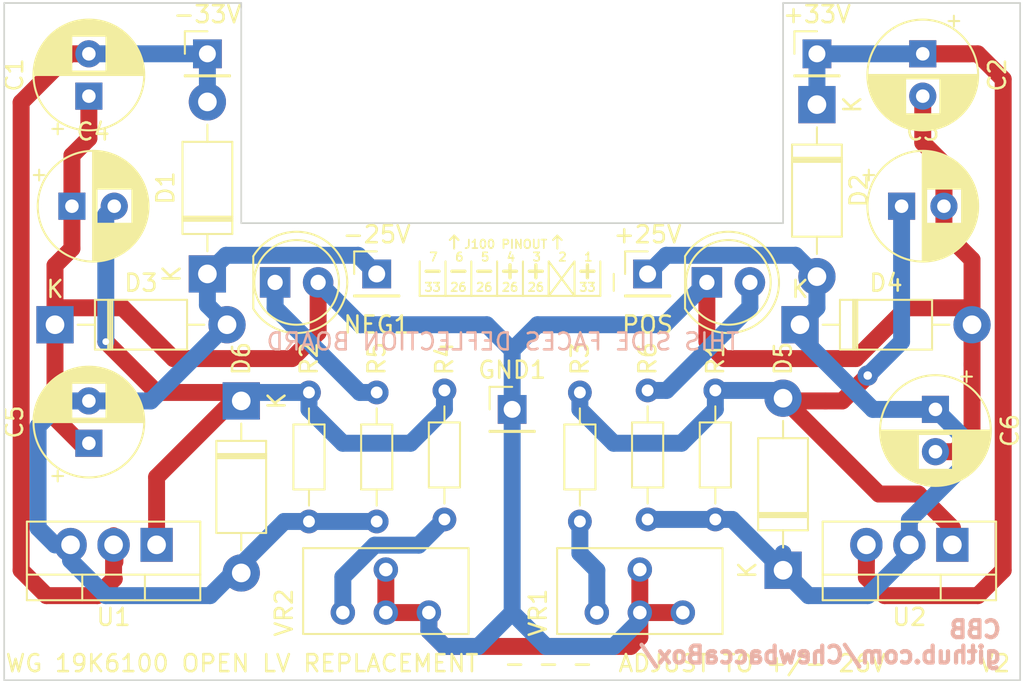
<source format=kicad_pcb>
(kicad_pcb (version 20171130) (host pcbnew "(5.1.9)-1")

  (general
    (thickness 1.6)
    (drawings 60)
    (tracks 164)
    (zones 0)
    (modules 29)
    (nets 12)
  )

  (page A4)
  (layers
    (0 F.Cu signal)
    (31 B.Cu signal)
    (32 B.Adhes user)
    (33 F.Adhes user)
    (34 B.Paste user)
    (35 F.Paste user)
    (36 B.SilkS user)
    (37 F.SilkS user)
    (38 B.Mask user)
    (39 F.Mask user)
    (40 Dwgs.User user)
    (41 Cmts.User user)
    (42 Eco1.User user)
    (43 Eco2.User user)
    (44 Edge.Cuts user)
    (45 Margin user)
    (46 B.CrtYd user)
    (47 F.CrtYd user)
    (48 B.Fab user)
    (49 F.Fab user)
  )

  (setup
    (last_trace_width 1)
    (trace_clearance 0.2)
    (zone_clearance 0.508)
    (zone_45_only no)
    (trace_min 0.2)
    (via_size 0.8)
    (via_drill 0.4)
    (via_min_size 0.4)
    (via_min_drill 0.3)
    (uvia_size 0.3)
    (uvia_drill 0.1)
    (uvias_allowed no)
    (uvia_min_size 0.2)
    (uvia_min_drill 0.1)
    (edge_width 0.05)
    (segment_width 0.2)
    (pcb_text_width 0.3)
    (pcb_text_size 1.5 1.5)
    (mod_edge_width 0.12)
    (mod_text_size 1 1)
    (mod_text_width 0.15)
    (pad_size 1.524 1.524)
    (pad_drill 0.762)
    (pad_to_mask_clearance 0)
    (aux_axis_origin 0 0)
    (visible_elements 7FFFFFFF)
    (pcbplotparams
      (layerselection 0x010fc_ffffffff)
      (usegerberextensions false)
      (usegerberattributes true)
      (usegerberadvancedattributes true)
      (creategerberjobfile true)
      (excludeedgelayer true)
      (linewidth 0.100000)
      (plotframeref false)
      (viasonmask false)
      (mode 1)
      (useauxorigin false)
      (hpglpennumber 1)
      (hpglpenspeed 20)
      (hpglpendiameter 15.000000)
      (psnegative false)
      (psa4output false)
      (plotreference true)
      (plotvalue true)
      (plotinvisibletext false)
      (padsonsilk false)
      (subtractmaskfromsilk false)
      (outputformat 1)
      (mirror false)
      (drillshape 0)
      (scaleselection 1)
      (outputdirectory ""))
  )

  (net 0 "")
  (net 1 GND)
  (net 2 "Net-(C3-Pad1)")
  (net 3 "Net-(C4-Pad2)")
  (net 4 "Net-(NEG1-Pad1)")
  (net 5 "Net-(POS1-Pad2)")
  (net 6 "Net-(R3-Pad2)")
  (net 7 "Net-(R4-Pad1)")
  (net 8 "Net-(+25V1-Pad1)")
  (net 9 "Net-(+33V1-Pad1)")
  (net 10 "Net-(-25V1-Pad1)")
  (net 11 "Net-(-33V1-Pad1)")

  (net_class Default "This is the default net class."
    (clearance 0.2)
    (trace_width 1)
    (via_dia 0.8)
    (via_drill 0.4)
    (uvia_dia 0.3)
    (uvia_drill 0.1)
    (add_net GND)
    (add_net "Net-(+25V1-Pad1)")
    (add_net "Net-(+33V1-Pad1)")
    (add_net "Net-(-25V1-Pad1)")
    (add_net "Net-(-33V1-Pad1)")
    (add_net "Net-(C3-Pad1)")
    (add_net "Net-(C4-Pad2)")
    (add_net "Net-(NEG1-Pad1)")
    (add_net "Net-(POS1-Pad2)")
    (add_net "Net-(R3-Pad2)")
    (add_net "Net-(R4-Pad1)")
  )

  (module Potentiometer_THT:Potentiometer_Bourns_3386C_Horizontal (layer F.Cu) (tedit 61E0E5D4) (tstamp 61847EBD)
    (at 125 101 90)
    (descr "Potentiometer, horizontal, Bourns 3386C, https://www.bourns.com/pdfs/3386.pdf")
    (tags "Potentiometer horizontal Bourns 3386C")
    (path /618494CB)
    (fp_text reference VR2 (at 0 -3.475 90) (layer F.SilkS)
      (effects (font (size 1 1) (thickness 0.15)))
    )
    (fp_text value R_POT (at 0 8.555 90) (layer F.Fab)
      (effects (font (size 1 1) (thickness 0.15)))
    )
    (fp_line (start 3.94 -2.48) (end -1.4 -2.48) (layer F.CrtYd) (width 0.05))
    (fp_line (start 3.94 7.56) (end 3.94 -2.48) (layer F.CrtYd) (width 0.05))
    (fp_line (start -1.4 7.56) (end 3.94 7.56) (layer F.CrtYd) (width 0.05))
    (fp_line (start -1.4 -2.48) (end -1.4 7.56) (layer F.CrtYd) (width 0.05))
    (fp_line (start -1.265 -2.345) (end -1.265 7.425) (layer F.SilkS) (width 0.12))
    (fp_line (start 3.805 -2.345) (end 3.805 7.425) (layer F.SilkS) (width 0.12))
    (fp_line (start -1.265 7.425) (end 3.805 7.425) (layer F.SilkS) (width 0.12))
    (fp_line (start -1.265 -2.345) (end 3.805 -2.345) (layer F.SilkS) (width 0.12))
    (fp_line (start -1.145 -2.225) (end 3.685 -2.225) (layer F.Fab) (width 0.1))
    (fp_line (start -1.145 7.305) (end -1.145 -2.225) (layer F.Fab) (width 0.1))
    (fp_line (start 3.685 7.305) (end -1.145 7.305) (layer F.Fab) (width 0.1))
    (fp_line (start 3.685 -2.225) (end 3.685 7.305) (layer F.Fab) (width 0.1))
    (fp_text user %R (at 0 2.54 90) (layer F.Fab)
      (effects (font (size 1 1) (thickness 0.15)))
    )
    (pad 1 thru_hole circle (at 0 0 90) (size 1.44 1.44) (drill 0.8) (layers *.Cu *.Mask)
      (net 7 "Net-(R4-Pad1)"))
    (pad 2 thru_hole circle (at 0 2.54 90) (size 1.44 1.44) (drill 0.8) (layers *.Cu *.Mask)
      (net 1 GND))
    (pad 3 thru_hole circle (at 0 5.08 90) (size 1.44 1.44) (drill 0.8) (layers *.Cu *.Mask)
      (net 1 GND))
    (pad 2 thru_hole circle (at 2.54 2.54 90) (size 1.44 1.44) (drill 0.8) (layers *.Cu *.Mask)
      (net 1 GND))
    (model ${KISYS3DMOD}/Potentiometer_THT.3dshapes/Potentiometer_Bourns_3386C_Horizontal.wrl
      (at (xyz 0 0 0))
      (scale (xyz 1 1 1))
      (rotate (xyz 0 0 0))
    )
  )

  (module Potentiometer_THT:Potentiometer_Bourns_3386C_Horizontal (layer F.Cu) (tedit 61E0E5C0) (tstamp 61847EA9)
    (at 140 101 90)
    (descr "Potentiometer, horizontal, Bourns 3386C, https://www.bourns.com/pdfs/3386.pdf")
    (tags "Potentiometer horizontal Bourns 3386C")
    (path /6184B2BB)
    (fp_text reference VR1 (at 0 -3.475 90) (layer F.SilkS)
      (effects (font (size 1 1) (thickness 0.15)))
    )
    (fp_text value R_POT (at 0 8.555 90) (layer F.Fab)
      (effects (font (size 1 1) (thickness 0.15)))
    )
    (fp_line (start 3.94 -2.48) (end -1.4 -2.48) (layer F.CrtYd) (width 0.05))
    (fp_line (start 3.94 7.56) (end 3.94 -2.48) (layer F.CrtYd) (width 0.05))
    (fp_line (start -1.4 7.56) (end 3.94 7.56) (layer F.CrtYd) (width 0.05))
    (fp_line (start -1.4 -2.48) (end -1.4 7.56) (layer F.CrtYd) (width 0.05))
    (fp_line (start -1.265 -2.345) (end -1.265 7.425) (layer F.SilkS) (width 0.12))
    (fp_line (start 3.805 -2.345) (end 3.805 7.425) (layer F.SilkS) (width 0.12))
    (fp_line (start -1.265 7.425) (end 3.805 7.425) (layer F.SilkS) (width 0.12))
    (fp_line (start -1.265 -2.345) (end 3.805 -2.345) (layer F.SilkS) (width 0.12))
    (fp_line (start -1.145 -2.225) (end 3.685 -2.225) (layer F.Fab) (width 0.1))
    (fp_line (start -1.145 7.305) (end -1.145 -2.225) (layer F.Fab) (width 0.1))
    (fp_line (start 3.685 7.305) (end -1.145 7.305) (layer F.Fab) (width 0.1))
    (fp_line (start 3.685 -2.225) (end 3.685 7.305) (layer F.Fab) (width 0.1))
    (fp_text user %R (at 0 2.54 90) (layer F.Fab)
      (effects (font (size 1 1) (thickness 0.15)))
    )
    (pad 1 thru_hole circle (at 0 0 90) (size 1.44 1.44) (drill 0.8) (layers *.Cu *.Mask)
      (net 6 "Net-(R3-Pad2)"))
    (pad 2 thru_hole circle (at 0 2.54 90) (size 1.44 1.44) (drill 0.8) (layers *.Cu *.Mask)
      (net 1 GND))
    (pad 3 thru_hole circle (at 0 5.08 90) (size 1.44 1.44) (drill 0.8) (layers *.Cu *.Mask)
      (net 1 GND))
    (pad 2 thru_hole circle (at 2.54 2.54 90) (size 1.44 1.44) (drill 0.8) (layers *.Cu *.Mask)
      (net 1 GND))
    (model ${KISYS3DMOD}/Potentiometer_THT.3dshapes/Potentiometer_Bourns_3386C_Horizontal.wrl
      (at (xyz 0 0 0))
      (scale (xyz 1 1 1))
      (rotate (xyz 0 0 0))
    )
  )

  (module Connector_PinHeader_2.54mm:PinHeader_1x01_P2.54mm_Vertical (layer F.Cu) (tedit 59FED5CC) (tstamp 6185688A)
    (at 135 89)
    (descr "Through hole straight pin header, 1x01, 2.54mm pitch, single row")
    (tags "Through hole pin header THT 1x01 2.54mm single row")
    (path /6190D832)
    (fp_text reference GND1 (at 0 -2.33) (layer F.SilkS)
      (effects (font (size 1 1) (thickness 0.15)))
    )
    (fp_text value Conn_01x01_Male (at 0 2.33) (layer F.Fab)
      (effects (font (size 1 1) (thickness 0.15)))
    )
    (fp_line (start 1.8 -1.8) (end -1.8 -1.8) (layer F.CrtYd) (width 0.05))
    (fp_line (start 1.8 1.8) (end 1.8 -1.8) (layer F.CrtYd) (width 0.05))
    (fp_line (start -1.8 1.8) (end 1.8 1.8) (layer F.CrtYd) (width 0.05))
    (fp_line (start -1.8 -1.8) (end -1.8 1.8) (layer F.CrtYd) (width 0.05))
    (fp_line (start -1.33 -1.33) (end 0 -1.33) (layer F.SilkS) (width 0.12))
    (fp_line (start -1.33 0) (end -1.33 -1.33) (layer F.SilkS) (width 0.12))
    (fp_line (start -1.33 1.27) (end 1.33 1.27) (layer F.SilkS) (width 0.12))
    (fp_line (start 1.33 1.27) (end 1.33 1.33) (layer F.SilkS) (width 0.12))
    (fp_line (start -1.33 1.27) (end -1.33 1.33) (layer F.SilkS) (width 0.12))
    (fp_line (start -1.33 1.33) (end 1.33 1.33) (layer F.SilkS) (width 0.12))
    (fp_line (start -1.27 -0.635) (end -0.635 -1.27) (layer F.Fab) (width 0.1))
    (fp_line (start -1.27 1.27) (end -1.27 -0.635) (layer F.Fab) (width 0.1))
    (fp_line (start 1.27 1.27) (end -1.27 1.27) (layer F.Fab) (width 0.1))
    (fp_line (start 1.27 -1.27) (end 1.27 1.27) (layer F.Fab) (width 0.1))
    (fp_line (start -0.635 -1.27) (end 1.27 -1.27) (layer F.Fab) (width 0.1))
    (fp_text user %R (at 0 0 90) (layer F.Fab)
      (effects (font (size 1 1) (thickness 0.15)))
    )
    (pad 1 thru_hole rect (at 0 0) (size 1.7 1.7) (drill 1) (layers *.Cu *.Mask)
      (net 1 GND))
    (model ${KISYS3DMOD}/Connector_PinHeader_2.54mm.3dshapes/PinHeader_1x01_P2.54mm_Vertical.wrl
      (at (xyz 0 0 0))
      (scale (xyz 1 1 1))
      (rotate (xyz 0 0 0))
    )
  )

  (module Connector_PinHeader_2.54mm:PinHeader_1x01_P2.54mm_Vertical (layer F.Cu) (tedit 59FED5CC) (tstamp 61856036)
    (at 117 68)
    (descr "Through hole straight pin header, 1x01, 2.54mm pitch, single row")
    (tags "Through hole pin header THT 1x01 2.54mm single row")
    (path /6190DED9)
    (fp_text reference -33V (at 0 -2.33) (layer F.SilkS)
      (effects (font (size 1 1) (thickness 0.15)))
    )
    (fp_text value Conn_01x01_Male (at 0 2.33) (layer F.Fab)
      (effects (font (size 1 1) (thickness 0.15)))
    )
    (fp_line (start 1.8 -1.8) (end -1.8 -1.8) (layer F.CrtYd) (width 0.05))
    (fp_line (start 1.8 1.8) (end 1.8 -1.8) (layer F.CrtYd) (width 0.05))
    (fp_line (start -1.8 1.8) (end 1.8 1.8) (layer F.CrtYd) (width 0.05))
    (fp_line (start -1.8 -1.8) (end -1.8 1.8) (layer F.CrtYd) (width 0.05))
    (fp_line (start -1.33 -1.33) (end 0 -1.33) (layer F.SilkS) (width 0.12))
    (fp_line (start -1.33 0) (end -1.33 -1.33) (layer F.SilkS) (width 0.12))
    (fp_line (start -1.33 1.27) (end 1.33 1.27) (layer F.SilkS) (width 0.12))
    (fp_line (start 1.33 1.27) (end 1.33 1.33) (layer F.SilkS) (width 0.12))
    (fp_line (start -1.33 1.27) (end -1.33 1.33) (layer F.SilkS) (width 0.12))
    (fp_line (start -1.33 1.33) (end 1.33 1.33) (layer F.SilkS) (width 0.12))
    (fp_line (start -1.27 -0.635) (end -0.635 -1.27) (layer F.Fab) (width 0.1))
    (fp_line (start -1.27 1.27) (end -1.27 -0.635) (layer F.Fab) (width 0.1))
    (fp_line (start 1.27 1.27) (end -1.27 1.27) (layer F.Fab) (width 0.1))
    (fp_line (start 1.27 -1.27) (end 1.27 1.27) (layer F.Fab) (width 0.1))
    (fp_line (start -0.635 -1.27) (end 1.27 -1.27) (layer F.Fab) (width 0.1))
    (fp_text user %R (at 0 0 90) (layer F.Fab)
      (effects (font (size 1 1) (thickness 0.15)))
    )
    (pad 1 thru_hole rect (at 0 0) (size 1.7 1.7) (drill 1) (layers *.Cu *.Mask)
      (net 11 "Net-(-33V1-Pad1)"))
    (model ${KISYS3DMOD}/Connector_PinHeader_2.54mm.3dshapes/PinHeader_1x01_P2.54mm_Vertical.wrl
      (at (xyz 0 0 0))
      (scale (xyz 1 1 1))
      (rotate (xyz 0 0 0))
    )
  )

  (module Connector_PinHeader_2.54mm:PinHeader_1x01_P2.54mm_Vertical (layer F.Cu) (tedit 59FED5CC) (tstamp 6185602E)
    (at 127 81)
    (descr "Through hole straight pin header, 1x01, 2.54mm pitch, single row")
    (tags "Through hole pin header THT 1x01 2.54mm single row")
    (path /6191A0E9)
    (fp_text reference -25V (at 0 -2.33) (layer F.SilkS)
      (effects (font (size 1 1) (thickness 0.15)))
    )
    (fp_text value Conn_01x01_Male (at 0 2.33) (layer F.Fab)
      (effects (font (size 1 1) (thickness 0.15)))
    )
    (fp_line (start 1.8 -1.8) (end -1.8 -1.8) (layer F.CrtYd) (width 0.05))
    (fp_line (start 1.8 1.8) (end 1.8 -1.8) (layer F.CrtYd) (width 0.05))
    (fp_line (start -1.8 1.8) (end 1.8 1.8) (layer F.CrtYd) (width 0.05))
    (fp_line (start -1.8 -1.8) (end -1.8 1.8) (layer F.CrtYd) (width 0.05))
    (fp_line (start -1.33 -1.33) (end 0 -1.33) (layer F.SilkS) (width 0.12))
    (fp_line (start -1.33 0) (end -1.33 -1.33) (layer F.SilkS) (width 0.12))
    (fp_line (start -1.33 1.27) (end 1.33 1.27) (layer F.SilkS) (width 0.12))
    (fp_line (start 1.33 1.27) (end 1.33 1.33) (layer F.SilkS) (width 0.12))
    (fp_line (start -1.33 1.27) (end -1.33 1.33) (layer F.SilkS) (width 0.12))
    (fp_line (start -1.33 1.33) (end 1.33 1.33) (layer F.SilkS) (width 0.12))
    (fp_line (start -1.27 -0.635) (end -0.635 -1.27) (layer F.Fab) (width 0.1))
    (fp_line (start -1.27 1.27) (end -1.27 -0.635) (layer F.Fab) (width 0.1))
    (fp_line (start 1.27 1.27) (end -1.27 1.27) (layer F.Fab) (width 0.1))
    (fp_line (start 1.27 -1.27) (end 1.27 1.27) (layer F.Fab) (width 0.1))
    (fp_line (start -0.635 -1.27) (end 1.27 -1.27) (layer F.Fab) (width 0.1))
    (fp_text user %R (at 0 0 90) (layer F.Fab)
      (effects (font (size 1 1) (thickness 0.15)))
    )
    (pad 1 thru_hole rect (at 0 0) (size 1.7 1.7) (drill 1) (layers *.Cu *.Mask)
      (net 10 "Net-(-25V1-Pad1)"))
    (model ${KISYS3DMOD}/Connector_PinHeader_2.54mm.3dshapes/PinHeader_1x01_P2.54mm_Vertical.wrl
      (at (xyz 0 0 0))
      (scale (xyz 1 1 1))
      (rotate (xyz 0 0 0))
    )
  )

  (module Connector_PinHeader_2.54mm:PinHeader_1x01_P2.54mm_Vertical (layer F.Cu) (tedit 59FED5CC) (tstamp 61856026)
    (at 153 68)
    (descr "Through hole straight pin header, 1x01, 2.54mm pitch, single row")
    (tags "Through hole pin header THT 1x01 2.54mm single row")
    (path /61912240)
    (fp_text reference +33V (at 0 -2.33) (layer F.SilkS)
      (effects (font (size 1 1) (thickness 0.15)))
    )
    (fp_text value Conn_01x01_Male (at 0 2.33) (layer F.Fab)
      (effects (font (size 1 1) (thickness 0.15)))
    )
    (fp_line (start 1.8 -1.8) (end -1.8 -1.8) (layer F.CrtYd) (width 0.05))
    (fp_line (start 1.8 1.8) (end 1.8 -1.8) (layer F.CrtYd) (width 0.05))
    (fp_line (start -1.8 1.8) (end 1.8 1.8) (layer F.CrtYd) (width 0.05))
    (fp_line (start -1.8 -1.8) (end -1.8 1.8) (layer F.CrtYd) (width 0.05))
    (fp_line (start -1.33 -1.33) (end 0 -1.33) (layer F.SilkS) (width 0.12))
    (fp_line (start -1.33 0) (end -1.33 -1.33) (layer F.SilkS) (width 0.12))
    (fp_line (start -1.33 1.27) (end 1.33 1.27) (layer F.SilkS) (width 0.12))
    (fp_line (start 1.33 1.27) (end 1.33 1.33) (layer F.SilkS) (width 0.12))
    (fp_line (start -1.33 1.27) (end -1.33 1.33) (layer F.SilkS) (width 0.12))
    (fp_line (start -1.33 1.33) (end 1.33 1.33) (layer F.SilkS) (width 0.12))
    (fp_line (start -1.27 -0.635) (end -0.635 -1.27) (layer F.Fab) (width 0.1))
    (fp_line (start -1.27 1.27) (end -1.27 -0.635) (layer F.Fab) (width 0.1))
    (fp_line (start 1.27 1.27) (end -1.27 1.27) (layer F.Fab) (width 0.1))
    (fp_line (start 1.27 -1.27) (end 1.27 1.27) (layer F.Fab) (width 0.1))
    (fp_line (start -0.635 -1.27) (end 1.27 -1.27) (layer F.Fab) (width 0.1))
    (fp_text user %R (at 0 0 90) (layer F.Fab)
      (effects (font (size 1 1) (thickness 0.15)))
    )
    (pad 1 thru_hole rect (at 0 0) (size 1.7 1.7) (drill 1) (layers *.Cu *.Mask)
      (net 9 "Net-(+33V1-Pad1)"))
    (model ${KISYS3DMOD}/Connector_PinHeader_2.54mm.3dshapes/PinHeader_1x01_P2.54mm_Vertical.wrl
      (at (xyz 0 0 0))
      (scale (xyz 1 1 1))
      (rotate (xyz 0 0 0))
    )
  )

  (module Connector_PinHeader_2.54mm:PinHeader_1x01_P2.54mm_Vertical (layer F.Cu) (tedit 59FED5CC) (tstamp 6185601E)
    (at 143 81)
    (descr "Through hole straight pin header, 1x01, 2.54mm pitch, single row")
    (tags "Through hole pin header THT 1x01 2.54mm single row")
    (path /6191E3CF)
    (fp_text reference +25V (at 0 -2.33) (layer F.SilkS)
      (effects (font (size 1 1) (thickness 0.15)))
    )
    (fp_text value Conn_01x01_Male (at 0 2.33) (layer F.Fab)
      (effects (font (size 1 1) (thickness 0.15)))
    )
    (fp_line (start 1.8 -1.8) (end -1.8 -1.8) (layer F.CrtYd) (width 0.05))
    (fp_line (start 1.8 1.8) (end 1.8 -1.8) (layer F.CrtYd) (width 0.05))
    (fp_line (start -1.8 1.8) (end 1.8 1.8) (layer F.CrtYd) (width 0.05))
    (fp_line (start -1.8 -1.8) (end -1.8 1.8) (layer F.CrtYd) (width 0.05))
    (fp_line (start -1.33 -1.33) (end 0 -1.33) (layer F.SilkS) (width 0.12))
    (fp_line (start -1.33 0) (end -1.33 -1.33) (layer F.SilkS) (width 0.12))
    (fp_line (start -1.33 1.27) (end 1.33 1.27) (layer F.SilkS) (width 0.12))
    (fp_line (start 1.33 1.27) (end 1.33 1.33) (layer F.SilkS) (width 0.12))
    (fp_line (start -1.33 1.27) (end -1.33 1.33) (layer F.SilkS) (width 0.12))
    (fp_line (start -1.33 1.33) (end 1.33 1.33) (layer F.SilkS) (width 0.12))
    (fp_line (start -1.27 -0.635) (end -0.635 -1.27) (layer F.Fab) (width 0.1))
    (fp_line (start -1.27 1.27) (end -1.27 -0.635) (layer F.Fab) (width 0.1))
    (fp_line (start 1.27 1.27) (end -1.27 1.27) (layer F.Fab) (width 0.1))
    (fp_line (start 1.27 -1.27) (end 1.27 1.27) (layer F.Fab) (width 0.1))
    (fp_line (start -0.635 -1.27) (end 1.27 -1.27) (layer F.Fab) (width 0.1))
    (fp_text user %R (at 0 0 90) (layer F.Fab)
      (effects (font (size 1 1) (thickness 0.15)))
    )
    (pad 1 thru_hole rect (at 0 0) (size 1.7 1.7) (drill 1) (layers *.Cu *.Mask)
      (net 8 "Net-(+25V1-Pad1)"))
    (model ${KISYS3DMOD}/Connector_PinHeader_2.54mm.3dshapes/PinHeader_1x01_P2.54mm_Vertical.wrl
      (at (xyz 0 0 0))
      (scale (xyz 1 1 1))
      (rotate (xyz 0 0 0))
    )
  )

  (module Resistor_THT:R_Axial_DIN0204_L3.6mm_D1.6mm_P7.62mm_Horizontal (layer F.Cu) (tedit 5AE5139B) (tstamp 6185404D)
    (at 139 88 270)
    (descr "Resistor, Axial_DIN0204 series, Axial, Horizontal, pin pitch=7.62mm, 0.167W, length*diameter=3.6*1.6mm^2, http://cdn-reichelt.de/documents/datenblatt/B400/1_4W%23YAG.pdf")
    (tags "Resistor Axial_DIN0204 series Axial Horizontal pin pitch 7.62mm 0.167W length 3.6mm diameter 1.6mm")
    (path /6185BF0B)
    (fp_text reference R3 (at -2 0 90) (layer F.SilkS)
      (effects (font (size 1 1) (thickness 0.15)))
    )
    (fp_text value R (at 3.81 1.92 90) (layer F.Fab)
      (effects (font (size 1 1) (thickness 0.15)))
    )
    (fp_line (start 8.57 -1.05) (end -0.95 -1.05) (layer F.CrtYd) (width 0.05))
    (fp_line (start 8.57 1.05) (end 8.57 -1.05) (layer F.CrtYd) (width 0.05))
    (fp_line (start -0.95 1.05) (end 8.57 1.05) (layer F.CrtYd) (width 0.05))
    (fp_line (start -0.95 -1.05) (end -0.95 1.05) (layer F.CrtYd) (width 0.05))
    (fp_line (start 6.68 0) (end 5.73 0) (layer F.SilkS) (width 0.12))
    (fp_line (start 0.94 0) (end 1.89 0) (layer F.SilkS) (width 0.12))
    (fp_line (start 5.73 -0.92) (end 1.89 -0.92) (layer F.SilkS) (width 0.12))
    (fp_line (start 5.73 0.92) (end 5.73 -0.92) (layer F.SilkS) (width 0.12))
    (fp_line (start 1.89 0.92) (end 5.73 0.92) (layer F.SilkS) (width 0.12))
    (fp_line (start 1.89 -0.92) (end 1.89 0.92) (layer F.SilkS) (width 0.12))
    (fp_line (start 7.62 0) (end 5.61 0) (layer F.Fab) (width 0.1))
    (fp_line (start 0 0) (end 2.01 0) (layer F.Fab) (width 0.1))
    (fp_line (start 5.61 -0.8) (end 2.01 -0.8) (layer F.Fab) (width 0.1))
    (fp_line (start 5.61 0.8) (end 5.61 -0.8) (layer F.Fab) (width 0.1))
    (fp_line (start 2.01 0.8) (end 5.61 0.8) (layer F.Fab) (width 0.1))
    (fp_line (start 2.01 -0.8) (end 2.01 0.8) (layer F.Fab) (width 0.1))
    (fp_text user %R (at 3.81 0 90) (layer F.Fab)
      (effects (font (size 0.72 0.72) (thickness 0.108)))
    )
    (pad 2 thru_hole oval (at 7.62 0 270) (size 1.4 1.4) (drill 0.7) (layers *.Cu *.Mask)
      (net 6 "Net-(R3-Pad2)"))
    (pad 1 thru_hole circle (at 0 0 270) (size 1.4 1.4) (drill 0.7) (layers *.Cu *.Mask)
      (net 2 "Net-(C3-Pad1)"))
    (model ${KISYS3DMOD}/Resistor_THT.3dshapes/R_Axial_DIN0204_L3.6mm_D1.6mm_P7.62mm_Horizontal.wrl
      (at (xyz 0 0 0))
      (scale (xyz 1 1 1))
      (rotate (xyz 0 0 0))
    )
  )

  (module Capacitor_THT:CP_Radial_D6.3mm_P2.50mm (layer F.Cu) (tedit 5AE50EF0) (tstamp 61853C98)
    (at 160 89 270)
    (descr "CP, Radial series, Radial, pin pitch=2.50mm, , diameter=6.3mm, Electrolytic Capacitor")
    (tags "CP Radial series Radial pin pitch 2.50mm  diameter 6.3mm Electrolytic Capacitor")
    (path /61887DAC)
    (fp_text reference C6 (at 1.25 -4.4 90) (layer F.SilkS)
      (effects (font (size 1 1) (thickness 0.15)))
    )
    (fp_text value CP (at 1.25 4.4 90) (layer F.Fab)
      (effects (font (size 1 1) (thickness 0.15)))
    )
    (fp_line (start -1.935241 -2.154) (end -1.935241 -1.524) (layer F.SilkS) (width 0.12))
    (fp_line (start -2.250241 -1.839) (end -1.620241 -1.839) (layer F.SilkS) (width 0.12))
    (fp_line (start 4.491 -0.402) (end 4.491 0.402) (layer F.SilkS) (width 0.12))
    (fp_line (start 4.451 -0.633) (end 4.451 0.633) (layer F.SilkS) (width 0.12))
    (fp_line (start 4.411 -0.802) (end 4.411 0.802) (layer F.SilkS) (width 0.12))
    (fp_line (start 4.371 -0.94) (end 4.371 0.94) (layer F.SilkS) (width 0.12))
    (fp_line (start 4.331 -1.059) (end 4.331 1.059) (layer F.SilkS) (width 0.12))
    (fp_line (start 4.291 -1.165) (end 4.291 1.165) (layer F.SilkS) (width 0.12))
    (fp_line (start 4.251 -1.262) (end 4.251 1.262) (layer F.SilkS) (width 0.12))
    (fp_line (start 4.211 -1.35) (end 4.211 1.35) (layer F.SilkS) (width 0.12))
    (fp_line (start 4.171 -1.432) (end 4.171 1.432) (layer F.SilkS) (width 0.12))
    (fp_line (start 4.131 -1.509) (end 4.131 1.509) (layer F.SilkS) (width 0.12))
    (fp_line (start 4.091 -1.581) (end 4.091 1.581) (layer F.SilkS) (width 0.12))
    (fp_line (start 4.051 -1.65) (end 4.051 1.65) (layer F.SilkS) (width 0.12))
    (fp_line (start 4.011 -1.714) (end 4.011 1.714) (layer F.SilkS) (width 0.12))
    (fp_line (start 3.971 -1.776) (end 3.971 1.776) (layer F.SilkS) (width 0.12))
    (fp_line (start 3.931 -1.834) (end 3.931 1.834) (layer F.SilkS) (width 0.12))
    (fp_line (start 3.891 -1.89) (end 3.891 1.89) (layer F.SilkS) (width 0.12))
    (fp_line (start 3.851 -1.944) (end 3.851 1.944) (layer F.SilkS) (width 0.12))
    (fp_line (start 3.811 -1.995) (end 3.811 1.995) (layer F.SilkS) (width 0.12))
    (fp_line (start 3.771 -2.044) (end 3.771 2.044) (layer F.SilkS) (width 0.12))
    (fp_line (start 3.731 -2.092) (end 3.731 2.092) (layer F.SilkS) (width 0.12))
    (fp_line (start 3.691 -2.137) (end 3.691 2.137) (layer F.SilkS) (width 0.12))
    (fp_line (start 3.651 -2.182) (end 3.651 2.182) (layer F.SilkS) (width 0.12))
    (fp_line (start 3.611 -2.224) (end 3.611 2.224) (layer F.SilkS) (width 0.12))
    (fp_line (start 3.571 -2.265) (end 3.571 2.265) (layer F.SilkS) (width 0.12))
    (fp_line (start 3.531 1.04) (end 3.531 2.305) (layer F.SilkS) (width 0.12))
    (fp_line (start 3.531 -2.305) (end 3.531 -1.04) (layer F.SilkS) (width 0.12))
    (fp_line (start 3.491 1.04) (end 3.491 2.343) (layer F.SilkS) (width 0.12))
    (fp_line (start 3.491 -2.343) (end 3.491 -1.04) (layer F.SilkS) (width 0.12))
    (fp_line (start 3.451 1.04) (end 3.451 2.38) (layer F.SilkS) (width 0.12))
    (fp_line (start 3.451 -2.38) (end 3.451 -1.04) (layer F.SilkS) (width 0.12))
    (fp_line (start 3.411 1.04) (end 3.411 2.416) (layer F.SilkS) (width 0.12))
    (fp_line (start 3.411 -2.416) (end 3.411 -1.04) (layer F.SilkS) (width 0.12))
    (fp_line (start 3.371 1.04) (end 3.371 2.45) (layer F.SilkS) (width 0.12))
    (fp_line (start 3.371 -2.45) (end 3.371 -1.04) (layer F.SilkS) (width 0.12))
    (fp_line (start 3.331 1.04) (end 3.331 2.484) (layer F.SilkS) (width 0.12))
    (fp_line (start 3.331 -2.484) (end 3.331 -1.04) (layer F.SilkS) (width 0.12))
    (fp_line (start 3.291 1.04) (end 3.291 2.516) (layer F.SilkS) (width 0.12))
    (fp_line (start 3.291 -2.516) (end 3.291 -1.04) (layer F.SilkS) (width 0.12))
    (fp_line (start 3.251 1.04) (end 3.251 2.548) (layer F.SilkS) (width 0.12))
    (fp_line (start 3.251 -2.548) (end 3.251 -1.04) (layer F.SilkS) (width 0.12))
    (fp_line (start 3.211 1.04) (end 3.211 2.578) (layer F.SilkS) (width 0.12))
    (fp_line (start 3.211 -2.578) (end 3.211 -1.04) (layer F.SilkS) (width 0.12))
    (fp_line (start 3.171 1.04) (end 3.171 2.607) (layer F.SilkS) (width 0.12))
    (fp_line (start 3.171 -2.607) (end 3.171 -1.04) (layer F.SilkS) (width 0.12))
    (fp_line (start 3.131 1.04) (end 3.131 2.636) (layer F.SilkS) (width 0.12))
    (fp_line (start 3.131 -2.636) (end 3.131 -1.04) (layer F.SilkS) (width 0.12))
    (fp_line (start 3.091 1.04) (end 3.091 2.664) (layer F.SilkS) (width 0.12))
    (fp_line (start 3.091 -2.664) (end 3.091 -1.04) (layer F.SilkS) (width 0.12))
    (fp_line (start 3.051 1.04) (end 3.051 2.69) (layer F.SilkS) (width 0.12))
    (fp_line (start 3.051 -2.69) (end 3.051 -1.04) (layer F.SilkS) (width 0.12))
    (fp_line (start 3.011 1.04) (end 3.011 2.716) (layer F.SilkS) (width 0.12))
    (fp_line (start 3.011 -2.716) (end 3.011 -1.04) (layer F.SilkS) (width 0.12))
    (fp_line (start 2.971 1.04) (end 2.971 2.742) (layer F.SilkS) (width 0.12))
    (fp_line (start 2.971 -2.742) (end 2.971 -1.04) (layer F.SilkS) (width 0.12))
    (fp_line (start 2.931 1.04) (end 2.931 2.766) (layer F.SilkS) (width 0.12))
    (fp_line (start 2.931 -2.766) (end 2.931 -1.04) (layer F.SilkS) (width 0.12))
    (fp_line (start 2.891 1.04) (end 2.891 2.79) (layer F.SilkS) (width 0.12))
    (fp_line (start 2.891 -2.79) (end 2.891 -1.04) (layer F.SilkS) (width 0.12))
    (fp_line (start 2.851 1.04) (end 2.851 2.812) (layer F.SilkS) (width 0.12))
    (fp_line (start 2.851 -2.812) (end 2.851 -1.04) (layer F.SilkS) (width 0.12))
    (fp_line (start 2.811 1.04) (end 2.811 2.834) (layer F.SilkS) (width 0.12))
    (fp_line (start 2.811 -2.834) (end 2.811 -1.04) (layer F.SilkS) (width 0.12))
    (fp_line (start 2.771 1.04) (end 2.771 2.856) (layer F.SilkS) (width 0.12))
    (fp_line (start 2.771 -2.856) (end 2.771 -1.04) (layer F.SilkS) (width 0.12))
    (fp_line (start 2.731 1.04) (end 2.731 2.876) (layer F.SilkS) (width 0.12))
    (fp_line (start 2.731 -2.876) (end 2.731 -1.04) (layer F.SilkS) (width 0.12))
    (fp_line (start 2.691 1.04) (end 2.691 2.896) (layer F.SilkS) (width 0.12))
    (fp_line (start 2.691 -2.896) (end 2.691 -1.04) (layer F.SilkS) (width 0.12))
    (fp_line (start 2.651 1.04) (end 2.651 2.916) (layer F.SilkS) (width 0.12))
    (fp_line (start 2.651 -2.916) (end 2.651 -1.04) (layer F.SilkS) (width 0.12))
    (fp_line (start 2.611 1.04) (end 2.611 2.934) (layer F.SilkS) (width 0.12))
    (fp_line (start 2.611 -2.934) (end 2.611 -1.04) (layer F.SilkS) (width 0.12))
    (fp_line (start 2.571 1.04) (end 2.571 2.952) (layer F.SilkS) (width 0.12))
    (fp_line (start 2.571 -2.952) (end 2.571 -1.04) (layer F.SilkS) (width 0.12))
    (fp_line (start 2.531 1.04) (end 2.531 2.97) (layer F.SilkS) (width 0.12))
    (fp_line (start 2.531 -2.97) (end 2.531 -1.04) (layer F.SilkS) (width 0.12))
    (fp_line (start 2.491 1.04) (end 2.491 2.986) (layer F.SilkS) (width 0.12))
    (fp_line (start 2.491 -2.986) (end 2.491 -1.04) (layer F.SilkS) (width 0.12))
    (fp_line (start 2.451 1.04) (end 2.451 3.002) (layer F.SilkS) (width 0.12))
    (fp_line (start 2.451 -3.002) (end 2.451 -1.04) (layer F.SilkS) (width 0.12))
    (fp_line (start 2.411 1.04) (end 2.411 3.018) (layer F.SilkS) (width 0.12))
    (fp_line (start 2.411 -3.018) (end 2.411 -1.04) (layer F.SilkS) (width 0.12))
    (fp_line (start 2.371 1.04) (end 2.371 3.033) (layer F.SilkS) (width 0.12))
    (fp_line (start 2.371 -3.033) (end 2.371 -1.04) (layer F.SilkS) (width 0.12))
    (fp_line (start 2.331 1.04) (end 2.331 3.047) (layer F.SilkS) (width 0.12))
    (fp_line (start 2.331 -3.047) (end 2.331 -1.04) (layer F.SilkS) (width 0.12))
    (fp_line (start 2.291 1.04) (end 2.291 3.061) (layer F.SilkS) (width 0.12))
    (fp_line (start 2.291 -3.061) (end 2.291 -1.04) (layer F.SilkS) (width 0.12))
    (fp_line (start 2.251 1.04) (end 2.251 3.074) (layer F.SilkS) (width 0.12))
    (fp_line (start 2.251 -3.074) (end 2.251 -1.04) (layer F.SilkS) (width 0.12))
    (fp_line (start 2.211 1.04) (end 2.211 3.086) (layer F.SilkS) (width 0.12))
    (fp_line (start 2.211 -3.086) (end 2.211 -1.04) (layer F.SilkS) (width 0.12))
    (fp_line (start 2.171 1.04) (end 2.171 3.098) (layer F.SilkS) (width 0.12))
    (fp_line (start 2.171 -3.098) (end 2.171 -1.04) (layer F.SilkS) (width 0.12))
    (fp_line (start 2.131 1.04) (end 2.131 3.11) (layer F.SilkS) (width 0.12))
    (fp_line (start 2.131 -3.11) (end 2.131 -1.04) (layer F.SilkS) (width 0.12))
    (fp_line (start 2.091 1.04) (end 2.091 3.121) (layer F.SilkS) (width 0.12))
    (fp_line (start 2.091 -3.121) (end 2.091 -1.04) (layer F.SilkS) (width 0.12))
    (fp_line (start 2.051 1.04) (end 2.051 3.131) (layer F.SilkS) (width 0.12))
    (fp_line (start 2.051 -3.131) (end 2.051 -1.04) (layer F.SilkS) (width 0.12))
    (fp_line (start 2.011 1.04) (end 2.011 3.141) (layer F.SilkS) (width 0.12))
    (fp_line (start 2.011 -3.141) (end 2.011 -1.04) (layer F.SilkS) (width 0.12))
    (fp_line (start 1.971 1.04) (end 1.971 3.15) (layer F.SilkS) (width 0.12))
    (fp_line (start 1.971 -3.15) (end 1.971 -1.04) (layer F.SilkS) (width 0.12))
    (fp_line (start 1.93 1.04) (end 1.93 3.159) (layer F.SilkS) (width 0.12))
    (fp_line (start 1.93 -3.159) (end 1.93 -1.04) (layer F.SilkS) (width 0.12))
    (fp_line (start 1.89 1.04) (end 1.89 3.167) (layer F.SilkS) (width 0.12))
    (fp_line (start 1.89 -3.167) (end 1.89 -1.04) (layer F.SilkS) (width 0.12))
    (fp_line (start 1.85 1.04) (end 1.85 3.175) (layer F.SilkS) (width 0.12))
    (fp_line (start 1.85 -3.175) (end 1.85 -1.04) (layer F.SilkS) (width 0.12))
    (fp_line (start 1.81 1.04) (end 1.81 3.182) (layer F.SilkS) (width 0.12))
    (fp_line (start 1.81 -3.182) (end 1.81 -1.04) (layer F.SilkS) (width 0.12))
    (fp_line (start 1.77 1.04) (end 1.77 3.189) (layer F.SilkS) (width 0.12))
    (fp_line (start 1.77 -3.189) (end 1.77 -1.04) (layer F.SilkS) (width 0.12))
    (fp_line (start 1.73 1.04) (end 1.73 3.195) (layer F.SilkS) (width 0.12))
    (fp_line (start 1.73 -3.195) (end 1.73 -1.04) (layer F.SilkS) (width 0.12))
    (fp_line (start 1.69 1.04) (end 1.69 3.201) (layer F.SilkS) (width 0.12))
    (fp_line (start 1.69 -3.201) (end 1.69 -1.04) (layer F.SilkS) (width 0.12))
    (fp_line (start 1.65 1.04) (end 1.65 3.206) (layer F.SilkS) (width 0.12))
    (fp_line (start 1.65 -3.206) (end 1.65 -1.04) (layer F.SilkS) (width 0.12))
    (fp_line (start 1.61 1.04) (end 1.61 3.211) (layer F.SilkS) (width 0.12))
    (fp_line (start 1.61 -3.211) (end 1.61 -1.04) (layer F.SilkS) (width 0.12))
    (fp_line (start 1.57 1.04) (end 1.57 3.215) (layer F.SilkS) (width 0.12))
    (fp_line (start 1.57 -3.215) (end 1.57 -1.04) (layer F.SilkS) (width 0.12))
    (fp_line (start 1.53 1.04) (end 1.53 3.218) (layer F.SilkS) (width 0.12))
    (fp_line (start 1.53 -3.218) (end 1.53 -1.04) (layer F.SilkS) (width 0.12))
    (fp_line (start 1.49 1.04) (end 1.49 3.222) (layer F.SilkS) (width 0.12))
    (fp_line (start 1.49 -3.222) (end 1.49 -1.04) (layer F.SilkS) (width 0.12))
    (fp_line (start 1.45 -3.224) (end 1.45 3.224) (layer F.SilkS) (width 0.12))
    (fp_line (start 1.41 -3.227) (end 1.41 3.227) (layer F.SilkS) (width 0.12))
    (fp_line (start 1.37 -3.228) (end 1.37 3.228) (layer F.SilkS) (width 0.12))
    (fp_line (start 1.33 -3.23) (end 1.33 3.23) (layer F.SilkS) (width 0.12))
    (fp_line (start 1.29 -3.23) (end 1.29 3.23) (layer F.SilkS) (width 0.12))
    (fp_line (start 1.25 -3.23) (end 1.25 3.23) (layer F.SilkS) (width 0.12))
    (fp_line (start -1.128972 -1.6885) (end -1.128972 -1.0585) (layer F.Fab) (width 0.1))
    (fp_line (start -1.443972 -1.3735) (end -0.813972 -1.3735) (layer F.Fab) (width 0.1))
    (fp_circle (center 1.25 0) (end 4.65 0) (layer F.CrtYd) (width 0.05))
    (fp_circle (center 1.25 0) (end 4.52 0) (layer F.SilkS) (width 0.12))
    (fp_circle (center 1.25 0) (end 4.4 0) (layer F.Fab) (width 0.1))
    (fp_text user %R (at 1.25 0 90) (layer F.Fab)
      (effects (font (size 1 1) (thickness 0.15)))
    )
    (pad 2 thru_hole circle (at 2.5 0 270) (size 1.6 1.6) (drill 0.8) (layers *.Cu *.Mask)
      (net 1 GND))
    (pad 1 thru_hole rect (at 0 0 270) (size 1.6 1.6) (drill 0.8) (layers *.Cu *.Mask)
      (net 8 "Net-(+25V1-Pad1)"))
    (model ${KISYS3DMOD}/Capacitor_THT.3dshapes/CP_Radial_D6.3mm_P2.50mm.wrl
      (at (xyz 0 0 0))
      (scale (xyz 1 1 1))
      (rotate (xyz 0 0 0))
    )
  )

  (module Capacitor_THT:CP_Radial_D6.3mm_P2.50mm (layer F.Cu) (tedit 5AE50EF0) (tstamp 61849383)
    (at 110 91 90)
    (descr "CP, Radial series, Radial, pin pitch=2.50mm, , diameter=6.3mm, Electrolytic Capacitor")
    (tags "CP Radial series Radial pin pitch 2.50mm  diameter 6.3mm Electrolytic Capacitor")
    (path /6186146B)
    (fp_text reference C5 (at 1.25 -4.4 90) (layer F.SilkS)
      (effects (font (size 1 1) (thickness 0.15)))
    )
    (fp_text value CP (at 1.25 4.4 90) (layer F.Fab)
      (effects (font (size 1 1) (thickness 0.15)))
    )
    (fp_line (start -1.935241 -2.154) (end -1.935241 -1.524) (layer F.SilkS) (width 0.12))
    (fp_line (start -2.250241 -1.839) (end -1.620241 -1.839) (layer F.SilkS) (width 0.12))
    (fp_line (start 4.491 -0.402) (end 4.491 0.402) (layer F.SilkS) (width 0.12))
    (fp_line (start 4.451 -0.633) (end 4.451 0.633) (layer F.SilkS) (width 0.12))
    (fp_line (start 4.411 -0.802) (end 4.411 0.802) (layer F.SilkS) (width 0.12))
    (fp_line (start 4.371 -0.94) (end 4.371 0.94) (layer F.SilkS) (width 0.12))
    (fp_line (start 4.331 -1.059) (end 4.331 1.059) (layer F.SilkS) (width 0.12))
    (fp_line (start 4.291 -1.165) (end 4.291 1.165) (layer F.SilkS) (width 0.12))
    (fp_line (start 4.251 -1.262) (end 4.251 1.262) (layer F.SilkS) (width 0.12))
    (fp_line (start 4.211 -1.35) (end 4.211 1.35) (layer F.SilkS) (width 0.12))
    (fp_line (start 4.171 -1.432) (end 4.171 1.432) (layer F.SilkS) (width 0.12))
    (fp_line (start 4.131 -1.509) (end 4.131 1.509) (layer F.SilkS) (width 0.12))
    (fp_line (start 4.091 -1.581) (end 4.091 1.581) (layer F.SilkS) (width 0.12))
    (fp_line (start 4.051 -1.65) (end 4.051 1.65) (layer F.SilkS) (width 0.12))
    (fp_line (start 4.011 -1.714) (end 4.011 1.714) (layer F.SilkS) (width 0.12))
    (fp_line (start 3.971 -1.776) (end 3.971 1.776) (layer F.SilkS) (width 0.12))
    (fp_line (start 3.931 -1.834) (end 3.931 1.834) (layer F.SilkS) (width 0.12))
    (fp_line (start 3.891 -1.89) (end 3.891 1.89) (layer F.SilkS) (width 0.12))
    (fp_line (start 3.851 -1.944) (end 3.851 1.944) (layer F.SilkS) (width 0.12))
    (fp_line (start 3.811 -1.995) (end 3.811 1.995) (layer F.SilkS) (width 0.12))
    (fp_line (start 3.771 -2.044) (end 3.771 2.044) (layer F.SilkS) (width 0.12))
    (fp_line (start 3.731 -2.092) (end 3.731 2.092) (layer F.SilkS) (width 0.12))
    (fp_line (start 3.691 -2.137) (end 3.691 2.137) (layer F.SilkS) (width 0.12))
    (fp_line (start 3.651 -2.182) (end 3.651 2.182) (layer F.SilkS) (width 0.12))
    (fp_line (start 3.611 -2.224) (end 3.611 2.224) (layer F.SilkS) (width 0.12))
    (fp_line (start 3.571 -2.265) (end 3.571 2.265) (layer F.SilkS) (width 0.12))
    (fp_line (start 3.531 1.04) (end 3.531 2.305) (layer F.SilkS) (width 0.12))
    (fp_line (start 3.531 -2.305) (end 3.531 -1.04) (layer F.SilkS) (width 0.12))
    (fp_line (start 3.491 1.04) (end 3.491 2.343) (layer F.SilkS) (width 0.12))
    (fp_line (start 3.491 -2.343) (end 3.491 -1.04) (layer F.SilkS) (width 0.12))
    (fp_line (start 3.451 1.04) (end 3.451 2.38) (layer F.SilkS) (width 0.12))
    (fp_line (start 3.451 -2.38) (end 3.451 -1.04) (layer F.SilkS) (width 0.12))
    (fp_line (start 3.411 1.04) (end 3.411 2.416) (layer F.SilkS) (width 0.12))
    (fp_line (start 3.411 -2.416) (end 3.411 -1.04) (layer F.SilkS) (width 0.12))
    (fp_line (start 3.371 1.04) (end 3.371 2.45) (layer F.SilkS) (width 0.12))
    (fp_line (start 3.371 -2.45) (end 3.371 -1.04) (layer F.SilkS) (width 0.12))
    (fp_line (start 3.331 1.04) (end 3.331 2.484) (layer F.SilkS) (width 0.12))
    (fp_line (start 3.331 -2.484) (end 3.331 -1.04) (layer F.SilkS) (width 0.12))
    (fp_line (start 3.291 1.04) (end 3.291 2.516) (layer F.SilkS) (width 0.12))
    (fp_line (start 3.291 -2.516) (end 3.291 -1.04) (layer F.SilkS) (width 0.12))
    (fp_line (start 3.251 1.04) (end 3.251 2.548) (layer F.SilkS) (width 0.12))
    (fp_line (start 3.251 -2.548) (end 3.251 -1.04) (layer F.SilkS) (width 0.12))
    (fp_line (start 3.211 1.04) (end 3.211 2.578) (layer F.SilkS) (width 0.12))
    (fp_line (start 3.211 -2.578) (end 3.211 -1.04) (layer F.SilkS) (width 0.12))
    (fp_line (start 3.171 1.04) (end 3.171 2.607) (layer F.SilkS) (width 0.12))
    (fp_line (start 3.171 -2.607) (end 3.171 -1.04) (layer F.SilkS) (width 0.12))
    (fp_line (start 3.131 1.04) (end 3.131 2.636) (layer F.SilkS) (width 0.12))
    (fp_line (start 3.131 -2.636) (end 3.131 -1.04) (layer F.SilkS) (width 0.12))
    (fp_line (start 3.091 1.04) (end 3.091 2.664) (layer F.SilkS) (width 0.12))
    (fp_line (start 3.091 -2.664) (end 3.091 -1.04) (layer F.SilkS) (width 0.12))
    (fp_line (start 3.051 1.04) (end 3.051 2.69) (layer F.SilkS) (width 0.12))
    (fp_line (start 3.051 -2.69) (end 3.051 -1.04) (layer F.SilkS) (width 0.12))
    (fp_line (start 3.011 1.04) (end 3.011 2.716) (layer F.SilkS) (width 0.12))
    (fp_line (start 3.011 -2.716) (end 3.011 -1.04) (layer F.SilkS) (width 0.12))
    (fp_line (start 2.971 1.04) (end 2.971 2.742) (layer F.SilkS) (width 0.12))
    (fp_line (start 2.971 -2.742) (end 2.971 -1.04) (layer F.SilkS) (width 0.12))
    (fp_line (start 2.931 1.04) (end 2.931 2.766) (layer F.SilkS) (width 0.12))
    (fp_line (start 2.931 -2.766) (end 2.931 -1.04) (layer F.SilkS) (width 0.12))
    (fp_line (start 2.891 1.04) (end 2.891 2.79) (layer F.SilkS) (width 0.12))
    (fp_line (start 2.891 -2.79) (end 2.891 -1.04) (layer F.SilkS) (width 0.12))
    (fp_line (start 2.851 1.04) (end 2.851 2.812) (layer F.SilkS) (width 0.12))
    (fp_line (start 2.851 -2.812) (end 2.851 -1.04) (layer F.SilkS) (width 0.12))
    (fp_line (start 2.811 1.04) (end 2.811 2.834) (layer F.SilkS) (width 0.12))
    (fp_line (start 2.811 -2.834) (end 2.811 -1.04) (layer F.SilkS) (width 0.12))
    (fp_line (start 2.771 1.04) (end 2.771 2.856) (layer F.SilkS) (width 0.12))
    (fp_line (start 2.771 -2.856) (end 2.771 -1.04) (layer F.SilkS) (width 0.12))
    (fp_line (start 2.731 1.04) (end 2.731 2.876) (layer F.SilkS) (width 0.12))
    (fp_line (start 2.731 -2.876) (end 2.731 -1.04) (layer F.SilkS) (width 0.12))
    (fp_line (start 2.691 1.04) (end 2.691 2.896) (layer F.SilkS) (width 0.12))
    (fp_line (start 2.691 -2.896) (end 2.691 -1.04) (layer F.SilkS) (width 0.12))
    (fp_line (start 2.651 1.04) (end 2.651 2.916) (layer F.SilkS) (width 0.12))
    (fp_line (start 2.651 -2.916) (end 2.651 -1.04) (layer F.SilkS) (width 0.12))
    (fp_line (start 2.611 1.04) (end 2.611 2.934) (layer F.SilkS) (width 0.12))
    (fp_line (start 2.611 -2.934) (end 2.611 -1.04) (layer F.SilkS) (width 0.12))
    (fp_line (start 2.571 1.04) (end 2.571 2.952) (layer F.SilkS) (width 0.12))
    (fp_line (start 2.571 -2.952) (end 2.571 -1.04) (layer F.SilkS) (width 0.12))
    (fp_line (start 2.531 1.04) (end 2.531 2.97) (layer F.SilkS) (width 0.12))
    (fp_line (start 2.531 -2.97) (end 2.531 -1.04) (layer F.SilkS) (width 0.12))
    (fp_line (start 2.491 1.04) (end 2.491 2.986) (layer F.SilkS) (width 0.12))
    (fp_line (start 2.491 -2.986) (end 2.491 -1.04) (layer F.SilkS) (width 0.12))
    (fp_line (start 2.451 1.04) (end 2.451 3.002) (layer F.SilkS) (width 0.12))
    (fp_line (start 2.451 -3.002) (end 2.451 -1.04) (layer F.SilkS) (width 0.12))
    (fp_line (start 2.411 1.04) (end 2.411 3.018) (layer F.SilkS) (width 0.12))
    (fp_line (start 2.411 -3.018) (end 2.411 -1.04) (layer F.SilkS) (width 0.12))
    (fp_line (start 2.371 1.04) (end 2.371 3.033) (layer F.SilkS) (width 0.12))
    (fp_line (start 2.371 -3.033) (end 2.371 -1.04) (layer F.SilkS) (width 0.12))
    (fp_line (start 2.331 1.04) (end 2.331 3.047) (layer F.SilkS) (width 0.12))
    (fp_line (start 2.331 -3.047) (end 2.331 -1.04) (layer F.SilkS) (width 0.12))
    (fp_line (start 2.291 1.04) (end 2.291 3.061) (layer F.SilkS) (width 0.12))
    (fp_line (start 2.291 -3.061) (end 2.291 -1.04) (layer F.SilkS) (width 0.12))
    (fp_line (start 2.251 1.04) (end 2.251 3.074) (layer F.SilkS) (width 0.12))
    (fp_line (start 2.251 -3.074) (end 2.251 -1.04) (layer F.SilkS) (width 0.12))
    (fp_line (start 2.211 1.04) (end 2.211 3.086) (layer F.SilkS) (width 0.12))
    (fp_line (start 2.211 -3.086) (end 2.211 -1.04) (layer F.SilkS) (width 0.12))
    (fp_line (start 2.171 1.04) (end 2.171 3.098) (layer F.SilkS) (width 0.12))
    (fp_line (start 2.171 -3.098) (end 2.171 -1.04) (layer F.SilkS) (width 0.12))
    (fp_line (start 2.131 1.04) (end 2.131 3.11) (layer F.SilkS) (width 0.12))
    (fp_line (start 2.131 -3.11) (end 2.131 -1.04) (layer F.SilkS) (width 0.12))
    (fp_line (start 2.091 1.04) (end 2.091 3.121) (layer F.SilkS) (width 0.12))
    (fp_line (start 2.091 -3.121) (end 2.091 -1.04) (layer F.SilkS) (width 0.12))
    (fp_line (start 2.051 1.04) (end 2.051 3.131) (layer F.SilkS) (width 0.12))
    (fp_line (start 2.051 -3.131) (end 2.051 -1.04) (layer F.SilkS) (width 0.12))
    (fp_line (start 2.011 1.04) (end 2.011 3.141) (layer F.SilkS) (width 0.12))
    (fp_line (start 2.011 -3.141) (end 2.011 -1.04) (layer F.SilkS) (width 0.12))
    (fp_line (start 1.971 1.04) (end 1.971 3.15) (layer F.SilkS) (width 0.12))
    (fp_line (start 1.971 -3.15) (end 1.971 -1.04) (layer F.SilkS) (width 0.12))
    (fp_line (start 1.93 1.04) (end 1.93 3.159) (layer F.SilkS) (width 0.12))
    (fp_line (start 1.93 -3.159) (end 1.93 -1.04) (layer F.SilkS) (width 0.12))
    (fp_line (start 1.89 1.04) (end 1.89 3.167) (layer F.SilkS) (width 0.12))
    (fp_line (start 1.89 -3.167) (end 1.89 -1.04) (layer F.SilkS) (width 0.12))
    (fp_line (start 1.85 1.04) (end 1.85 3.175) (layer F.SilkS) (width 0.12))
    (fp_line (start 1.85 -3.175) (end 1.85 -1.04) (layer F.SilkS) (width 0.12))
    (fp_line (start 1.81 1.04) (end 1.81 3.182) (layer F.SilkS) (width 0.12))
    (fp_line (start 1.81 -3.182) (end 1.81 -1.04) (layer F.SilkS) (width 0.12))
    (fp_line (start 1.77 1.04) (end 1.77 3.189) (layer F.SilkS) (width 0.12))
    (fp_line (start 1.77 -3.189) (end 1.77 -1.04) (layer F.SilkS) (width 0.12))
    (fp_line (start 1.73 1.04) (end 1.73 3.195) (layer F.SilkS) (width 0.12))
    (fp_line (start 1.73 -3.195) (end 1.73 -1.04) (layer F.SilkS) (width 0.12))
    (fp_line (start 1.69 1.04) (end 1.69 3.201) (layer F.SilkS) (width 0.12))
    (fp_line (start 1.69 -3.201) (end 1.69 -1.04) (layer F.SilkS) (width 0.12))
    (fp_line (start 1.65 1.04) (end 1.65 3.206) (layer F.SilkS) (width 0.12))
    (fp_line (start 1.65 -3.206) (end 1.65 -1.04) (layer F.SilkS) (width 0.12))
    (fp_line (start 1.61 1.04) (end 1.61 3.211) (layer F.SilkS) (width 0.12))
    (fp_line (start 1.61 -3.211) (end 1.61 -1.04) (layer F.SilkS) (width 0.12))
    (fp_line (start 1.57 1.04) (end 1.57 3.215) (layer F.SilkS) (width 0.12))
    (fp_line (start 1.57 -3.215) (end 1.57 -1.04) (layer F.SilkS) (width 0.12))
    (fp_line (start 1.53 1.04) (end 1.53 3.218) (layer F.SilkS) (width 0.12))
    (fp_line (start 1.53 -3.218) (end 1.53 -1.04) (layer F.SilkS) (width 0.12))
    (fp_line (start 1.49 1.04) (end 1.49 3.222) (layer F.SilkS) (width 0.12))
    (fp_line (start 1.49 -3.222) (end 1.49 -1.04) (layer F.SilkS) (width 0.12))
    (fp_line (start 1.45 -3.224) (end 1.45 3.224) (layer F.SilkS) (width 0.12))
    (fp_line (start 1.41 -3.227) (end 1.41 3.227) (layer F.SilkS) (width 0.12))
    (fp_line (start 1.37 -3.228) (end 1.37 3.228) (layer F.SilkS) (width 0.12))
    (fp_line (start 1.33 -3.23) (end 1.33 3.23) (layer F.SilkS) (width 0.12))
    (fp_line (start 1.29 -3.23) (end 1.29 3.23) (layer F.SilkS) (width 0.12))
    (fp_line (start 1.25 -3.23) (end 1.25 3.23) (layer F.SilkS) (width 0.12))
    (fp_line (start -1.128972 -1.6885) (end -1.128972 -1.0585) (layer F.Fab) (width 0.1))
    (fp_line (start -1.443972 -1.3735) (end -0.813972 -1.3735) (layer F.Fab) (width 0.1))
    (fp_circle (center 1.25 0) (end 4.65 0) (layer F.CrtYd) (width 0.05))
    (fp_circle (center 1.25 0) (end 4.52 0) (layer F.SilkS) (width 0.12))
    (fp_circle (center 1.25 0) (end 4.4 0) (layer F.Fab) (width 0.1))
    (fp_text user %R (at 1.25 0 90) (layer F.Fab)
      (effects (font (size 1 1) (thickness 0.15)))
    )
    (pad 2 thru_hole circle (at 2.5 0 90) (size 1.6 1.6) (drill 0.8) (layers *.Cu *.Mask)
      (net 10 "Net-(-25V1-Pad1)"))
    (pad 1 thru_hole rect (at 0 0 90) (size 1.6 1.6) (drill 0.8) (layers *.Cu *.Mask)
      (net 1 GND))
    (model ${KISYS3DMOD}/Capacitor_THT.3dshapes/CP_Radial_D6.3mm_P2.50mm.wrl
      (at (xyz 0 0 0))
      (scale (xyz 1 1 1))
      (rotate (xyz 0 0 0))
    )
  )

  (module Capacitor_THT:CP_Radial_D6.3mm_P2.50mm (layer F.Cu) (tedit 5AE50EF0) (tstamp 618492EF)
    (at 109 77)
    (descr "CP, Radial series, Radial, pin pitch=2.50mm, , diameter=6.3mm, Electrolytic Capacitor")
    (tags "CP Radial series Radial pin pitch 2.50mm  diameter 6.3mm Electrolytic Capacitor")
    (path /618638E5)
    (fp_text reference C4 (at 1.25 -4.4) (layer F.SilkS)
      (effects (font (size 1 1) (thickness 0.15)))
    )
    (fp_text value CP (at 1.25 4.4) (layer F.Fab)
      (effects (font (size 1 1) (thickness 0.15)))
    )
    (fp_line (start -1.935241 -2.154) (end -1.935241 -1.524) (layer F.SilkS) (width 0.12))
    (fp_line (start -2.250241 -1.839) (end -1.620241 -1.839) (layer F.SilkS) (width 0.12))
    (fp_line (start 4.491 -0.402) (end 4.491 0.402) (layer F.SilkS) (width 0.12))
    (fp_line (start 4.451 -0.633) (end 4.451 0.633) (layer F.SilkS) (width 0.12))
    (fp_line (start 4.411 -0.802) (end 4.411 0.802) (layer F.SilkS) (width 0.12))
    (fp_line (start 4.371 -0.94) (end 4.371 0.94) (layer F.SilkS) (width 0.12))
    (fp_line (start 4.331 -1.059) (end 4.331 1.059) (layer F.SilkS) (width 0.12))
    (fp_line (start 4.291 -1.165) (end 4.291 1.165) (layer F.SilkS) (width 0.12))
    (fp_line (start 4.251 -1.262) (end 4.251 1.262) (layer F.SilkS) (width 0.12))
    (fp_line (start 4.211 -1.35) (end 4.211 1.35) (layer F.SilkS) (width 0.12))
    (fp_line (start 4.171 -1.432) (end 4.171 1.432) (layer F.SilkS) (width 0.12))
    (fp_line (start 4.131 -1.509) (end 4.131 1.509) (layer F.SilkS) (width 0.12))
    (fp_line (start 4.091 -1.581) (end 4.091 1.581) (layer F.SilkS) (width 0.12))
    (fp_line (start 4.051 -1.65) (end 4.051 1.65) (layer F.SilkS) (width 0.12))
    (fp_line (start 4.011 -1.714) (end 4.011 1.714) (layer F.SilkS) (width 0.12))
    (fp_line (start 3.971 -1.776) (end 3.971 1.776) (layer F.SilkS) (width 0.12))
    (fp_line (start 3.931 -1.834) (end 3.931 1.834) (layer F.SilkS) (width 0.12))
    (fp_line (start 3.891 -1.89) (end 3.891 1.89) (layer F.SilkS) (width 0.12))
    (fp_line (start 3.851 -1.944) (end 3.851 1.944) (layer F.SilkS) (width 0.12))
    (fp_line (start 3.811 -1.995) (end 3.811 1.995) (layer F.SilkS) (width 0.12))
    (fp_line (start 3.771 -2.044) (end 3.771 2.044) (layer F.SilkS) (width 0.12))
    (fp_line (start 3.731 -2.092) (end 3.731 2.092) (layer F.SilkS) (width 0.12))
    (fp_line (start 3.691 -2.137) (end 3.691 2.137) (layer F.SilkS) (width 0.12))
    (fp_line (start 3.651 -2.182) (end 3.651 2.182) (layer F.SilkS) (width 0.12))
    (fp_line (start 3.611 -2.224) (end 3.611 2.224) (layer F.SilkS) (width 0.12))
    (fp_line (start 3.571 -2.265) (end 3.571 2.265) (layer F.SilkS) (width 0.12))
    (fp_line (start 3.531 1.04) (end 3.531 2.305) (layer F.SilkS) (width 0.12))
    (fp_line (start 3.531 -2.305) (end 3.531 -1.04) (layer F.SilkS) (width 0.12))
    (fp_line (start 3.491 1.04) (end 3.491 2.343) (layer F.SilkS) (width 0.12))
    (fp_line (start 3.491 -2.343) (end 3.491 -1.04) (layer F.SilkS) (width 0.12))
    (fp_line (start 3.451 1.04) (end 3.451 2.38) (layer F.SilkS) (width 0.12))
    (fp_line (start 3.451 -2.38) (end 3.451 -1.04) (layer F.SilkS) (width 0.12))
    (fp_line (start 3.411 1.04) (end 3.411 2.416) (layer F.SilkS) (width 0.12))
    (fp_line (start 3.411 -2.416) (end 3.411 -1.04) (layer F.SilkS) (width 0.12))
    (fp_line (start 3.371 1.04) (end 3.371 2.45) (layer F.SilkS) (width 0.12))
    (fp_line (start 3.371 -2.45) (end 3.371 -1.04) (layer F.SilkS) (width 0.12))
    (fp_line (start 3.331 1.04) (end 3.331 2.484) (layer F.SilkS) (width 0.12))
    (fp_line (start 3.331 -2.484) (end 3.331 -1.04) (layer F.SilkS) (width 0.12))
    (fp_line (start 3.291 1.04) (end 3.291 2.516) (layer F.SilkS) (width 0.12))
    (fp_line (start 3.291 -2.516) (end 3.291 -1.04) (layer F.SilkS) (width 0.12))
    (fp_line (start 3.251 1.04) (end 3.251 2.548) (layer F.SilkS) (width 0.12))
    (fp_line (start 3.251 -2.548) (end 3.251 -1.04) (layer F.SilkS) (width 0.12))
    (fp_line (start 3.211 1.04) (end 3.211 2.578) (layer F.SilkS) (width 0.12))
    (fp_line (start 3.211 -2.578) (end 3.211 -1.04) (layer F.SilkS) (width 0.12))
    (fp_line (start 3.171 1.04) (end 3.171 2.607) (layer F.SilkS) (width 0.12))
    (fp_line (start 3.171 -2.607) (end 3.171 -1.04) (layer F.SilkS) (width 0.12))
    (fp_line (start 3.131 1.04) (end 3.131 2.636) (layer F.SilkS) (width 0.12))
    (fp_line (start 3.131 -2.636) (end 3.131 -1.04) (layer F.SilkS) (width 0.12))
    (fp_line (start 3.091 1.04) (end 3.091 2.664) (layer F.SilkS) (width 0.12))
    (fp_line (start 3.091 -2.664) (end 3.091 -1.04) (layer F.SilkS) (width 0.12))
    (fp_line (start 3.051 1.04) (end 3.051 2.69) (layer F.SilkS) (width 0.12))
    (fp_line (start 3.051 -2.69) (end 3.051 -1.04) (layer F.SilkS) (width 0.12))
    (fp_line (start 3.011 1.04) (end 3.011 2.716) (layer F.SilkS) (width 0.12))
    (fp_line (start 3.011 -2.716) (end 3.011 -1.04) (layer F.SilkS) (width 0.12))
    (fp_line (start 2.971 1.04) (end 2.971 2.742) (layer F.SilkS) (width 0.12))
    (fp_line (start 2.971 -2.742) (end 2.971 -1.04) (layer F.SilkS) (width 0.12))
    (fp_line (start 2.931 1.04) (end 2.931 2.766) (layer F.SilkS) (width 0.12))
    (fp_line (start 2.931 -2.766) (end 2.931 -1.04) (layer F.SilkS) (width 0.12))
    (fp_line (start 2.891 1.04) (end 2.891 2.79) (layer F.SilkS) (width 0.12))
    (fp_line (start 2.891 -2.79) (end 2.891 -1.04) (layer F.SilkS) (width 0.12))
    (fp_line (start 2.851 1.04) (end 2.851 2.812) (layer F.SilkS) (width 0.12))
    (fp_line (start 2.851 -2.812) (end 2.851 -1.04) (layer F.SilkS) (width 0.12))
    (fp_line (start 2.811 1.04) (end 2.811 2.834) (layer F.SilkS) (width 0.12))
    (fp_line (start 2.811 -2.834) (end 2.811 -1.04) (layer F.SilkS) (width 0.12))
    (fp_line (start 2.771 1.04) (end 2.771 2.856) (layer F.SilkS) (width 0.12))
    (fp_line (start 2.771 -2.856) (end 2.771 -1.04) (layer F.SilkS) (width 0.12))
    (fp_line (start 2.731 1.04) (end 2.731 2.876) (layer F.SilkS) (width 0.12))
    (fp_line (start 2.731 -2.876) (end 2.731 -1.04) (layer F.SilkS) (width 0.12))
    (fp_line (start 2.691 1.04) (end 2.691 2.896) (layer F.SilkS) (width 0.12))
    (fp_line (start 2.691 -2.896) (end 2.691 -1.04) (layer F.SilkS) (width 0.12))
    (fp_line (start 2.651 1.04) (end 2.651 2.916) (layer F.SilkS) (width 0.12))
    (fp_line (start 2.651 -2.916) (end 2.651 -1.04) (layer F.SilkS) (width 0.12))
    (fp_line (start 2.611 1.04) (end 2.611 2.934) (layer F.SilkS) (width 0.12))
    (fp_line (start 2.611 -2.934) (end 2.611 -1.04) (layer F.SilkS) (width 0.12))
    (fp_line (start 2.571 1.04) (end 2.571 2.952) (layer F.SilkS) (width 0.12))
    (fp_line (start 2.571 -2.952) (end 2.571 -1.04) (layer F.SilkS) (width 0.12))
    (fp_line (start 2.531 1.04) (end 2.531 2.97) (layer F.SilkS) (width 0.12))
    (fp_line (start 2.531 -2.97) (end 2.531 -1.04) (layer F.SilkS) (width 0.12))
    (fp_line (start 2.491 1.04) (end 2.491 2.986) (layer F.SilkS) (width 0.12))
    (fp_line (start 2.491 -2.986) (end 2.491 -1.04) (layer F.SilkS) (width 0.12))
    (fp_line (start 2.451 1.04) (end 2.451 3.002) (layer F.SilkS) (width 0.12))
    (fp_line (start 2.451 -3.002) (end 2.451 -1.04) (layer F.SilkS) (width 0.12))
    (fp_line (start 2.411 1.04) (end 2.411 3.018) (layer F.SilkS) (width 0.12))
    (fp_line (start 2.411 -3.018) (end 2.411 -1.04) (layer F.SilkS) (width 0.12))
    (fp_line (start 2.371 1.04) (end 2.371 3.033) (layer F.SilkS) (width 0.12))
    (fp_line (start 2.371 -3.033) (end 2.371 -1.04) (layer F.SilkS) (width 0.12))
    (fp_line (start 2.331 1.04) (end 2.331 3.047) (layer F.SilkS) (width 0.12))
    (fp_line (start 2.331 -3.047) (end 2.331 -1.04) (layer F.SilkS) (width 0.12))
    (fp_line (start 2.291 1.04) (end 2.291 3.061) (layer F.SilkS) (width 0.12))
    (fp_line (start 2.291 -3.061) (end 2.291 -1.04) (layer F.SilkS) (width 0.12))
    (fp_line (start 2.251 1.04) (end 2.251 3.074) (layer F.SilkS) (width 0.12))
    (fp_line (start 2.251 -3.074) (end 2.251 -1.04) (layer F.SilkS) (width 0.12))
    (fp_line (start 2.211 1.04) (end 2.211 3.086) (layer F.SilkS) (width 0.12))
    (fp_line (start 2.211 -3.086) (end 2.211 -1.04) (layer F.SilkS) (width 0.12))
    (fp_line (start 2.171 1.04) (end 2.171 3.098) (layer F.SilkS) (width 0.12))
    (fp_line (start 2.171 -3.098) (end 2.171 -1.04) (layer F.SilkS) (width 0.12))
    (fp_line (start 2.131 1.04) (end 2.131 3.11) (layer F.SilkS) (width 0.12))
    (fp_line (start 2.131 -3.11) (end 2.131 -1.04) (layer F.SilkS) (width 0.12))
    (fp_line (start 2.091 1.04) (end 2.091 3.121) (layer F.SilkS) (width 0.12))
    (fp_line (start 2.091 -3.121) (end 2.091 -1.04) (layer F.SilkS) (width 0.12))
    (fp_line (start 2.051 1.04) (end 2.051 3.131) (layer F.SilkS) (width 0.12))
    (fp_line (start 2.051 -3.131) (end 2.051 -1.04) (layer F.SilkS) (width 0.12))
    (fp_line (start 2.011 1.04) (end 2.011 3.141) (layer F.SilkS) (width 0.12))
    (fp_line (start 2.011 -3.141) (end 2.011 -1.04) (layer F.SilkS) (width 0.12))
    (fp_line (start 1.971 1.04) (end 1.971 3.15) (layer F.SilkS) (width 0.12))
    (fp_line (start 1.971 -3.15) (end 1.971 -1.04) (layer F.SilkS) (width 0.12))
    (fp_line (start 1.93 1.04) (end 1.93 3.159) (layer F.SilkS) (width 0.12))
    (fp_line (start 1.93 -3.159) (end 1.93 -1.04) (layer F.SilkS) (width 0.12))
    (fp_line (start 1.89 1.04) (end 1.89 3.167) (layer F.SilkS) (width 0.12))
    (fp_line (start 1.89 -3.167) (end 1.89 -1.04) (layer F.SilkS) (width 0.12))
    (fp_line (start 1.85 1.04) (end 1.85 3.175) (layer F.SilkS) (width 0.12))
    (fp_line (start 1.85 -3.175) (end 1.85 -1.04) (layer F.SilkS) (width 0.12))
    (fp_line (start 1.81 1.04) (end 1.81 3.182) (layer F.SilkS) (width 0.12))
    (fp_line (start 1.81 -3.182) (end 1.81 -1.04) (layer F.SilkS) (width 0.12))
    (fp_line (start 1.77 1.04) (end 1.77 3.189) (layer F.SilkS) (width 0.12))
    (fp_line (start 1.77 -3.189) (end 1.77 -1.04) (layer F.SilkS) (width 0.12))
    (fp_line (start 1.73 1.04) (end 1.73 3.195) (layer F.SilkS) (width 0.12))
    (fp_line (start 1.73 -3.195) (end 1.73 -1.04) (layer F.SilkS) (width 0.12))
    (fp_line (start 1.69 1.04) (end 1.69 3.201) (layer F.SilkS) (width 0.12))
    (fp_line (start 1.69 -3.201) (end 1.69 -1.04) (layer F.SilkS) (width 0.12))
    (fp_line (start 1.65 1.04) (end 1.65 3.206) (layer F.SilkS) (width 0.12))
    (fp_line (start 1.65 -3.206) (end 1.65 -1.04) (layer F.SilkS) (width 0.12))
    (fp_line (start 1.61 1.04) (end 1.61 3.211) (layer F.SilkS) (width 0.12))
    (fp_line (start 1.61 -3.211) (end 1.61 -1.04) (layer F.SilkS) (width 0.12))
    (fp_line (start 1.57 1.04) (end 1.57 3.215) (layer F.SilkS) (width 0.12))
    (fp_line (start 1.57 -3.215) (end 1.57 -1.04) (layer F.SilkS) (width 0.12))
    (fp_line (start 1.53 1.04) (end 1.53 3.218) (layer F.SilkS) (width 0.12))
    (fp_line (start 1.53 -3.218) (end 1.53 -1.04) (layer F.SilkS) (width 0.12))
    (fp_line (start 1.49 1.04) (end 1.49 3.222) (layer F.SilkS) (width 0.12))
    (fp_line (start 1.49 -3.222) (end 1.49 -1.04) (layer F.SilkS) (width 0.12))
    (fp_line (start 1.45 -3.224) (end 1.45 3.224) (layer F.SilkS) (width 0.12))
    (fp_line (start 1.41 -3.227) (end 1.41 3.227) (layer F.SilkS) (width 0.12))
    (fp_line (start 1.37 -3.228) (end 1.37 3.228) (layer F.SilkS) (width 0.12))
    (fp_line (start 1.33 -3.23) (end 1.33 3.23) (layer F.SilkS) (width 0.12))
    (fp_line (start 1.29 -3.23) (end 1.29 3.23) (layer F.SilkS) (width 0.12))
    (fp_line (start 1.25 -3.23) (end 1.25 3.23) (layer F.SilkS) (width 0.12))
    (fp_line (start -1.128972 -1.6885) (end -1.128972 -1.0585) (layer F.Fab) (width 0.1))
    (fp_line (start -1.443972 -1.3735) (end -0.813972 -1.3735) (layer F.Fab) (width 0.1))
    (fp_circle (center 1.25 0) (end 4.65 0) (layer F.CrtYd) (width 0.05))
    (fp_circle (center 1.25 0) (end 4.52 0) (layer F.SilkS) (width 0.12))
    (fp_circle (center 1.25 0) (end 4.4 0) (layer F.Fab) (width 0.1))
    (fp_text user %R (at 1.25 0) (layer F.Fab)
      (effects (font (size 1 1) (thickness 0.15)))
    )
    (pad 2 thru_hole circle (at 2.5 0) (size 1.6 1.6) (drill 0.8) (layers *.Cu *.Mask)
      (net 3 "Net-(C4-Pad2)"))
    (pad 1 thru_hole rect (at 0 0) (size 1.6 1.6) (drill 0.8) (layers *.Cu *.Mask)
      (net 1 GND))
    (model ${KISYS3DMOD}/Capacitor_THT.3dshapes/CP_Radial_D6.3mm_P2.50mm.wrl
      (at (xyz 0 0 0))
      (scale (xyz 1 1 1))
      (rotate (xyz 0 0 0))
    )
  )

  (module Capacitor_THT:CP_Radial_D6.3mm_P2.50mm (layer F.Cu) (tedit 5AE50EF0) (tstamp 61853E51)
    (at 158 77)
    (descr "CP, Radial series, Radial, pin pitch=2.50mm, , diameter=6.3mm, Electrolytic Capacitor")
    (tags "CP Radial series Radial pin pitch 2.50mm  diameter 6.3mm Electrolytic Capacitor")
    (path /618895FC)
    (fp_text reference C3 (at 1.25 -4.4) (layer F.SilkS)
      (effects (font (size 1 1) (thickness 0.15)))
    )
    (fp_text value CP (at 1.25 4.4) (layer F.Fab)
      (effects (font (size 1 1) (thickness 0.15)))
    )
    (fp_line (start -1.935241 -2.154) (end -1.935241 -1.524) (layer F.SilkS) (width 0.12))
    (fp_line (start -2.250241 -1.839) (end -1.620241 -1.839) (layer F.SilkS) (width 0.12))
    (fp_line (start 4.491 -0.402) (end 4.491 0.402) (layer F.SilkS) (width 0.12))
    (fp_line (start 4.451 -0.633) (end 4.451 0.633) (layer F.SilkS) (width 0.12))
    (fp_line (start 4.411 -0.802) (end 4.411 0.802) (layer F.SilkS) (width 0.12))
    (fp_line (start 4.371 -0.94) (end 4.371 0.94) (layer F.SilkS) (width 0.12))
    (fp_line (start 4.331 -1.059) (end 4.331 1.059) (layer F.SilkS) (width 0.12))
    (fp_line (start 4.291 -1.165) (end 4.291 1.165) (layer F.SilkS) (width 0.12))
    (fp_line (start 4.251 -1.262) (end 4.251 1.262) (layer F.SilkS) (width 0.12))
    (fp_line (start 4.211 -1.35) (end 4.211 1.35) (layer F.SilkS) (width 0.12))
    (fp_line (start 4.171 -1.432) (end 4.171 1.432) (layer F.SilkS) (width 0.12))
    (fp_line (start 4.131 -1.509) (end 4.131 1.509) (layer F.SilkS) (width 0.12))
    (fp_line (start 4.091 -1.581) (end 4.091 1.581) (layer F.SilkS) (width 0.12))
    (fp_line (start 4.051 -1.65) (end 4.051 1.65) (layer F.SilkS) (width 0.12))
    (fp_line (start 4.011 -1.714) (end 4.011 1.714) (layer F.SilkS) (width 0.12))
    (fp_line (start 3.971 -1.776) (end 3.971 1.776) (layer F.SilkS) (width 0.12))
    (fp_line (start 3.931 -1.834) (end 3.931 1.834) (layer F.SilkS) (width 0.12))
    (fp_line (start 3.891 -1.89) (end 3.891 1.89) (layer F.SilkS) (width 0.12))
    (fp_line (start 3.851 -1.944) (end 3.851 1.944) (layer F.SilkS) (width 0.12))
    (fp_line (start 3.811 -1.995) (end 3.811 1.995) (layer F.SilkS) (width 0.12))
    (fp_line (start 3.771 -2.044) (end 3.771 2.044) (layer F.SilkS) (width 0.12))
    (fp_line (start 3.731 -2.092) (end 3.731 2.092) (layer F.SilkS) (width 0.12))
    (fp_line (start 3.691 -2.137) (end 3.691 2.137) (layer F.SilkS) (width 0.12))
    (fp_line (start 3.651 -2.182) (end 3.651 2.182) (layer F.SilkS) (width 0.12))
    (fp_line (start 3.611 -2.224) (end 3.611 2.224) (layer F.SilkS) (width 0.12))
    (fp_line (start 3.571 -2.265) (end 3.571 2.265) (layer F.SilkS) (width 0.12))
    (fp_line (start 3.531 1.04) (end 3.531 2.305) (layer F.SilkS) (width 0.12))
    (fp_line (start 3.531 -2.305) (end 3.531 -1.04) (layer F.SilkS) (width 0.12))
    (fp_line (start 3.491 1.04) (end 3.491 2.343) (layer F.SilkS) (width 0.12))
    (fp_line (start 3.491 -2.343) (end 3.491 -1.04) (layer F.SilkS) (width 0.12))
    (fp_line (start 3.451 1.04) (end 3.451 2.38) (layer F.SilkS) (width 0.12))
    (fp_line (start 3.451 -2.38) (end 3.451 -1.04) (layer F.SilkS) (width 0.12))
    (fp_line (start 3.411 1.04) (end 3.411 2.416) (layer F.SilkS) (width 0.12))
    (fp_line (start 3.411 -2.416) (end 3.411 -1.04) (layer F.SilkS) (width 0.12))
    (fp_line (start 3.371 1.04) (end 3.371 2.45) (layer F.SilkS) (width 0.12))
    (fp_line (start 3.371 -2.45) (end 3.371 -1.04) (layer F.SilkS) (width 0.12))
    (fp_line (start 3.331 1.04) (end 3.331 2.484) (layer F.SilkS) (width 0.12))
    (fp_line (start 3.331 -2.484) (end 3.331 -1.04) (layer F.SilkS) (width 0.12))
    (fp_line (start 3.291 1.04) (end 3.291 2.516) (layer F.SilkS) (width 0.12))
    (fp_line (start 3.291 -2.516) (end 3.291 -1.04) (layer F.SilkS) (width 0.12))
    (fp_line (start 3.251 1.04) (end 3.251 2.548) (layer F.SilkS) (width 0.12))
    (fp_line (start 3.251 -2.548) (end 3.251 -1.04) (layer F.SilkS) (width 0.12))
    (fp_line (start 3.211 1.04) (end 3.211 2.578) (layer F.SilkS) (width 0.12))
    (fp_line (start 3.211 -2.578) (end 3.211 -1.04) (layer F.SilkS) (width 0.12))
    (fp_line (start 3.171 1.04) (end 3.171 2.607) (layer F.SilkS) (width 0.12))
    (fp_line (start 3.171 -2.607) (end 3.171 -1.04) (layer F.SilkS) (width 0.12))
    (fp_line (start 3.131 1.04) (end 3.131 2.636) (layer F.SilkS) (width 0.12))
    (fp_line (start 3.131 -2.636) (end 3.131 -1.04) (layer F.SilkS) (width 0.12))
    (fp_line (start 3.091 1.04) (end 3.091 2.664) (layer F.SilkS) (width 0.12))
    (fp_line (start 3.091 -2.664) (end 3.091 -1.04) (layer F.SilkS) (width 0.12))
    (fp_line (start 3.051 1.04) (end 3.051 2.69) (layer F.SilkS) (width 0.12))
    (fp_line (start 3.051 -2.69) (end 3.051 -1.04) (layer F.SilkS) (width 0.12))
    (fp_line (start 3.011 1.04) (end 3.011 2.716) (layer F.SilkS) (width 0.12))
    (fp_line (start 3.011 -2.716) (end 3.011 -1.04) (layer F.SilkS) (width 0.12))
    (fp_line (start 2.971 1.04) (end 2.971 2.742) (layer F.SilkS) (width 0.12))
    (fp_line (start 2.971 -2.742) (end 2.971 -1.04) (layer F.SilkS) (width 0.12))
    (fp_line (start 2.931 1.04) (end 2.931 2.766) (layer F.SilkS) (width 0.12))
    (fp_line (start 2.931 -2.766) (end 2.931 -1.04) (layer F.SilkS) (width 0.12))
    (fp_line (start 2.891 1.04) (end 2.891 2.79) (layer F.SilkS) (width 0.12))
    (fp_line (start 2.891 -2.79) (end 2.891 -1.04) (layer F.SilkS) (width 0.12))
    (fp_line (start 2.851 1.04) (end 2.851 2.812) (layer F.SilkS) (width 0.12))
    (fp_line (start 2.851 -2.812) (end 2.851 -1.04) (layer F.SilkS) (width 0.12))
    (fp_line (start 2.811 1.04) (end 2.811 2.834) (layer F.SilkS) (width 0.12))
    (fp_line (start 2.811 -2.834) (end 2.811 -1.04) (layer F.SilkS) (width 0.12))
    (fp_line (start 2.771 1.04) (end 2.771 2.856) (layer F.SilkS) (width 0.12))
    (fp_line (start 2.771 -2.856) (end 2.771 -1.04) (layer F.SilkS) (width 0.12))
    (fp_line (start 2.731 1.04) (end 2.731 2.876) (layer F.SilkS) (width 0.12))
    (fp_line (start 2.731 -2.876) (end 2.731 -1.04) (layer F.SilkS) (width 0.12))
    (fp_line (start 2.691 1.04) (end 2.691 2.896) (layer F.SilkS) (width 0.12))
    (fp_line (start 2.691 -2.896) (end 2.691 -1.04) (layer F.SilkS) (width 0.12))
    (fp_line (start 2.651 1.04) (end 2.651 2.916) (layer F.SilkS) (width 0.12))
    (fp_line (start 2.651 -2.916) (end 2.651 -1.04) (layer F.SilkS) (width 0.12))
    (fp_line (start 2.611 1.04) (end 2.611 2.934) (layer F.SilkS) (width 0.12))
    (fp_line (start 2.611 -2.934) (end 2.611 -1.04) (layer F.SilkS) (width 0.12))
    (fp_line (start 2.571 1.04) (end 2.571 2.952) (layer F.SilkS) (width 0.12))
    (fp_line (start 2.571 -2.952) (end 2.571 -1.04) (layer F.SilkS) (width 0.12))
    (fp_line (start 2.531 1.04) (end 2.531 2.97) (layer F.SilkS) (width 0.12))
    (fp_line (start 2.531 -2.97) (end 2.531 -1.04) (layer F.SilkS) (width 0.12))
    (fp_line (start 2.491 1.04) (end 2.491 2.986) (layer F.SilkS) (width 0.12))
    (fp_line (start 2.491 -2.986) (end 2.491 -1.04) (layer F.SilkS) (width 0.12))
    (fp_line (start 2.451 1.04) (end 2.451 3.002) (layer F.SilkS) (width 0.12))
    (fp_line (start 2.451 -3.002) (end 2.451 -1.04) (layer F.SilkS) (width 0.12))
    (fp_line (start 2.411 1.04) (end 2.411 3.018) (layer F.SilkS) (width 0.12))
    (fp_line (start 2.411 -3.018) (end 2.411 -1.04) (layer F.SilkS) (width 0.12))
    (fp_line (start 2.371 1.04) (end 2.371 3.033) (layer F.SilkS) (width 0.12))
    (fp_line (start 2.371 -3.033) (end 2.371 -1.04) (layer F.SilkS) (width 0.12))
    (fp_line (start 2.331 1.04) (end 2.331 3.047) (layer F.SilkS) (width 0.12))
    (fp_line (start 2.331 -3.047) (end 2.331 -1.04) (layer F.SilkS) (width 0.12))
    (fp_line (start 2.291 1.04) (end 2.291 3.061) (layer F.SilkS) (width 0.12))
    (fp_line (start 2.291 -3.061) (end 2.291 -1.04) (layer F.SilkS) (width 0.12))
    (fp_line (start 2.251 1.04) (end 2.251 3.074) (layer F.SilkS) (width 0.12))
    (fp_line (start 2.251 -3.074) (end 2.251 -1.04) (layer F.SilkS) (width 0.12))
    (fp_line (start 2.211 1.04) (end 2.211 3.086) (layer F.SilkS) (width 0.12))
    (fp_line (start 2.211 -3.086) (end 2.211 -1.04) (layer F.SilkS) (width 0.12))
    (fp_line (start 2.171 1.04) (end 2.171 3.098) (layer F.SilkS) (width 0.12))
    (fp_line (start 2.171 -3.098) (end 2.171 -1.04) (layer F.SilkS) (width 0.12))
    (fp_line (start 2.131 1.04) (end 2.131 3.11) (layer F.SilkS) (width 0.12))
    (fp_line (start 2.131 -3.11) (end 2.131 -1.04) (layer F.SilkS) (width 0.12))
    (fp_line (start 2.091 1.04) (end 2.091 3.121) (layer F.SilkS) (width 0.12))
    (fp_line (start 2.091 -3.121) (end 2.091 -1.04) (layer F.SilkS) (width 0.12))
    (fp_line (start 2.051 1.04) (end 2.051 3.131) (layer F.SilkS) (width 0.12))
    (fp_line (start 2.051 -3.131) (end 2.051 -1.04) (layer F.SilkS) (width 0.12))
    (fp_line (start 2.011 1.04) (end 2.011 3.141) (layer F.SilkS) (width 0.12))
    (fp_line (start 2.011 -3.141) (end 2.011 -1.04) (layer F.SilkS) (width 0.12))
    (fp_line (start 1.971 1.04) (end 1.971 3.15) (layer F.SilkS) (width 0.12))
    (fp_line (start 1.971 -3.15) (end 1.971 -1.04) (layer F.SilkS) (width 0.12))
    (fp_line (start 1.93 1.04) (end 1.93 3.159) (layer F.SilkS) (width 0.12))
    (fp_line (start 1.93 -3.159) (end 1.93 -1.04) (layer F.SilkS) (width 0.12))
    (fp_line (start 1.89 1.04) (end 1.89 3.167) (layer F.SilkS) (width 0.12))
    (fp_line (start 1.89 -3.167) (end 1.89 -1.04) (layer F.SilkS) (width 0.12))
    (fp_line (start 1.85 1.04) (end 1.85 3.175) (layer F.SilkS) (width 0.12))
    (fp_line (start 1.85 -3.175) (end 1.85 -1.04) (layer F.SilkS) (width 0.12))
    (fp_line (start 1.81 1.04) (end 1.81 3.182) (layer F.SilkS) (width 0.12))
    (fp_line (start 1.81 -3.182) (end 1.81 -1.04) (layer F.SilkS) (width 0.12))
    (fp_line (start 1.77 1.04) (end 1.77 3.189) (layer F.SilkS) (width 0.12))
    (fp_line (start 1.77 -3.189) (end 1.77 -1.04) (layer F.SilkS) (width 0.12))
    (fp_line (start 1.73 1.04) (end 1.73 3.195) (layer F.SilkS) (width 0.12))
    (fp_line (start 1.73 -3.195) (end 1.73 -1.04) (layer F.SilkS) (width 0.12))
    (fp_line (start 1.69 1.04) (end 1.69 3.201) (layer F.SilkS) (width 0.12))
    (fp_line (start 1.69 -3.201) (end 1.69 -1.04) (layer F.SilkS) (width 0.12))
    (fp_line (start 1.65 1.04) (end 1.65 3.206) (layer F.SilkS) (width 0.12))
    (fp_line (start 1.65 -3.206) (end 1.65 -1.04) (layer F.SilkS) (width 0.12))
    (fp_line (start 1.61 1.04) (end 1.61 3.211) (layer F.SilkS) (width 0.12))
    (fp_line (start 1.61 -3.211) (end 1.61 -1.04) (layer F.SilkS) (width 0.12))
    (fp_line (start 1.57 1.04) (end 1.57 3.215) (layer F.SilkS) (width 0.12))
    (fp_line (start 1.57 -3.215) (end 1.57 -1.04) (layer F.SilkS) (width 0.12))
    (fp_line (start 1.53 1.04) (end 1.53 3.218) (layer F.SilkS) (width 0.12))
    (fp_line (start 1.53 -3.218) (end 1.53 -1.04) (layer F.SilkS) (width 0.12))
    (fp_line (start 1.49 1.04) (end 1.49 3.222) (layer F.SilkS) (width 0.12))
    (fp_line (start 1.49 -3.222) (end 1.49 -1.04) (layer F.SilkS) (width 0.12))
    (fp_line (start 1.45 -3.224) (end 1.45 3.224) (layer F.SilkS) (width 0.12))
    (fp_line (start 1.41 -3.227) (end 1.41 3.227) (layer F.SilkS) (width 0.12))
    (fp_line (start 1.37 -3.228) (end 1.37 3.228) (layer F.SilkS) (width 0.12))
    (fp_line (start 1.33 -3.23) (end 1.33 3.23) (layer F.SilkS) (width 0.12))
    (fp_line (start 1.29 -3.23) (end 1.29 3.23) (layer F.SilkS) (width 0.12))
    (fp_line (start 1.25 -3.23) (end 1.25 3.23) (layer F.SilkS) (width 0.12))
    (fp_line (start -1.128972 -1.6885) (end -1.128972 -1.0585) (layer F.Fab) (width 0.1))
    (fp_line (start -1.443972 -1.3735) (end -0.813972 -1.3735) (layer F.Fab) (width 0.1))
    (fp_circle (center 1.25 0) (end 4.65 0) (layer F.CrtYd) (width 0.05))
    (fp_circle (center 1.25 0) (end 4.52 0) (layer F.SilkS) (width 0.12))
    (fp_circle (center 1.25 0) (end 4.4 0) (layer F.Fab) (width 0.1))
    (fp_text user %R (at 1.25 0) (layer F.Fab)
      (effects (font (size 1 1) (thickness 0.15)))
    )
    (pad 2 thru_hole circle (at 2.5 0) (size 1.6 1.6) (drill 0.8) (layers *.Cu *.Mask)
      (net 1 GND))
    (pad 1 thru_hole rect (at 0 0) (size 1.6 1.6) (drill 0.8) (layers *.Cu *.Mask)
      (net 2 "Net-(C3-Pad1)"))
    (model ${KISYS3DMOD}/Capacitor_THT.3dshapes/CP_Radial_D6.3mm_P2.50mm.wrl
      (at (xyz 0 0 0))
      (scale (xyz 1 1 1))
      (rotate (xyz 0 0 0))
    )
  )

  (module Capacitor_THT:CP_Radial_D6.3mm_P2.50mm (layer F.Cu) (tedit 5AE50EF0) (tstamp 61853ADF)
    (at 159.25 68 270)
    (descr "CP, Radial series, Radial, pin pitch=2.50mm, , diameter=6.3mm, Electrolytic Capacitor")
    (tags "CP Radial series Radial pin pitch 2.50mm  diameter 6.3mm Electrolytic Capacitor")
    (path /6188AD19)
    (fp_text reference C2 (at 1.25 -4.4 90) (layer F.SilkS)
      (effects (font (size 1 1) (thickness 0.15)))
    )
    (fp_text value CP (at 1.25 4.4 90) (layer F.Fab)
      (effects (font (size 1 1) (thickness 0.15)))
    )
    (fp_line (start -1.935241 -2.154) (end -1.935241 -1.524) (layer F.SilkS) (width 0.12))
    (fp_line (start -2.250241 -1.839) (end -1.620241 -1.839) (layer F.SilkS) (width 0.12))
    (fp_line (start 4.491 -0.402) (end 4.491 0.402) (layer F.SilkS) (width 0.12))
    (fp_line (start 4.451 -0.633) (end 4.451 0.633) (layer F.SilkS) (width 0.12))
    (fp_line (start 4.411 -0.802) (end 4.411 0.802) (layer F.SilkS) (width 0.12))
    (fp_line (start 4.371 -0.94) (end 4.371 0.94) (layer F.SilkS) (width 0.12))
    (fp_line (start 4.331 -1.059) (end 4.331 1.059) (layer F.SilkS) (width 0.12))
    (fp_line (start 4.291 -1.165) (end 4.291 1.165) (layer F.SilkS) (width 0.12))
    (fp_line (start 4.251 -1.262) (end 4.251 1.262) (layer F.SilkS) (width 0.12))
    (fp_line (start 4.211 -1.35) (end 4.211 1.35) (layer F.SilkS) (width 0.12))
    (fp_line (start 4.171 -1.432) (end 4.171 1.432) (layer F.SilkS) (width 0.12))
    (fp_line (start 4.131 -1.509) (end 4.131 1.509) (layer F.SilkS) (width 0.12))
    (fp_line (start 4.091 -1.581) (end 4.091 1.581) (layer F.SilkS) (width 0.12))
    (fp_line (start 4.051 -1.65) (end 4.051 1.65) (layer F.SilkS) (width 0.12))
    (fp_line (start 4.011 -1.714) (end 4.011 1.714) (layer F.SilkS) (width 0.12))
    (fp_line (start 3.971 -1.776) (end 3.971 1.776) (layer F.SilkS) (width 0.12))
    (fp_line (start 3.931 -1.834) (end 3.931 1.834) (layer F.SilkS) (width 0.12))
    (fp_line (start 3.891 -1.89) (end 3.891 1.89) (layer F.SilkS) (width 0.12))
    (fp_line (start 3.851 -1.944) (end 3.851 1.944) (layer F.SilkS) (width 0.12))
    (fp_line (start 3.811 -1.995) (end 3.811 1.995) (layer F.SilkS) (width 0.12))
    (fp_line (start 3.771 -2.044) (end 3.771 2.044) (layer F.SilkS) (width 0.12))
    (fp_line (start 3.731 -2.092) (end 3.731 2.092) (layer F.SilkS) (width 0.12))
    (fp_line (start 3.691 -2.137) (end 3.691 2.137) (layer F.SilkS) (width 0.12))
    (fp_line (start 3.651 -2.182) (end 3.651 2.182) (layer F.SilkS) (width 0.12))
    (fp_line (start 3.611 -2.224) (end 3.611 2.224) (layer F.SilkS) (width 0.12))
    (fp_line (start 3.571 -2.265) (end 3.571 2.265) (layer F.SilkS) (width 0.12))
    (fp_line (start 3.531 1.04) (end 3.531 2.305) (layer F.SilkS) (width 0.12))
    (fp_line (start 3.531 -2.305) (end 3.531 -1.04) (layer F.SilkS) (width 0.12))
    (fp_line (start 3.491 1.04) (end 3.491 2.343) (layer F.SilkS) (width 0.12))
    (fp_line (start 3.491 -2.343) (end 3.491 -1.04) (layer F.SilkS) (width 0.12))
    (fp_line (start 3.451 1.04) (end 3.451 2.38) (layer F.SilkS) (width 0.12))
    (fp_line (start 3.451 -2.38) (end 3.451 -1.04) (layer F.SilkS) (width 0.12))
    (fp_line (start 3.411 1.04) (end 3.411 2.416) (layer F.SilkS) (width 0.12))
    (fp_line (start 3.411 -2.416) (end 3.411 -1.04) (layer F.SilkS) (width 0.12))
    (fp_line (start 3.371 1.04) (end 3.371 2.45) (layer F.SilkS) (width 0.12))
    (fp_line (start 3.371 -2.45) (end 3.371 -1.04) (layer F.SilkS) (width 0.12))
    (fp_line (start 3.331 1.04) (end 3.331 2.484) (layer F.SilkS) (width 0.12))
    (fp_line (start 3.331 -2.484) (end 3.331 -1.04) (layer F.SilkS) (width 0.12))
    (fp_line (start 3.291 1.04) (end 3.291 2.516) (layer F.SilkS) (width 0.12))
    (fp_line (start 3.291 -2.516) (end 3.291 -1.04) (layer F.SilkS) (width 0.12))
    (fp_line (start 3.251 1.04) (end 3.251 2.548) (layer F.SilkS) (width 0.12))
    (fp_line (start 3.251 -2.548) (end 3.251 -1.04) (layer F.SilkS) (width 0.12))
    (fp_line (start 3.211 1.04) (end 3.211 2.578) (layer F.SilkS) (width 0.12))
    (fp_line (start 3.211 -2.578) (end 3.211 -1.04) (layer F.SilkS) (width 0.12))
    (fp_line (start 3.171 1.04) (end 3.171 2.607) (layer F.SilkS) (width 0.12))
    (fp_line (start 3.171 -2.607) (end 3.171 -1.04) (layer F.SilkS) (width 0.12))
    (fp_line (start 3.131 1.04) (end 3.131 2.636) (layer F.SilkS) (width 0.12))
    (fp_line (start 3.131 -2.636) (end 3.131 -1.04) (layer F.SilkS) (width 0.12))
    (fp_line (start 3.091 1.04) (end 3.091 2.664) (layer F.SilkS) (width 0.12))
    (fp_line (start 3.091 -2.664) (end 3.091 -1.04) (layer F.SilkS) (width 0.12))
    (fp_line (start 3.051 1.04) (end 3.051 2.69) (layer F.SilkS) (width 0.12))
    (fp_line (start 3.051 -2.69) (end 3.051 -1.04) (layer F.SilkS) (width 0.12))
    (fp_line (start 3.011 1.04) (end 3.011 2.716) (layer F.SilkS) (width 0.12))
    (fp_line (start 3.011 -2.716) (end 3.011 -1.04) (layer F.SilkS) (width 0.12))
    (fp_line (start 2.971 1.04) (end 2.971 2.742) (layer F.SilkS) (width 0.12))
    (fp_line (start 2.971 -2.742) (end 2.971 -1.04) (layer F.SilkS) (width 0.12))
    (fp_line (start 2.931 1.04) (end 2.931 2.766) (layer F.SilkS) (width 0.12))
    (fp_line (start 2.931 -2.766) (end 2.931 -1.04) (layer F.SilkS) (width 0.12))
    (fp_line (start 2.891 1.04) (end 2.891 2.79) (layer F.SilkS) (width 0.12))
    (fp_line (start 2.891 -2.79) (end 2.891 -1.04) (layer F.SilkS) (width 0.12))
    (fp_line (start 2.851 1.04) (end 2.851 2.812) (layer F.SilkS) (width 0.12))
    (fp_line (start 2.851 -2.812) (end 2.851 -1.04) (layer F.SilkS) (width 0.12))
    (fp_line (start 2.811 1.04) (end 2.811 2.834) (layer F.SilkS) (width 0.12))
    (fp_line (start 2.811 -2.834) (end 2.811 -1.04) (layer F.SilkS) (width 0.12))
    (fp_line (start 2.771 1.04) (end 2.771 2.856) (layer F.SilkS) (width 0.12))
    (fp_line (start 2.771 -2.856) (end 2.771 -1.04) (layer F.SilkS) (width 0.12))
    (fp_line (start 2.731 1.04) (end 2.731 2.876) (layer F.SilkS) (width 0.12))
    (fp_line (start 2.731 -2.876) (end 2.731 -1.04) (layer F.SilkS) (width 0.12))
    (fp_line (start 2.691 1.04) (end 2.691 2.896) (layer F.SilkS) (width 0.12))
    (fp_line (start 2.691 -2.896) (end 2.691 -1.04) (layer F.SilkS) (width 0.12))
    (fp_line (start 2.651 1.04) (end 2.651 2.916) (layer F.SilkS) (width 0.12))
    (fp_line (start 2.651 -2.916) (end 2.651 -1.04) (layer F.SilkS) (width 0.12))
    (fp_line (start 2.611 1.04) (end 2.611 2.934) (layer F.SilkS) (width 0.12))
    (fp_line (start 2.611 -2.934) (end 2.611 -1.04) (layer F.SilkS) (width 0.12))
    (fp_line (start 2.571 1.04) (end 2.571 2.952) (layer F.SilkS) (width 0.12))
    (fp_line (start 2.571 -2.952) (end 2.571 -1.04) (layer F.SilkS) (width 0.12))
    (fp_line (start 2.531 1.04) (end 2.531 2.97) (layer F.SilkS) (width 0.12))
    (fp_line (start 2.531 -2.97) (end 2.531 -1.04) (layer F.SilkS) (width 0.12))
    (fp_line (start 2.491 1.04) (end 2.491 2.986) (layer F.SilkS) (width 0.12))
    (fp_line (start 2.491 -2.986) (end 2.491 -1.04) (layer F.SilkS) (width 0.12))
    (fp_line (start 2.451 1.04) (end 2.451 3.002) (layer F.SilkS) (width 0.12))
    (fp_line (start 2.451 -3.002) (end 2.451 -1.04) (layer F.SilkS) (width 0.12))
    (fp_line (start 2.411 1.04) (end 2.411 3.018) (layer F.SilkS) (width 0.12))
    (fp_line (start 2.411 -3.018) (end 2.411 -1.04) (layer F.SilkS) (width 0.12))
    (fp_line (start 2.371 1.04) (end 2.371 3.033) (layer F.SilkS) (width 0.12))
    (fp_line (start 2.371 -3.033) (end 2.371 -1.04) (layer F.SilkS) (width 0.12))
    (fp_line (start 2.331 1.04) (end 2.331 3.047) (layer F.SilkS) (width 0.12))
    (fp_line (start 2.331 -3.047) (end 2.331 -1.04) (layer F.SilkS) (width 0.12))
    (fp_line (start 2.291 1.04) (end 2.291 3.061) (layer F.SilkS) (width 0.12))
    (fp_line (start 2.291 -3.061) (end 2.291 -1.04) (layer F.SilkS) (width 0.12))
    (fp_line (start 2.251 1.04) (end 2.251 3.074) (layer F.SilkS) (width 0.12))
    (fp_line (start 2.251 -3.074) (end 2.251 -1.04) (layer F.SilkS) (width 0.12))
    (fp_line (start 2.211 1.04) (end 2.211 3.086) (layer F.SilkS) (width 0.12))
    (fp_line (start 2.211 -3.086) (end 2.211 -1.04) (layer F.SilkS) (width 0.12))
    (fp_line (start 2.171 1.04) (end 2.171 3.098) (layer F.SilkS) (width 0.12))
    (fp_line (start 2.171 -3.098) (end 2.171 -1.04) (layer F.SilkS) (width 0.12))
    (fp_line (start 2.131 1.04) (end 2.131 3.11) (layer F.SilkS) (width 0.12))
    (fp_line (start 2.131 -3.11) (end 2.131 -1.04) (layer F.SilkS) (width 0.12))
    (fp_line (start 2.091 1.04) (end 2.091 3.121) (layer F.SilkS) (width 0.12))
    (fp_line (start 2.091 -3.121) (end 2.091 -1.04) (layer F.SilkS) (width 0.12))
    (fp_line (start 2.051 1.04) (end 2.051 3.131) (layer F.SilkS) (width 0.12))
    (fp_line (start 2.051 -3.131) (end 2.051 -1.04) (layer F.SilkS) (width 0.12))
    (fp_line (start 2.011 1.04) (end 2.011 3.141) (layer F.SilkS) (width 0.12))
    (fp_line (start 2.011 -3.141) (end 2.011 -1.04) (layer F.SilkS) (width 0.12))
    (fp_line (start 1.971 1.04) (end 1.971 3.15) (layer F.SilkS) (width 0.12))
    (fp_line (start 1.971 -3.15) (end 1.971 -1.04) (layer F.SilkS) (width 0.12))
    (fp_line (start 1.93 1.04) (end 1.93 3.159) (layer F.SilkS) (width 0.12))
    (fp_line (start 1.93 -3.159) (end 1.93 -1.04) (layer F.SilkS) (width 0.12))
    (fp_line (start 1.89 1.04) (end 1.89 3.167) (layer F.SilkS) (width 0.12))
    (fp_line (start 1.89 -3.167) (end 1.89 -1.04) (layer F.SilkS) (width 0.12))
    (fp_line (start 1.85 1.04) (end 1.85 3.175) (layer F.SilkS) (width 0.12))
    (fp_line (start 1.85 -3.175) (end 1.85 -1.04) (layer F.SilkS) (width 0.12))
    (fp_line (start 1.81 1.04) (end 1.81 3.182) (layer F.SilkS) (width 0.12))
    (fp_line (start 1.81 -3.182) (end 1.81 -1.04) (layer F.SilkS) (width 0.12))
    (fp_line (start 1.77 1.04) (end 1.77 3.189) (layer F.SilkS) (width 0.12))
    (fp_line (start 1.77 -3.189) (end 1.77 -1.04) (layer F.SilkS) (width 0.12))
    (fp_line (start 1.73 1.04) (end 1.73 3.195) (layer F.SilkS) (width 0.12))
    (fp_line (start 1.73 -3.195) (end 1.73 -1.04) (layer F.SilkS) (width 0.12))
    (fp_line (start 1.69 1.04) (end 1.69 3.201) (layer F.SilkS) (width 0.12))
    (fp_line (start 1.69 -3.201) (end 1.69 -1.04) (layer F.SilkS) (width 0.12))
    (fp_line (start 1.65 1.04) (end 1.65 3.206) (layer F.SilkS) (width 0.12))
    (fp_line (start 1.65 -3.206) (end 1.65 -1.04) (layer F.SilkS) (width 0.12))
    (fp_line (start 1.61 1.04) (end 1.61 3.211) (layer F.SilkS) (width 0.12))
    (fp_line (start 1.61 -3.211) (end 1.61 -1.04) (layer F.SilkS) (width 0.12))
    (fp_line (start 1.57 1.04) (end 1.57 3.215) (layer F.SilkS) (width 0.12))
    (fp_line (start 1.57 -3.215) (end 1.57 -1.04) (layer F.SilkS) (width 0.12))
    (fp_line (start 1.53 1.04) (end 1.53 3.218) (layer F.SilkS) (width 0.12))
    (fp_line (start 1.53 -3.218) (end 1.53 -1.04) (layer F.SilkS) (width 0.12))
    (fp_line (start 1.49 1.04) (end 1.49 3.222) (layer F.SilkS) (width 0.12))
    (fp_line (start 1.49 -3.222) (end 1.49 -1.04) (layer F.SilkS) (width 0.12))
    (fp_line (start 1.45 -3.224) (end 1.45 3.224) (layer F.SilkS) (width 0.12))
    (fp_line (start 1.41 -3.227) (end 1.41 3.227) (layer F.SilkS) (width 0.12))
    (fp_line (start 1.37 -3.228) (end 1.37 3.228) (layer F.SilkS) (width 0.12))
    (fp_line (start 1.33 -3.23) (end 1.33 3.23) (layer F.SilkS) (width 0.12))
    (fp_line (start 1.29 -3.23) (end 1.29 3.23) (layer F.SilkS) (width 0.12))
    (fp_line (start 1.25 -3.23) (end 1.25 3.23) (layer F.SilkS) (width 0.12))
    (fp_line (start -1.128972 -1.6885) (end -1.128972 -1.0585) (layer F.Fab) (width 0.1))
    (fp_line (start -1.443972 -1.3735) (end -0.813972 -1.3735) (layer F.Fab) (width 0.1))
    (fp_circle (center 1.25 0) (end 4.65 0) (layer F.CrtYd) (width 0.05))
    (fp_circle (center 1.25 0) (end 4.52 0) (layer F.SilkS) (width 0.12))
    (fp_circle (center 1.25 0) (end 4.4 0) (layer F.Fab) (width 0.1))
    (fp_text user %R (at 1.25 0 90) (layer F.Fab)
      (effects (font (size 1 1) (thickness 0.15)))
    )
    (pad 2 thru_hole circle (at 2.5 0 270) (size 1.6 1.6) (drill 0.8) (layers *.Cu *.Mask)
      (net 1 GND))
    (pad 1 thru_hole rect (at 0 0 270) (size 1.6 1.6) (drill 0.8) (layers *.Cu *.Mask)
      (net 9 "Net-(+33V1-Pad1)"))
    (model ${KISYS3DMOD}/Capacitor_THT.3dshapes/CP_Radial_D6.3mm_P2.50mm.wrl
      (at (xyz 0 0 0))
      (scale (xyz 1 1 1))
      (rotate (xyz 0 0 0))
    )
  )

  (module Capacitor_THT:CP_Radial_D6.3mm_P2.50mm (layer F.Cu) (tedit 5AE50EF0) (tstamp 61849CA9)
    (at 110 70.5 90)
    (descr "CP, Radial series, Radial, pin pitch=2.50mm, , diameter=6.3mm, Electrolytic Capacitor")
    (tags "CP Radial series Radial pin pitch 2.50mm  diameter 6.3mm Electrolytic Capacitor")
    (path /61863F0F)
    (fp_text reference C1 (at 1.25 -4.4 90) (layer F.SilkS)
      (effects (font (size 1 1) (thickness 0.15)))
    )
    (fp_text value CP (at 1.25 4.4 90) (layer F.Fab)
      (effects (font (size 1 1) (thickness 0.15)))
    )
    (fp_line (start -1.935241 -2.154) (end -1.935241 -1.524) (layer F.SilkS) (width 0.12))
    (fp_line (start -2.250241 -1.839) (end -1.620241 -1.839) (layer F.SilkS) (width 0.12))
    (fp_line (start 4.491 -0.402) (end 4.491 0.402) (layer F.SilkS) (width 0.12))
    (fp_line (start 4.451 -0.633) (end 4.451 0.633) (layer F.SilkS) (width 0.12))
    (fp_line (start 4.411 -0.802) (end 4.411 0.802) (layer F.SilkS) (width 0.12))
    (fp_line (start 4.371 -0.94) (end 4.371 0.94) (layer F.SilkS) (width 0.12))
    (fp_line (start 4.331 -1.059) (end 4.331 1.059) (layer F.SilkS) (width 0.12))
    (fp_line (start 4.291 -1.165) (end 4.291 1.165) (layer F.SilkS) (width 0.12))
    (fp_line (start 4.251 -1.262) (end 4.251 1.262) (layer F.SilkS) (width 0.12))
    (fp_line (start 4.211 -1.35) (end 4.211 1.35) (layer F.SilkS) (width 0.12))
    (fp_line (start 4.171 -1.432) (end 4.171 1.432) (layer F.SilkS) (width 0.12))
    (fp_line (start 4.131 -1.509) (end 4.131 1.509) (layer F.SilkS) (width 0.12))
    (fp_line (start 4.091 -1.581) (end 4.091 1.581) (layer F.SilkS) (width 0.12))
    (fp_line (start 4.051 -1.65) (end 4.051 1.65) (layer F.SilkS) (width 0.12))
    (fp_line (start 4.011 -1.714) (end 4.011 1.714) (layer F.SilkS) (width 0.12))
    (fp_line (start 3.971 -1.776) (end 3.971 1.776) (layer F.SilkS) (width 0.12))
    (fp_line (start 3.931 -1.834) (end 3.931 1.834) (layer F.SilkS) (width 0.12))
    (fp_line (start 3.891 -1.89) (end 3.891 1.89) (layer F.SilkS) (width 0.12))
    (fp_line (start 3.851 -1.944) (end 3.851 1.944) (layer F.SilkS) (width 0.12))
    (fp_line (start 3.811 -1.995) (end 3.811 1.995) (layer F.SilkS) (width 0.12))
    (fp_line (start 3.771 -2.044) (end 3.771 2.044) (layer F.SilkS) (width 0.12))
    (fp_line (start 3.731 -2.092) (end 3.731 2.092) (layer F.SilkS) (width 0.12))
    (fp_line (start 3.691 -2.137) (end 3.691 2.137) (layer F.SilkS) (width 0.12))
    (fp_line (start 3.651 -2.182) (end 3.651 2.182) (layer F.SilkS) (width 0.12))
    (fp_line (start 3.611 -2.224) (end 3.611 2.224) (layer F.SilkS) (width 0.12))
    (fp_line (start 3.571 -2.265) (end 3.571 2.265) (layer F.SilkS) (width 0.12))
    (fp_line (start 3.531 1.04) (end 3.531 2.305) (layer F.SilkS) (width 0.12))
    (fp_line (start 3.531 -2.305) (end 3.531 -1.04) (layer F.SilkS) (width 0.12))
    (fp_line (start 3.491 1.04) (end 3.491 2.343) (layer F.SilkS) (width 0.12))
    (fp_line (start 3.491 -2.343) (end 3.491 -1.04) (layer F.SilkS) (width 0.12))
    (fp_line (start 3.451 1.04) (end 3.451 2.38) (layer F.SilkS) (width 0.12))
    (fp_line (start 3.451 -2.38) (end 3.451 -1.04) (layer F.SilkS) (width 0.12))
    (fp_line (start 3.411 1.04) (end 3.411 2.416) (layer F.SilkS) (width 0.12))
    (fp_line (start 3.411 -2.416) (end 3.411 -1.04) (layer F.SilkS) (width 0.12))
    (fp_line (start 3.371 1.04) (end 3.371 2.45) (layer F.SilkS) (width 0.12))
    (fp_line (start 3.371 -2.45) (end 3.371 -1.04) (layer F.SilkS) (width 0.12))
    (fp_line (start 3.331 1.04) (end 3.331 2.484) (layer F.SilkS) (width 0.12))
    (fp_line (start 3.331 -2.484) (end 3.331 -1.04) (layer F.SilkS) (width 0.12))
    (fp_line (start 3.291 1.04) (end 3.291 2.516) (layer F.SilkS) (width 0.12))
    (fp_line (start 3.291 -2.516) (end 3.291 -1.04) (layer F.SilkS) (width 0.12))
    (fp_line (start 3.251 1.04) (end 3.251 2.548) (layer F.SilkS) (width 0.12))
    (fp_line (start 3.251 -2.548) (end 3.251 -1.04) (layer F.SilkS) (width 0.12))
    (fp_line (start 3.211 1.04) (end 3.211 2.578) (layer F.SilkS) (width 0.12))
    (fp_line (start 3.211 -2.578) (end 3.211 -1.04) (layer F.SilkS) (width 0.12))
    (fp_line (start 3.171 1.04) (end 3.171 2.607) (layer F.SilkS) (width 0.12))
    (fp_line (start 3.171 -2.607) (end 3.171 -1.04) (layer F.SilkS) (width 0.12))
    (fp_line (start 3.131 1.04) (end 3.131 2.636) (layer F.SilkS) (width 0.12))
    (fp_line (start 3.131 -2.636) (end 3.131 -1.04) (layer F.SilkS) (width 0.12))
    (fp_line (start 3.091 1.04) (end 3.091 2.664) (layer F.SilkS) (width 0.12))
    (fp_line (start 3.091 -2.664) (end 3.091 -1.04) (layer F.SilkS) (width 0.12))
    (fp_line (start 3.051 1.04) (end 3.051 2.69) (layer F.SilkS) (width 0.12))
    (fp_line (start 3.051 -2.69) (end 3.051 -1.04) (layer F.SilkS) (width 0.12))
    (fp_line (start 3.011 1.04) (end 3.011 2.716) (layer F.SilkS) (width 0.12))
    (fp_line (start 3.011 -2.716) (end 3.011 -1.04) (layer F.SilkS) (width 0.12))
    (fp_line (start 2.971 1.04) (end 2.971 2.742) (layer F.SilkS) (width 0.12))
    (fp_line (start 2.971 -2.742) (end 2.971 -1.04) (layer F.SilkS) (width 0.12))
    (fp_line (start 2.931 1.04) (end 2.931 2.766) (layer F.SilkS) (width 0.12))
    (fp_line (start 2.931 -2.766) (end 2.931 -1.04) (layer F.SilkS) (width 0.12))
    (fp_line (start 2.891 1.04) (end 2.891 2.79) (layer F.SilkS) (width 0.12))
    (fp_line (start 2.891 -2.79) (end 2.891 -1.04) (layer F.SilkS) (width 0.12))
    (fp_line (start 2.851 1.04) (end 2.851 2.812) (layer F.SilkS) (width 0.12))
    (fp_line (start 2.851 -2.812) (end 2.851 -1.04) (layer F.SilkS) (width 0.12))
    (fp_line (start 2.811 1.04) (end 2.811 2.834) (layer F.SilkS) (width 0.12))
    (fp_line (start 2.811 -2.834) (end 2.811 -1.04) (layer F.SilkS) (width 0.12))
    (fp_line (start 2.771 1.04) (end 2.771 2.856) (layer F.SilkS) (width 0.12))
    (fp_line (start 2.771 -2.856) (end 2.771 -1.04) (layer F.SilkS) (width 0.12))
    (fp_line (start 2.731 1.04) (end 2.731 2.876) (layer F.SilkS) (width 0.12))
    (fp_line (start 2.731 -2.876) (end 2.731 -1.04) (layer F.SilkS) (width 0.12))
    (fp_line (start 2.691 1.04) (end 2.691 2.896) (layer F.SilkS) (width 0.12))
    (fp_line (start 2.691 -2.896) (end 2.691 -1.04) (layer F.SilkS) (width 0.12))
    (fp_line (start 2.651 1.04) (end 2.651 2.916) (layer F.SilkS) (width 0.12))
    (fp_line (start 2.651 -2.916) (end 2.651 -1.04) (layer F.SilkS) (width 0.12))
    (fp_line (start 2.611 1.04) (end 2.611 2.934) (layer F.SilkS) (width 0.12))
    (fp_line (start 2.611 -2.934) (end 2.611 -1.04) (layer F.SilkS) (width 0.12))
    (fp_line (start 2.571 1.04) (end 2.571 2.952) (layer F.SilkS) (width 0.12))
    (fp_line (start 2.571 -2.952) (end 2.571 -1.04) (layer F.SilkS) (width 0.12))
    (fp_line (start 2.531 1.04) (end 2.531 2.97) (layer F.SilkS) (width 0.12))
    (fp_line (start 2.531 -2.97) (end 2.531 -1.04) (layer F.SilkS) (width 0.12))
    (fp_line (start 2.491 1.04) (end 2.491 2.986) (layer F.SilkS) (width 0.12))
    (fp_line (start 2.491 -2.986) (end 2.491 -1.04) (layer F.SilkS) (width 0.12))
    (fp_line (start 2.451 1.04) (end 2.451 3.002) (layer F.SilkS) (width 0.12))
    (fp_line (start 2.451 -3.002) (end 2.451 -1.04) (layer F.SilkS) (width 0.12))
    (fp_line (start 2.411 1.04) (end 2.411 3.018) (layer F.SilkS) (width 0.12))
    (fp_line (start 2.411 -3.018) (end 2.411 -1.04) (layer F.SilkS) (width 0.12))
    (fp_line (start 2.371 1.04) (end 2.371 3.033) (layer F.SilkS) (width 0.12))
    (fp_line (start 2.371 -3.033) (end 2.371 -1.04) (layer F.SilkS) (width 0.12))
    (fp_line (start 2.331 1.04) (end 2.331 3.047) (layer F.SilkS) (width 0.12))
    (fp_line (start 2.331 -3.047) (end 2.331 -1.04) (layer F.SilkS) (width 0.12))
    (fp_line (start 2.291 1.04) (end 2.291 3.061) (layer F.SilkS) (width 0.12))
    (fp_line (start 2.291 -3.061) (end 2.291 -1.04) (layer F.SilkS) (width 0.12))
    (fp_line (start 2.251 1.04) (end 2.251 3.074) (layer F.SilkS) (width 0.12))
    (fp_line (start 2.251 -3.074) (end 2.251 -1.04) (layer F.SilkS) (width 0.12))
    (fp_line (start 2.211 1.04) (end 2.211 3.086) (layer F.SilkS) (width 0.12))
    (fp_line (start 2.211 -3.086) (end 2.211 -1.04) (layer F.SilkS) (width 0.12))
    (fp_line (start 2.171 1.04) (end 2.171 3.098) (layer F.SilkS) (width 0.12))
    (fp_line (start 2.171 -3.098) (end 2.171 -1.04) (layer F.SilkS) (width 0.12))
    (fp_line (start 2.131 1.04) (end 2.131 3.11) (layer F.SilkS) (width 0.12))
    (fp_line (start 2.131 -3.11) (end 2.131 -1.04) (layer F.SilkS) (width 0.12))
    (fp_line (start 2.091 1.04) (end 2.091 3.121) (layer F.SilkS) (width 0.12))
    (fp_line (start 2.091 -3.121) (end 2.091 -1.04) (layer F.SilkS) (width 0.12))
    (fp_line (start 2.051 1.04) (end 2.051 3.131) (layer F.SilkS) (width 0.12))
    (fp_line (start 2.051 -3.131) (end 2.051 -1.04) (layer F.SilkS) (width 0.12))
    (fp_line (start 2.011 1.04) (end 2.011 3.141) (layer F.SilkS) (width 0.12))
    (fp_line (start 2.011 -3.141) (end 2.011 -1.04) (layer F.SilkS) (width 0.12))
    (fp_line (start 1.971 1.04) (end 1.971 3.15) (layer F.SilkS) (width 0.12))
    (fp_line (start 1.971 -3.15) (end 1.971 -1.04) (layer F.SilkS) (width 0.12))
    (fp_line (start 1.93 1.04) (end 1.93 3.159) (layer F.SilkS) (width 0.12))
    (fp_line (start 1.93 -3.159) (end 1.93 -1.04) (layer F.SilkS) (width 0.12))
    (fp_line (start 1.89 1.04) (end 1.89 3.167) (layer F.SilkS) (width 0.12))
    (fp_line (start 1.89 -3.167) (end 1.89 -1.04) (layer F.SilkS) (width 0.12))
    (fp_line (start 1.85 1.04) (end 1.85 3.175) (layer F.SilkS) (width 0.12))
    (fp_line (start 1.85 -3.175) (end 1.85 -1.04) (layer F.SilkS) (width 0.12))
    (fp_line (start 1.81 1.04) (end 1.81 3.182) (layer F.SilkS) (width 0.12))
    (fp_line (start 1.81 -3.182) (end 1.81 -1.04) (layer F.SilkS) (width 0.12))
    (fp_line (start 1.77 1.04) (end 1.77 3.189) (layer F.SilkS) (width 0.12))
    (fp_line (start 1.77 -3.189) (end 1.77 -1.04) (layer F.SilkS) (width 0.12))
    (fp_line (start 1.73 1.04) (end 1.73 3.195) (layer F.SilkS) (width 0.12))
    (fp_line (start 1.73 -3.195) (end 1.73 -1.04) (layer F.SilkS) (width 0.12))
    (fp_line (start 1.69 1.04) (end 1.69 3.201) (layer F.SilkS) (width 0.12))
    (fp_line (start 1.69 -3.201) (end 1.69 -1.04) (layer F.SilkS) (width 0.12))
    (fp_line (start 1.65 1.04) (end 1.65 3.206) (layer F.SilkS) (width 0.12))
    (fp_line (start 1.65 -3.206) (end 1.65 -1.04) (layer F.SilkS) (width 0.12))
    (fp_line (start 1.61 1.04) (end 1.61 3.211) (layer F.SilkS) (width 0.12))
    (fp_line (start 1.61 -3.211) (end 1.61 -1.04) (layer F.SilkS) (width 0.12))
    (fp_line (start 1.57 1.04) (end 1.57 3.215) (layer F.SilkS) (width 0.12))
    (fp_line (start 1.57 -3.215) (end 1.57 -1.04) (layer F.SilkS) (width 0.12))
    (fp_line (start 1.53 1.04) (end 1.53 3.218) (layer F.SilkS) (width 0.12))
    (fp_line (start 1.53 -3.218) (end 1.53 -1.04) (layer F.SilkS) (width 0.12))
    (fp_line (start 1.49 1.04) (end 1.49 3.222) (layer F.SilkS) (width 0.12))
    (fp_line (start 1.49 -3.222) (end 1.49 -1.04) (layer F.SilkS) (width 0.12))
    (fp_line (start 1.45 -3.224) (end 1.45 3.224) (layer F.SilkS) (width 0.12))
    (fp_line (start 1.41 -3.227) (end 1.41 3.227) (layer F.SilkS) (width 0.12))
    (fp_line (start 1.37 -3.228) (end 1.37 3.228) (layer F.SilkS) (width 0.12))
    (fp_line (start 1.33 -3.23) (end 1.33 3.23) (layer F.SilkS) (width 0.12))
    (fp_line (start 1.29 -3.23) (end 1.29 3.23) (layer F.SilkS) (width 0.12))
    (fp_line (start 1.25 -3.23) (end 1.25 3.23) (layer F.SilkS) (width 0.12))
    (fp_line (start -1.128972 -1.6885) (end -1.128972 -1.0585) (layer F.Fab) (width 0.1))
    (fp_line (start -1.443972 -1.3735) (end -0.813972 -1.3735) (layer F.Fab) (width 0.1))
    (fp_circle (center 1.25 0) (end 4.65 0) (layer F.CrtYd) (width 0.05))
    (fp_circle (center 1.25 0) (end 4.52 0) (layer F.SilkS) (width 0.12))
    (fp_circle (center 1.25 0) (end 4.4 0) (layer F.Fab) (width 0.1))
    (fp_text user %R (at 1.25 0 90) (layer F.Fab)
      (effects (font (size 1 1) (thickness 0.15)))
    )
    (pad 2 thru_hole circle (at 2.5 0 90) (size 1.6 1.6) (drill 0.8) (layers *.Cu *.Mask)
      (net 11 "Net-(-33V1-Pad1)"))
    (pad 1 thru_hole rect (at 0 0 90) (size 1.6 1.6) (drill 0.8) (layers *.Cu *.Mask)
      (net 1 GND))
    (model ${KISYS3DMOD}/Capacitor_THT.3dshapes/CP_Radial_D6.3mm_P2.50mm.wrl
      (at (xyz 0 0 0))
      (scale (xyz 1 1 1))
      (rotate (xyz 0 0 0))
    )
  )

  (module Package_TO_SOT_THT:TO-220-3_Vertical (layer F.Cu) (tedit 5AC8BA0D) (tstamp 61854005)
    (at 161 97 180)
    (descr "TO-220-3, Vertical, RM 2.54mm, see https://www.vishay.com/docs/66542/to-220-1.pdf")
    (tags "TO-220-3 Vertical RM 2.54mm")
    (path /6187C41E)
    (fp_text reference U2 (at 2.54 -4.27) (layer F.SilkS)
      (effects (font (size 1 1) (thickness 0.15)))
    )
    (fp_text value LM317_TO-220 (at 2.54 2.5) (layer F.Fab)
      (effects (font (size 1 1) (thickness 0.15)))
    )
    (fp_line (start 7.79 -3.4) (end -2.71 -3.4) (layer F.CrtYd) (width 0.05))
    (fp_line (start 7.79 1.51) (end 7.79 -3.4) (layer F.CrtYd) (width 0.05))
    (fp_line (start -2.71 1.51) (end 7.79 1.51) (layer F.CrtYd) (width 0.05))
    (fp_line (start -2.71 -3.4) (end -2.71 1.51) (layer F.CrtYd) (width 0.05))
    (fp_line (start 4.391 -3.27) (end 4.391 -1.76) (layer F.SilkS) (width 0.12))
    (fp_line (start 0.69 -3.27) (end 0.69 -1.76) (layer F.SilkS) (width 0.12))
    (fp_line (start -2.58 -1.76) (end 7.66 -1.76) (layer F.SilkS) (width 0.12))
    (fp_line (start 7.66 -3.27) (end 7.66 1.371) (layer F.SilkS) (width 0.12))
    (fp_line (start -2.58 -3.27) (end -2.58 1.371) (layer F.SilkS) (width 0.12))
    (fp_line (start -2.58 1.371) (end 7.66 1.371) (layer F.SilkS) (width 0.12))
    (fp_line (start -2.58 -3.27) (end 7.66 -3.27) (layer F.SilkS) (width 0.12))
    (fp_line (start 4.39 -3.15) (end 4.39 -1.88) (layer F.Fab) (width 0.1))
    (fp_line (start 0.69 -3.15) (end 0.69 -1.88) (layer F.Fab) (width 0.1))
    (fp_line (start -2.46 -1.88) (end 7.54 -1.88) (layer F.Fab) (width 0.1))
    (fp_line (start 7.54 -3.15) (end -2.46 -3.15) (layer F.Fab) (width 0.1))
    (fp_line (start 7.54 1.25) (end 7.54 -3.15) (layer F.Fab) (width 0.1))
    (fp_line (start -2.46 1.25) (end 7.54 1.25) (layer F.Fab) (width 0.1))
    (fp_line (start -2.46 -3.15) (end -2.46 1.25) (layer F.Fab) (width 0.1))
    (fp_text user %R (at 2.54 -4.27) (layer F.Fab)
      (effects (font (size 1 1) (thickness 0.15)))
    )
    (pad 3 thru_hole oval (at 5.08 0 180) (size 1.905 2) (drill 1.1) (layers *.Cu *.Mask)
      (net 9 "Net-(+33V1-Pad1)"))
    (pad 2 thru_hole oval (at 2.54 0 180) (size 1.905 2) (drill 1.1) (layers *.Cu *.Mask)
      (net 8 "Net-(+25V1-Pad1)"))
    (pad 1 thru_hole rect (at 0 0 180) (size 1.905 2) (drill 1.1) (layers *.Cu *.Mask)
      (net 2 "Net-(C3-Pad1)"))
    (model ${KISYS3DMOD}/Package_TO_SOT_THT.3dshapes/TO-220-3_Vertical.wrl
      (at (xyz 0 0 0))
      (scale (xyz 1 1 1))
      (rotate (xyz 0 0 0))
    )
  )

  (module Package_TO_SOT_THT:TO-220-3_Vertical (layer F.Cu) (tedit 5AC8BA0D) (tstamp 61847E7B)
    (at 114 97 180)
    (descr "TO-220-3, Vertical, RM 2.54mm, see https://www.vishay.com/docs/66542/to-220-1.pdf")
    (tags "TO-220-3 Vertical RM 2.54mm")
    (path /61845EE2)
    (fp_text reference U1 (at 2.54 -4.27) (layer F.SilkS)
      (effects (font (size 1 1) (thickness 0.15)))
    )
    (fp_text value LM337_TO220 (at 2.54 2.5) (layer F.Fab)
      (effects (font (size 1 1) (thickness 0.15)))
    )
    (fp_line (start 7.79 -3.4) (end -2.71 -3.4) (layer F.CrtYd) (width 0.05))
    (fp_line (start 7.79 1.51) (end 7.79 -3.4) (layer F.CrtYd) (width 0.05))
    (fp_line (start -2.71 1.51) (end 7.79 1.51) (layer F.CrtYd) (width 0.05))
    (fp_line (start -2.71 -3.4) (end -2.71 1.51) (layer F.CrtYd) (width 0.05))
    (fp_line (start 4.391 -3.27) (end 4.391 -1.76) (layer F.SilkS) (width 0.12))
    (fp_line (start 0.69 -3.27) (end 0.69 -1.76) (layer F.SilkS) (width 0.12))
    (fp_line (start -2.58 -1.76) (end 7.66 -1.76) (layer F.SilkS) (width 0.12))
    (fp_line (start 7.66 -3.27) (end 7.66 1.371) (layer F.SilkS) (width 0.12))
    (fp_line (start -2.58 -3.27) (end -2.58 1.371) (layer F.SilkS) (width 0.12))
    (fp_line (start -2.58 1.371) (end 7.66 1.371) (layer F.SilkS) (width 0.12))
    (fp_line (start -2.58 -3.27) (end 7.66 -3.27) (layer F.SilkS) (width 0.12))
    (fp_line (start 4.39 -3.15) (end 4.39 -1.88) (layer F.Fab) (width 0.1))
    (fp_line (start 0.69 -3.15) (end 0.69 -1.88) (layer F.Fab) (width 0.1))
    (fp_line (start -2.46 -1.88) (end 7.54 -1.88) (layer F.Fab) (width 0.1))
    (fp_line (start 7.54 -3.15) (end -2.46 -3.15) (layer F.Fab) (width 0.1))
    (fp_line (start 7.54 1.25) (end 7.54 -3.15) (layer F.Fab) (width 0.1))
    (fp_line (start -2.46 1.25) (end 7.54 1.25) (layer F.Fab) (width 0.1))
    (fp_line (start -2.46 -3.15) (end -2.46 1.25) (layer F.Fab) (width 0.1))
    (fp_text user %R (at 2.54 -4.27) (layer F.Fab)
      (effects (font (size 1 1) (thickness 0.15)))
    )
    (pad 3 thru_hole oval (at 5.08 0 180) (size 1.905 2) (drill 1.1) (layers *.Cu *.Mask)
      (net 10 "Net-(-25V1-Pad1)"))
    (pad 2 thru_hole oval (at 2.54 0 180) (size 1.905 2) (drill 1.1) (layers *.Cu *.Mask)
      (net 11 "Net-(-33V1-Pad1)"))
    (pad 1 thru_hole rect (at 0 0 180) (size 1.905 2) (drill 1.1) (layers *.Cu *.Mask)
      (net 3 "Net-(C4-Pad2)"))
    (model ${KISYS3DMOD}/Package_TO_SOT_THT.3dshapes/TO-220-3_Vertical.wrl
      (at (xyz 0 0 0))
      (scale (xyz 1 1 1))
      (rotate (xyz 0 0 0))
    )
  )

  (module Resistor_THT:R_Axial_DIN0204_L3.6mm_D1.6mm_P7.62mm_Horizontal (layer F.Cu) (tedit 5AE5139B) (tstamp 61853F8D)
    (at 143 95.5 90)
    (descr "Resistor, Axial_DIN0204 series, Axial, Horizontal, pin pitch=7.62mm, 0.167W, length*diameter=3.6*1.6mm^2, http://cdn-reichelt.de/documents/datenblatt/B400/1_4W%23YAG.pdf")
    (tags "Resistor Axial_DIN0204 series Axial Horizontal pin pitch 7.62mm 0.167W length 3.6mm diameter 1.6mm")
    (path /6185C2B4)
    (fp_text reference R6 (at 9.5 0 90) (layer F.SilkS)
      (effects (font (size 1 1) (thickness 0.15)))
    )
    (fp_text value R (at 3.81 1.92 90) (layer F.Fab)
      (effects (font (size 1 1) (thickness 0.15)))
    )
    (fp_line (start 8.57 -1.05) (end -0.95 -1.05) (layer F.CrtYd) (width 0.05))
    (fp_line (start 8.57 1.05) (end 8.57 -1.05) (layer F.CrtYd) (width 0.05))
    (fp_line (start -0.95 1.05) (end 8.57 1.05) (layer F.CrtYd) (width 0.05))
    (fp_line (start -0.95 -1.05) (end -0.95 1.05) (layer F.CrtYd) (width 0.05))
    (fp_line (start 6.68 0) (end 5.73 0) (layer F.SilkS) (width 0.12))
    (fp_line (start 0.94 0) (end 1.89 0) (layer F.SilkS) (width 0.12))
    (fp_line (start 5.73 -0.92) (end 1.89 -0.92) (layer F.SilkS) (width 0.12))
    (fp_line (start 5.73 0.92) (end 5.73 -0.92) (layer F.SilkS) (width 0.12))
    (fp_line (start 1.89 0.92) (end 5.73 0.92) (layer F.SilkS) (width 0.12))
    (fp_line (start 1.89 -0.92) (end 1.89 0.92) (layer F.SilkS) (width 0.12))
    (fp_line (start 7.62 0) (end 5.61 0) (layer F.Fab) (width 0.1))
    (fp_line (start 0 0) (end 2.01 0) (layer F.Fab) (width 0.1))
    (fp_line (start 5.61 -0.8) (end 2.01 -0.8) (layer F.Fab) (width 0.1))
    (fp_line (start 5.61 0.8) (end 5.61 -0.8) (layer F.Fab) (width 0.1))
    (fp_line (start 2.01 0.8) (end 5.61 0.8) (layer F.Fab) (width 0.1))
    (fp_line (start 2.01 -0.8) (end 2.01 0.8) (layer F.Fab) (width 0.1))
    (fp_text user %R (at 3.81 0 90) (layer F.Fab)
      (effects (font (size 0.72 0.72) (thickness 0.108)))
    )
    (pad 2 thru_hole oval (at 7.62 0 90) (size 1.4 1.4) (drill 0.7) (layers *.Cu *.Mask)
      (net 5 "Net-(POS1-Pad2)"))
    (pad 1 thru_hole circle (at 0 0 90) (size 1.4 1.4) (drill 0.7) (layers *.Cu *.Mask)
      (net 8 "Net-(+25V1-Pad1)"))
    (model ${KISYS3DMOD}/Resistor_THT.3dshapes/R_Axial_DIN0204_L3.6mm_D1.6mm_P7.62mm_Horizontal.wrl
      (at (xyz 0 0 0))
      (scale (xyz 1 1 1))
      (rotate (xyz 0 0 0))
    )
  )

  (module Resistor_THT:R_Axial_DIN0204_L3.6mm_D1.6mm_P7.62mm_Horizontal (layer F.Cu) (tedit 5AE5139B) (tstamp 61847E4A)
    (at 127 88 270)
    (descr "Resistor, Axial_DIN0204 series, Axial, Horizontal, pin pitch=7.62mm, 0.167W, length*diameter=3.6*1.6mm^2, http://cdn-reichelt.de/documents/datenblatt/B400/1_4W%23YAG.pdf")
    (tags "Resistor Axial_DIN0204 series Axial Horizontal pin pitch 7.62mm 0.167W length 3.6mm diameter 1.6mm")
    (path /6185B033)
    (fp_text reference R5 (at -2 0 90) (layer F.SilkS)
      (effects (font (size 1 1) (thickness 0.15)))
    )
    (fp_text value R (at 3.81 1.92 90) (layer F.Fab)
      (effects (font (size 1 1) (thickness 0.15)))
    )
    (fp_line (start 8.57 -1.05) (end -0.95 -1.05) (layer F.CrtYd) (width 0.05))
    (fp_line (start 8.57 1.05) (end 8.57 -1.05) (layer F.CrtYd) (width 0.05))
    (fp_line (start -0.95 1.05) (end 8.57 1.05) (layer F.CrtYd) (width 0.05))
    (fp_line (start -0.95 -1.05) (end -0.95 1.05) (layer F.CrtYd) (width 0.05))
    (fp_line (start 6.68 0) (end 5.73 0) (layer F.SilkS) (width 0.12))
    (fp_line (start 0.94 0) (end 1.89 0) (layer F.SilkS) (width 0.12))
    (fp_line (start 5.73 -0.92) (end 1.89 -0.92) (layer F.SilkS) (width 0.12))
    (fp_line (start 5.73 0.92) (end 5.73 -0.92) (layer F.SilkS) (width 0.12))
    (fp_line (start 1.89 0.92) (end 5.73 0.92) (layer F.SilkS) (width 0.12))
    (fp_line (start 1.89 -0.92) (end 1.89 0.92) (layer F.SilkS) (width 0.12))
    (fp_line (start 7.62 0) (end 5.61 0) (layer F.Fab) (width 0.1))
    (fp_line (start 0 0) (end 2.01 0) (layer F.Fab) (width 0.1))
    (fp_line (start 5.61 -0.8) (end 2.01 -0.8) (layer F.Fab) (width 0.1))
    (fp_line (start 5.61 0.8) (end 5.61 -0.8) (layer F.Fab) (width 0.1))
    (fp_line (start 2.01 0.8) (end 5.61 0.8) (layer F.Fab) (width 0.1))
    (fp_line (start 2.01 -0.8) (end 2.01 0.8) (layer F.Fab) (width 0.1))
    (fp_text user %R (at 3.81 0 90) (layer F.Fab)
      (effects (font (size 0.72 0.72) (thickness 0.108)))
    )
    (pad 2 thru_hole oval (at 7.62 0 270) (size 1.4 1.4) (drill 0.7) (layers *.Cu *.Mask)
      (net 10 "Net-(-25V1-Pad1)"))
    (pad 1 thru_hole circle (at 0 0 270) (size 1.4 1.4) (drill 0.7) (layers *.Cu *.Mask)
      (net 4 "Net-(NEG1-Pad1)"))
    (model ${KISYS3DMOD}/Resistor_THT.3dshapes/R_Axial_DIN0204_L3.6mm_D1.6mm_P7.62mm_Horizontal.wrl
      (at (xyz 0 0 0))
      (scale (xyz 1 1 1))
      (rotate (xyz 0 0 0))
    )
  )

  (module Resistor_THT:R_Axial_DIN0204_L3.6mm_D1.6mm_P7.62mm_Horizontal (layer F.Cu) (tedit 5AE5139B) (tstamp 61847E33)
    (at 131 95.5 90)
    (descr "Resistor, Axial_DIN0204 series, Axial, Horizontal, pin pitch=7.62mm, 0.167W, length*diameter=3.6*1.6mm^2, http://cdn-reichelt.de/documents/datenblatt/B400/1_4W%23YAG.pdf")
    (tags "Resistor Axial_DIN0204 series Axial Horizontal pin pitch 7.62mm 0.167W length 3.6mm diameter 1.6mm")
    (path /6185961B)
    (fp_text reference R4 (at 9.5 0 90) (layer F.SilkS)
      (effects (font (size 1 1) (thickness 0.15)))
    )
    (fp_text value R (at 3.81 1.92 90) (layer F.Fab)
      (effects (font (size 1 1) (thickness 0.15)))
    )
    (fp_line (start 8.57 -1.05) (end -0.95 -1.05) (layer F.CrtYd) (width 0.05))
    (fp_line (start 8.57 1.05) (end 8.57 -1.05) (layer F.CrtYd) (width 0.05))
    (fp_line (start -0.95 1.05) (end 8.57 1.05) (layer F.CrtYd) (width 0.05))
    (fp_line (start -0.95 -1.05) (end -0.95 1.05) (layer F.CrtYd) (width 0.05))
    (fp_line (start 6.68 0) (end 5.73 0) (layer F.SilkS) (width 0.12))
    (fp_line (start 0.94 0) (end 1.89 0) (layer F.SilkS) (width 0.12))
    (fp_line (start 5.73 -0.92) (end 1.89 -0.92) (layer F.SilkS) (width 0.12))
    (fp_line (start 5.73 0.92) (end 5.73 -0.92) (layer F.SilkS) (width 0.12))
    (fp_line (start 1.89 0.92) (end 5.73 0.92) (layer F.SilkS) (width 0.12))
    (fp_line (start 1.89 -0.92) (end 1.89 0.92) (layer F.SilkS) (width 0.12))
    (fp_line (start 7.62 0) (end 5.61 0) (layer F.Fab) (width 0.1))
    (fp_line (start 0 0) (end 2.01 0) (layer F.Fab) (width 0.1))
    (fp_line (start 5.61 -0.8) (end 2.01 -0.8) (layer F.Fab) (width 0.1))
    (fp_line (start 5.61 0.8) (end 5.61 -0.8) (layer F.Fab) (width 0.1))
    (fp_line (start 2.01 0.8) (end 5.61 0.8) (layer F.Fab) (width 0.1))
    (fp_line (start 2.01 -0.8) (end 2.01 0.8) (layer F.Fab) (width 0.1))
    (fp_text user %R (at 3.81 0 90) (layer F.Fab)
      (effects (font (size 0.72 0.72) (thickness 0.108)))
    )
    (pad 2 thru_hole oval (at 7.62 0 90) (size 1.4 1.4) (drill 0.7) (layers *.Cu *.Mask)
      (net 3 "Net-(C4-Pad2)"))
    (pad 1 thru_hole circle (at 0 0 90) (size 1.4 1.4) (drill 0.7) (layers *.Cu *.Mask)
      (net 7 "Net-(R4-Pad1)"))
    (model ${KISYS3DMOD}/Resistor_THT.3dshapes/R_Axial_DIN0204_L3.6mm_D1.6mm_P7.62mm_Horizontal.wrl
      (at (xyz 0 0 0))
      (scale (xyz 1 1 1))
      (rotate (xyz 0 0 0))
    )
  )

  (module Resistor_THT:R_Axial_DIN0204_L3.6mm_D1.6mm_P7.62mm_Horizontal (layer F.Cu) (tedit 5AE5139B) (tstamp 61847E05)
    (at 123 88 270)
    (descr "Resistor, Axial_DIN0204 series, Axial, Horizontal, pin pitch=7.62mm, 0.167W, length*diameter=3.6*1.6mm^2, http://cdn-reichelt.de/documents/datenblatt/B400/1_4W%23YAG.pdf")
    (tags "Resistor Axial_DIN0204 series Axial Horizontal pin pitch 7.62mm 0.167W length 3.6mm diameter 1.6mm")
    (path /6185BC4F)
    (fp_text reference R2 (at -2 0 90) (layer F.SilkS)
      (effects (font (size 1 1) (thickness 0.15)))
    )
    (fp_text value R (at 3.81 1.92 90) (layer F.Fab)
      (effects (font (size 1 1) (thickness 0.15)))
    )
    (fp_line (start 8.57 -1.05) (end -0.95 -1.05) (layer F.CrtYd) (width 0.05))
    (fp_line (start 8.57 1.05) (end 8.57 -1.05) (layer F.CrtYd) (width 0.05))
    (fp_line (start -0.95 1.05) (end 8.57 1.05) (layer F.CrtYd) (width 0.05))
    (fp_line (start -0.95 -1.05) (end -0.95 1.05) (layer F.CrtYd) (width 0.05))
    (fp_line (start 6.68 0) (end 5.73 0) (layer F.SilkS) (width 0.12))
    (fp_line (start 0.94 0) (end 1.89 0) (layer F.SilkS) (width 0.12))
    (fp_line (start 5.73 -0.92) (end 1.89 -0.92) (layer F.SilkS) (width 0.12))
    (fp_line (start 5.73 0.92) (end 5.73 -0.92) (layer F.SilkS) (width 0.12))
    (fp_line (start 1.89 0.92) (end 5.73 0.92) (layer F.SilkS) (width 0.12))
    (fp_line (start 1.89 -0.92) (end 1.89 0.92) (layer F.SilkS) (width 0.12))
    (fp_line (start 7.62 0) (end 5.61 0) (layer F.Fab) (width 0.1))
    (fp_line (start 0 0) (end 2.01 0) (layer F.Fab) (width 0.1))
    (fp_line (start 5.61 -0.8) (end 2.01 -0.8) (layer F.Fab) (width 0.1))
    (fp_line (start 5.61 0.8) (end 5.61 -0.8) (layer F.Fab) (width 0.1))
    (fp_line (start 2.01 0.8) (end 5.61 0.8) (layer F.Fab) (width 0.1))
    (fp_line (start 2.01 -0.8) (end 2.01 0.8) (layer F.Fab) (width 0.1))
    (fp_text user %R (at 3.81 0 90) (layer F.Fab)
      (effects (font (size 0.72 0.72) (thickness 0.108)))
    )
    (pad 2 thru_hole oval (at 7.62 0 270) (size 1.4 1.4) (drill 0.7) (layers *.Cu *.Mask)
      (net 10 "Net-(-25V1-Pad1)"))
    (pad 1 thru_hole circle (at 0 0 270) (size 1.4 1.4) (drill 0.7) (layers *.Cu *.Mask)
      (net 3 "Net-(C4-Pad2)"))
    (model ${KISYS3DMOD}/Resistor_THT.3dshapes/R_Axial_DIN0204_L3.6mm_D1.6mm_P7.62mm_Horizontal.wrl
      (at (xyz 0 0 0))
      (scale (xyz 1 1 1))
      (rotate (xyz 0 0 0))
    )
  )

  (module Resistor_THT:R_Axial_DIN0204_L3.6mm_D1.6mm_P7.62mm_Horizontal (layer F.Cu) (tedit 5AE5139B) (tstamp 6185419D)
    (at 147 95.5 90)
    (descr "Resistor, Axial_DIN0204 series, Axial, Horizontal, pin pitch=7.62mm, 0.167W, length*diameter=3.6*1.6mm^2, http://cdn-reichelt.de/documents/datenblatt/B400/1_4W%23YAG.pdf")
    (tags "Resistor Axial_DIN0204 series Axial Horizontal pin pitch 7.62mm 0.167W length 3.6mm diameter 1.6mm")
    (path /6185D313)
    (fp_text reference R1 (at 9.5 0 90) (layer F.SilkS)
      (effects (font (size 1 1) (thickness 0.15)))
    )
    (fp_text value R (at 3.81 1.92 90) (layer F.Fab)
      (effects (font (size 1 1) (thickness 0.15)))
    )
    (fp_line (start 8.57 -1.05) (end -0.95 -1.05) (layer F.CrtYd) (width 0.05))
    (fp_line (start 8.57 1.05) (end 8.57 -1.05) (layer F.CrtYd) (width 0.05))
    (fp_line (start -0.95 1.05) (end 8.57 1.05) (layer F.CrtYd) (width 0.05))
    (fp_line (start -0.95 -1.05) (end -0.95 1.05) (layer F.CrtYd) (width 0.05))
    (fp_line (start 6.68 0) (end 5.73 0) (layer F.SilkS) (width 0.12))
    (fp_line (start 0.94 0) (end 1.89 0) (layer F.SilkS) (width 0.12))
    (fp_line (start 5.73 -0.92) (end 1.89 -0.92) (layer F.SilkS) (width 0.12))
    (fp_line (start 5.73 0.92) (end 5.73 -0.92) (layer F.SilkS) (width 0.12))
    (fp_line (start 1.89 0.92) (end 5.73 0.92) (layer F.SilkS) (width 0.12))
    (fp_line (start 1.89 -0.92) (end 1.89 0.92) (layer F.SilkS) (width 0.12))
    (fp_line (start 7.62 0) (end 5.61 0) (layer F.Fab) (width 0.1))
    (fp_line (start 0 0) (end 2.01 0) (layer F.Fab) (width 0.1))
    (fp_line (start 5.61 -0.8) (end 2.01 -0.8) (layer F.Fab) (width 0.1))
    (fp_line (start 5.61 0.8) (end 5.61 -0.8) (layer F.Fab) (width 0.1))
    (fp_line (start 2.01 0.8) (end 5.61 0.8) (layer F.Fab) (width 0.1))
    (fp_line (start 2.01 -0.8) (end 2.01 0.8) (layer F.Fab) (width 0.1))
    (fp_text user %R (at 3.81 0 90) (layer F.Fab)
      (effects (font (size 0.72 0.72) (thickness 0.108)))
    )
    (pad 2 thru_hole oval (at 7.62 0 90) (size 1.4 1.4) (drill 0.7) (layers *.Cu *.Mask)
      (net 2 "Net-(C3-Pad1)"))
    (pad 1 thru_hole circle (at 0 0 90) (size 1.4 1.4) (drill 0.7) (layers *.Cu *.Mask)
      (net 8 "Net-(+25V1-Pad1)"))
    (model ${KISYS3DMOD}/Resistor_THT.3dshapes/R_Axial_DIN0204_L3.6mm_D1.6mm_P7.62mm_Horizontal.wrl
      (at (xyz 0 0 0))
      (scale (xyz 1 1 1))
      (rotate (xyz 0 0 0))
    )
  )

  (module LED_THT:LED_D5.0mm_Clear (layer F.Cu) (tedit 5A6C9BC0) (tstamp 61853FCA)
    (at 146.5 81.5)
    (descr "LED, diameter 5.0mm, 2 pins, http://cdn-reichelt.de/documents/datenblatt/A500/LL-504BC2E-009.pdf")
    (tags "LED diameter 5.0mm 2 pins")
    (path /6184F888)
    (fp_text reference POS (at -3.5 2.5) (layer F.SilkS)
      (effects (font (size 1 1) (thickness 0.15)))
    )
    (fp_text value LED (at 1.27 3.96) (layer F.Fab)
      (effects (font (size 1 1) (thickness 0.15)))
    )
    (fp_circle (center 1.27 0) (end 3.77 0) (layer F.SilkS) (width 0.12))
    (fp_circle (center 1.27 0) (end 3.77 0) (layer F.Fab) (width 0.1))
    (fp_line (start 4.5 -3.25) (end -1.95 -3.25) (layer F.CrtYd) (width 0.05))
    (fp_line (start 4.5 3.25) (end 4.5 -3.25) (layer F.CrtYd) (width 0.05))
    (fp_line (start -1.95 3.25) (end 4.5 3.25) (layer F.CrtYd) (width 0.05))
    (fp_line (start -1.95 -3.25) (end -1.95 3.25) (layer F.CrtYd) (width 0.05))
    (fp_line (start -1.29 -1.545) (end -1.29 1.545) (layer F.SilkS) (width 0.12))
    (fp_line (start -1.23 -1.469694) (end -1.23 1.469694) (layer F.Fab) (width 0.1))
    (fp_arc (start 1.27 0) (end -1.29 1.54483) (angle -148.9) (layer F.SilkS) (width 0.12))
    (fp_arc (start 1.27 0) (end -1.29 -1.54483) (angle 148.9) (layer F.SilkS) (width 0.12))
    (fp_arc (start 1.27 0) (end -1.23 -1.469694) (angle 299.1) (layer F.Fab) (width 0.1))
    (fp_text user %R (at 1.25 0) (layer F.Fab)
      (effects (font (size 0.8 0.8) (thickness 0.2)))
    )
    (pad 2 thru_hole circle (at 2.54 0) (size 1.8 1.8) (drill 0.9) (layers *.Cu *.Mask)
      (net 5 "Net-(POS1-Pad2)"))
    (pad 1 thru_hole rect (at 0 0) (size 1.8 1.8) (drill 0.9) (layers *.Cu *.Mask)
      (net 1 GND))
    (model ${KISYS3DMOD}/LED_THT.3dshapes/LED_D5.0mm_Clear.wrl
      (at (xyz 0 0 0))
      (scale (xyz 1 1 1))
      (rotate (xyz 0 0 0))
    )
  )

  (module LED_THT:LED_D5.0mm_Clear (layer F.Cu) (tedit 5A6C9BC0) (tstamp 61847DC5)
    (at 121 81.5)
    (descr "LED, diameter 5.0mm, 2 pins, http://cdn-reichelt.de/documents/datenblatt/A500/LL-504BC2E-009.pdf")
    (tags "LED diameter 5.0mm 2 pins")
    (path /6184DBD8)
    (fp_text reference NEG1 (at 6 2.5) (layer F.SilkS)
      (effects (font (size 1 1) (thickness 0.15)))
    )
    (fp_text value LED (at 1.27 3.96) (layer F.Fab)
      (effects (font (size 1 1) (thickness 0.15)))
    )
    (fp_circle (center 1.27 0) (end 3.77 0) (layer F.SilkS) (width 0.12))
    (fp_circle (center 1.27 0) (end 3.77 0) (layer F.Fab) (width 0.1))
    (fp_line (start 4.5 -3.25) (end -1.95 -3.25) (layer F.CrtYd) (width 0.05))
    (fp_line (start 4.5 3.25) (end 4.5 -3.25) (layer F.CrtYd) (width 0.05))
    (fp_line (start -1.95 3.25) (end 4.5 3.25) (layer F.CrtYd) (width 0.05))
    (fp_line (start -1.95 -3.25) (end -1.95 3.25) (layer F.CrtYd) (width 0.05))
    (fp_line (start -1.29 -1.545) (end -1.29 1.545) (layer F.SilkS) (width 0.12))
    (fp_line (start -1.23 -1.469694) (end -1.23 1.469694) (layer F.Fab) (width 0.1))
    (fp_arc (start 1.27 0) (end -1.29 1.54483) (angle -148.9) (layer F.SilkS) (width 0.12))
    (fp_arc (start 1.27 0) (end -1.29 -1.54483) (angle 148.9) (layer F.SilkS) (width 0.12))
    (fp_arc (start 1.27 0) (end -1.23 -1.469694) (angle 299.1) (layer F.Fab) (width 0.1))
    (fp_text user %R (at 1.25 0) (layer F.Fab)
      (effects (font (size 0.8 0.8) (thickness 0.2)))
    )
    (pad 2 thru_hole circle (at 2.54 0) (size 1.8 1.8) (drill 0.9) (layers *.Cu *.Mask)
      (net 1 GND))
    (pad 1 thru_hole rect (at 0 0) (size 1.8 1.8) (drill 0.9) (layers *.Cu *.Mask)
      (net 4 "Net-(NEG1-Pad1)"))
    (model ${KISYS3DMOD}/LED_THT.3dshapes/LED_D5.0mm_Clear.wrl
      (at (xyz 0 0 0))
      (scale (xyz 1 1 1))
      (rotate (xyz 0 0 0))
    )
  )

  (module Diode_THT:D_DO-41_SOD81_P10.16mm_Horizontal (layer F.Cu) (tedit 5AE50CD5) (tstamp 61847DB3)
    (at 119 88.5 270)
    (descr "Diode, DO-41_SOD81 series, Axial, Horizontal, pin pitch=10.16mm, , length*diameter=5.2*2.7mm^2, , http://www.diodes.com/_files/packages/DO-41%20(Plastic).pdf")
    (tags "Diode DO-41_SOD81 series Axial Horizontal pin pitch 10.16mm  length 5.2mm diameter 2.7mm")
    (path /618574C4)
    (fp_text reference D6 (at -2.5 0 90) (layer F.SilkS)
      (effects (font (size 1 1) (thickness 0.15)))
    )
    (fp_text value D (at 5.08 2.47 90) (layer F.Fab)
      (effects (font (size 1 1) (thickness 0.15)))
    )
    (fp_line (start 11.51 -1.6) (end -1.35 -1.6) (layer F.CrtYd) (width 0.05))
    (fp_line (start 11.51 1.6) (end 11.51 -1.6) (layer F.CrtYd) (width 0.05))
    (fp_line (start -1.35 1.6) (end 11.51 1.6) (layer F.CrtYd) (width 0.05))
    (fp_line (start -1.35 -1.6) (end -1.35 1.6) (layer F.CrtYd) (width 0.05))
    (fp_line (start 3.14 -1.47) (end 3.14 1.47) (layer F.SilkS) (width 0.12))
    (fp_line (start 3.38 -1.47) (end 3.38 1.47) (layer F.SilkS) (width 0.12))
    (fp_line (start 3.26 -1.47) (end 3.26 1.47) (layer F.SilkS) (width 0.12))
    (fp_line (start 8.82 0) (end 7.8 0) (layer F.SilkS) (width 0.12))
    (fp_line (start 1.34 0) (end 2.36 0) (layer F.SilkS) (width 0.12))
    (fp_line (start 7.8 -1.47) (end 2.36 -1.47) (layer F.SilkS) (width 0.12))
    (fp_line (start 7.8 1.47) (end 7.8 -1.47) (layer F.SilkS) (width 0.12))
    (fp_line (start 2.36 1.47) (end 7.8 1.47) (layer F.SilkS) (width 0.12))
    (fp_line (start 2.36 -1.47) (end 2.36 1.47) (layer F.SilkS) (width 0.12))
    (fp_line (start 3.16 -1.35) (end 3.16 1.35) (layer F.Fab) (width 0.1))
    (fp_line (start 3.36 -1.35) (end 3.36 1.35) (layer F.Fab) (width 0.1))
    (fp_line (start 3.26 -1.35) (end 3.26 1.35) (layer F.Fab) (width 0.1))
    (fp_line (start 10.16 0) (end 7.68 0) (layer F.Fab) (width 0.1))
    (fp_line (start 0 0) (end 2.48 0) (layer F.Fab) (width 0.1))
    (fp_line (start 7.68 -1.35) (end 2.48 -1.35) (layer F.Fab) (width 0.1))
    (fp_line (start 7.68 1.35) (end 7.68 -1.35) (layer F.Fab) (width 0.1))
    (fp_line (start 2.48 1.35) (end 7.68 1.35) (layer F.Fab) (width 0.1))
    (fp_line (start 2.48 -1.35) (end 2.48 1.35) (layer F.Fab) (width 0.1))
    (fp_text user K (at 0 -2.1 90) (layer F.SilkS)
      (effects (font (size 1 1) (thickness 0.15)))
    )
    (fp_text user K (at 0 -2.1 90) (layer F.Fab)
      (effects (font (size 1 1) (thickness 0.15)))
    )
    (fp_text user %R (at 5.47 0 90) (layer F.Fab)
      (effects (font (size 1 1) (thickness 0.15)))
    )
    (pad 2 thru_hole oval (at 10.16 0 270) (size 2.2 2.2) (drill 1.1) (layers *.Cu *.Mask)
      (net 10 "Net-(-25V1-Pad1)"))
    (pad 1 thru_hole rect (at 0 0 270) (size 2.2 2.2) (drill 1.1) (layers *.Cu *.Mask)
      (net 3 "Net-(C4-Pad2)"))
    (model ${KISYS3DMOD}/Diode_THT.3dshapes/D_DO-41_SOD81_P10.16mm_Horizontal.wrl
      (at (xyz 0 0 0))
      (scale (xyz 1 1 1))
      (rotate (xyz 0 0 0))
    )
  )

  (module Diode_THT:D_DO-41_SOD81_P10.16mm_Horizontal (layer F.Cu) (tedit 5AE50CD5) (tstamp 6185414B)
    (at 151 98.5 90)
    (descr "Diode, DO-41_SOD81 series, Axial, Horizontal, pin pitch=10.16mm, , length*diameter=5.2*2.7mm^2, , http://www.diodes.com/_files/packages/DO-41%20(Plastic).pdf")
    (tags "Diode DO-41_SOD81 series Axial Horizontal pin pitch 10.16mm  length 5.2mm diameter 2.7mm")
    (path /61878A9A)
    (fp_text reference D5 (at 12.5 0 90) (layer F.SilkS)
      (effects (font (size 1 1) (thickness 0.15)))
    )
    (fp_text value D (at 5.08 2.47 90) (layer F.Fab)
      (effects (font (size 1 1) (thickness 0.15)))
    )
    (fp_line (start 11.51 -1.6) (end -1.35 -1.6) (layer F.CrtYd) (width 0.05))
    (fp_line (start 11.51 1.6) (end 11.51 -1.6) (layer F.CrtYd) (width 0.05))
    (fp_line (start -1.35 1.6) (end 11.51 1.6) (layer F.CrtYd) (width 0.05))
    (fp_line (start -1.35 -1.6) (end -1.35 1.6) (layer F.CrtYd) (width 0.05))
    (fp_line (start 3.14 -1.47) (end 3.14 1.47) (layer F.SilkS) (width 0.12))
    (fp_line (start 3.38 -1.47) (end 3.38 1.47) (layer F.SilkS) (width 0.12))
    (fp_line (start 3.26 -1.47) (end 3.26 1.47) (layer F.SilkS) (width 0.12))
    (fp_line (start 8.82 0) (end 7.8 0) (layer F.SilkS) (width 0.12))
    (fp_line (start 1.34 0) (end 2.36 0) (layer F.SilkS) (width 0.12))
    (fp_line (start 7.8 -1.47) (end 2.36 -1.47) (layer F.SilkS) (width 0.12))
    (fp_line (start 7.8 1.47) (end 7.8 -1.47) (layer F.SilkS) (width 0.12))
    (fp_line (start 2.36 1.47) (end 7.8 1.47) (layer F.SilkS) (width 0.12))
    (fp_line (start 2.36 -1.47) (end 2.36 1.47) (layer F.SilkS) (width 0.12))
    (fp_line (start 3.16 -1.35) (end 3.16 1.35) (layer F.Fab) (width 0.1))
    (fp_line (start 3.36 -1.35) (end 3.36 1.35) (layer F.Fab) (width 0.1))
    (fp_line (start 3.26 -1.35) (end 3.26 1.35) (layer F.Fab) (width 0.1))
    (fp_line (start 10.16 0) (end 7.68 0) (layer F.Fab) (width 0.1))
    (fp_line (start 0 0) (end 2.48 0) (layer F.Fab) (width 0.1))
    (fp_line (start 7.68 -1.35) (end 2.48 -1.35) (layer F.Fab) (width 0.1))
    (fp_line (start 7.68 1.35) (end 7.68 -1.35) (layer F.Fab) (width 0.1))
    (fp_line (start 2.48 1.35) (end 7.68 1.35) (layer F.Fab) (width 0.1))
    (fp_line (start 2.48 -1.35) (end 2.48 1.35) (layer F.Fab) (width 0.1))
    (fp_text user K (at 0 -2.1 90) (layer F.SilkS)
      (effects (font (size 1 1) (thickness 0.15)))
    )
    (fp_text user K (at 0 -2.1 90) (layer F.Fab)
      (effects (font (size 1 1) (thickness 0.15)))
    )
    (fp_text user %R (at 5.47 0 90) (layer F.Fab)
      (effects (font (size 1 1) (thickness 0.15)))
    )
    (pad 2 thru_hole oval (at 10.16 0 90) (size 2.2 2.2) (drill 1.1) (layers *.Cu *.Mask)
      (net 2 "Net-(C3-Pad1)"))
    (pad 1 thru_hole rect (at 0 0 90) (size 2.2 2.2) (drill 1.1) (layers *.Cu *.Mask)
      (net 8 "Net-(+25V1-Pad1)"))
    (model ${KISYS3DMOD}/Diode_THT.3dshapes/D_DO-41_SOD81_P10.16mm_Horizontal.wrl
      (at (xyz 0 0 0))
      (scale (xyz 1 1 1))
      (rotate (xyz 0 0 0))
    )
  )

  (module Diode_THT:D_DO-41_SOD81_P10.16mm_Horizontal (layer F.Cu) (tedit 5AE50CD5) (tstamp 61854097)
    (at 152 84)
    (descr "Diode, DO-41_SOD81 series, Axial, Horizontal, pin pitch=10.16mm, , length*diameter=5.2*2.7mm^2, , http://www.diodes.com/_files/packages/DO-41%20(Plastic).pdf")
    (tags "Diode DO-41_SOD81 series Axial Horizontal pin pitch 10.16mm  length 5.2mm diameter 2.7mm")
    (path /61850782)
    (fp_text reference D4 (at 5.08 -2.47) (layer F.SilkS)
      (effects (font (size 1 1) (thickness 0.15)))
    )
    (fp_text value D (at 5.08 2.47) (layer F.Fab)
      (effects (font (size 1 1) (thickness 0.15)))
    )
    (fp_line (start 11.51 -1.6) (end -1.35 -1.6) (layer F.CrtYd) (width 0.05))
    (fp_line (start 11.51 1.6) (end 11.51 -1.6) (layer F.CrtYd) (width 0.05))
    (fp_line (start -1.35 1.6) (end 11.51 1.6) (layer F.CrtYd) (width 0.05))
    (fp_line (start -1.35 -1.6) (end -1.35 1.6) (layer F.CrtYd) (width 0.05))
    (fp_line (start 3.14 -1.47) (end 3.14 1.47) (layer F.SilkS) (width 0.12))
    (fp_line (start 3.38 -1.47) (end 3.38 1.47) (layer F.SilkS) (width 0.12))
    (fp_line (start 3.26 -1.47) (end 3.26 1.47) (layer F.SilkS) (width 0.12))
    (fp_line (start 8.82 0) (end 7.8 0) (layer F.SilkS) (width 0.12))
    (fp_line (start 1.34 0) (end 2.36 0) (layer F.SilkS) (width 0.12))
    (fp_line (start 7.8 -1.47) (end 2.36 -1.47) (layer F.SilkS) (width 0.12))
    (fp_line (start 7.8 1.47) (end 7.8 -1.47) (layer F.SilkS) (width 0.12))
    (fp_line (start 2.36 1.47) (end 7.8 1.47) (layer F.SilkS) (width 0.12))
    (fp_line (start 2.36 -1.47) (end 2.36 1.47) (layer F.SilkS) (width 0.12))
    (fp_line (start 3.16 -1.35) (end 3.16 1.35) (layer F.Fab) (width 0.1))
    (fp_line (start 3.36 -1.35) (end 3.36 1.35) (layer F.Fab) (width 0.1))
    (fp_line (start 3.26 -1.35) (end 3.26 1.35) (layer F.Fab) (width 0.1))
    (fp_line (start 10.16 0) (end 7.68 0) (layer F.Fab) (width 0.1))
    (fp_line (start 0 0) (end 2.48 0) (layer F.Fab) (width 0.1))
    (fp_line (start 7.68 -1.35) (end 2.48 -1.35) (layer F.Fab) (width 0.1))
    (fp_line (start 7.68 1.35) (end 7.68 -1.35) (layer F.Fab) (width 0.1))
    (fp_line (start 2.48 1.35) (end 7.68 1.35) (layer F.Fab) (width 0.1))
    (fp_line (start 2.48 -1.35) (end 2.48 1.35) (layer F.Fab) (width 0.1))
    (fp_text user K (at 0 -2.1) (layer F.SilkS)
      (effects (font (size 1 1) (thickness 0.15)))
    )
    (fp_text user K (at 0 -2.1) (layer F.Fab)
      (effects (font (size 1 1) (thickness 0.15)))
    )
    (fp_text user %R (at 5.47 0) (layer F.Fab)
      (effects (font (size 1 1) (thickness 0.15)))
    )
    (pad 2 thru_hole oval (at 10.16 0) (size 2.2 2.2) (drill 1.1) (layers *.Cu *.Mask)
      (net 1 GND))
    (pad 1 thru_hole rect (at 0 0) (size 2.2 2.2) (drill 1.1) (layers *.Cu *.Mask)
      (net 8 "Net-(+25V1-Pad1)"))
    (model ${KISYS3DMOD}/Diode_THT.3dshapes/D_DO-41_SOD81_P10.16mm_Horizontal.wrl
      (at (xyz 0 0 0))
      (scale (xyz 1 1 1))
      (rotate (xyz 0 0 0))
    )
  )

  (module Diode_THT:D_DO-41_SOD81_P10.16mm_Horizontal (layer F.Cu) (tedit 5AE50CD5) (tstamp 61847D56)
    (at 108 84)
    (descr "Diode, DO-41_SOD81 series, Axial, Horizontal, pin pitch=10.16mm, , length*diameter=5.2*2.7mm^2, , http://www.diodes.com/_files/packages/DO-41%20(Plastic).pdf")
    (tags "Diode DO-41_SOD81 series Axial Horizontal pin pitch 10.16mm  length 5.2mm diameter 2.7mm")
    (path /6185691D)
    (fp_text reference D3 (at 5.08 -2.47) (layer F.SilkS)
      (effects (font (size 1 1) (thickness 0.15)))
    )
    (fp_text value D (at 5.08 2.47) (layer F.Fab)
      (effects (font (size 1 1) (thickness 0.15)))
    )
    (fp_line (start 11.51 -1.6) (end -1.35 -1.6) (layer F.CrtYd) (width 0.05))
    (fp_line (start 11.51 1.6) (end 11.51 -1.6) (layer F.CrtYd) (width 0.05))
    (fp_line (start -1.35 1.6) (end 11.51 1.6) (layer F.CrtYd) (width 0.05))
    (fp_line (start -1.35 -1.6) (end -1.35 1.6) (layer F.CrtYd) (width 0.05))
    (fp_line (start 3.14 -1.47) (end 3.14 1.47) (layer F.SilkS) (width 0.12))
    (fp_line (start 3.38 -1.47) (end 3.38 1.47) (layer F.SilkS) (width 0.12))
    (fp_line (start 3.26 -1.47) (end 3.26 1.47) (layer F.SilkS) (width 0.12))
    (fp_line (start 8.82 0) (end 7.8 0) (layer F.SilkS) (width 0.12))
    (fp_line (start 1.34 0) (end 2.36 0) (layer F.SilkS) (width 0.12))
    (fp_line (start 7.8 -1.47) (end 2.36 -1.47) (layer F.SilkS) (width 0.12))
    (fp_line (start 7.8 1.47) (end 7.8 -1.47) (layer F.SilkS) (width 0.12))
    (fp_line (start 2.36 1.47) (end 7.8 1.47) (layer F.SilkS) (width 0.12))
    (fp_line (start 2.36 -1.47) (end 2.36 1.47) (layer F.SilkS) (width 0.12))
    (fp_line (start 3.16 -1.35) (end 3.16 1.35) (layer F.Fab) (width 0.1))
    (fp_line (start 3.36 -1.35) (end 3.36 1.35) (layer F.Fab) (width 0.1))
    (fp_line (start 3.26 -1.35) (end 3.26 1.35) (layer F.Fab) (width 0.1))
    (fp_line (start 10.16 0) (end 7.68 0) (layer F.Fab) (width 0.1))
    (fp_line (start 0 0) (end 2.48 0) (layer F.Fab) (width 0.1))
    (fp_line (start 7.68 -1.35) (end 2.48 -1.35) (layer F.Fab) (width 0.1))
    (fp_line (start 7.68 1.35) (end 7.68 -1.35) (layer F.Fab) (width 0.1))
    (fp_line (start 2.48 1.35) (end 7.68 1.35) (layer F.Fab) (width 0.1))
    (fp_line (start 2.48 -1.35) (end 2.48 1.35) (layer F.Fab) (width 0.1))
    (fp_text user K (at 0 -2.1) (layer F.SilkS)
      (effects (font (size 1 1) (thickness 0.15)))
    )
    (fp_text user K (at 0 -2.1) (layer F.Fab)
      (effects (font (size 1 1) (thickness 0.15)))
    )
    (fp_text user %R (at 5.47 0) (layer F.Fab)
      (effects (font (size 1 1) (thickness 0.15)))
    )
    (pad 2 thru_hole oval (at 10.16 0) (size 2.2 2.2) (drill 1.1) (layers *.Cu *.Mask)
      (net 10 "Net-(-25V1-Pad1)"))
    (pad 1 thru_hole rect (at 0 0) (size 2.2 2.2) (drill 1.1) (layers *.Cu *.Mask)
      (net 1 GND))
    (model ${KISYS3DMOD}/Diode_THT.3dshapes/D_DO-41_SOD81_P10.16mm_Horizontal.wrl
      (at (xyz 0 0 0))
      (scale (xyz 1 1 1))
      (rotate (xyz 0 0 0))
    )
  )

  (module Diode_THT:D_DO-41_SOD81_P10.16mm_Horizontal (layer F.Cu) (tedit 5AE50CD5) (tstamp 618540F1)
    (at 153 71 270)
    (descr "Diode, DO-41_SOD81 series, Axial, Horizontal, pin pitch=10.16mm, , length*diameter=5.2*2.7mm^2, , http://www.diodes.com/_files/packages/DO-41%20(Plastic).pdf")
    (tags "Diode DO-41_SOD81 series Axial Horizontal pin pitch 10.16mm  length 5.2mm diameter 2.7mm")
    (path /6184FF72)
    (fp_text reference D2 (at 5.08 -2.47 90) (layer F.SilkS)
      (effects (font (size 1 1) (thickness 0.15)))
    )
    (fp_text value D (at 5 2.47 90) (layer F.Fab)
      (effects (font (size 1 1) (thickness 0.15)))
    )
    (fp_line (start 11.51 -1.6) (end -1.35 -1.6) (layer F.CrtYd) (width 0.05))
    (fp_line (start 11.51 1.6) (end 11.51 -1.6) (layer F.CrtYd) (width 0.05))
    (fp_line (start -1.35 1.6) (end 11.51 1.6) (layer F.CrtYd) (width 0.05))
    (fp_line (start -1.35 -1.6) (end -1.35 1.6) (layer F.CrtYd) (width 0.05))
    (fp_line (start 3.14 -1.47) (end 3.14 1.47) (layer F.SilkS) (width 0.12))
    (fp_line (start 3.38 -1.47) (end 3.38 1.47) (layer F.SilkS) (width 0.12))
    (fp_line (start 3.26 -1.47) (end 3.26 1.47) (layer F.SilkS) (width 0.12))
    (fp_line (start 8.82 0) (end 7.8 0) (layer F.SilkS) (width 0.12))
    (fp_line (start 1.34 0) (end 2.36 0) (layer F.SilkS) (width 0.12))
    (fp_line (start 7.8 -1.47) (end 2.36 -1.47) (layer F.SilkS) (width 0.12))
    (fp_line (start 7.8 1.47) (end 7.8 -1.47) (layer F.SilkS) (width 0.12))
    (fp_line (start 2.36 1.47) (end 7.8 1.47) (layer F.SilkS) (width 0.12))
    (fp_line (start 2.36 -1.47) (end 2.36 1.47) (layer F.SilkS) (width 0.12))
    (fp_line (start 3.16 -1.35) (end 3.16 1.35) (layer F.Fab) (width 0.1))
    (fp_line (start 3.36 -1.35) (end 3.36 1.35) (layer F.Fab) (width 0.1))
    (fp_line (start 3.26 -1.35) (end 3.26 1.35) (layer F.Fab) (width 0.1))
    (fp_line (start 10.16 0) (end 7.68 0) (layer F.Fab) (width 0.1))
    (fp_line (start 0 0) (end 2.48 0) (layer F.Fab) (width 0.1))
    (fp_line (start 7.68 -1.35) (end 2.48 -1.35) (layer F.Fab) (width 0.1))
    (fp_line (start 7.68 1.35) (end 7.68 -1.35) (layer F.Fab) (width 0.1))
    (fp_line (start 2.48 1.35) (end 7.68 1.35) (layer F.Fab) (width 0.1))
    (fp_line (start 2.48 -1.35) (end 2.48 1.35) (layer F.Fab) (width 0.1))
    (fp_text user K (at 0 -2.1 90) (layer F.SilkS)
      (effects (font (size 1 1) (thickness 0.15)))
    )
    (fp_text user K (at 0 -2.1 90) (layer F.Fab)
      (effects (font (size 1 1) (thickness 0.15)))
    )
    (fp_text user %R (at 5.47 0 90) (layer F.Fab)
      (effects (font (size 1 1) (thickness 0.15)))
    )
    (pad 2 thru_hole oval (at 10.16 0 270) (size 2.2 2.2) (drill 1.1) (layers *.Cu *.Mask)
      (net 8 "Net-(+25V1-Pad1)"))
    (pad 1 thru_hole rect (at 0 0 270) (size 2.2 2.2) (drill 1.1) (layers *.Cu *.Mask)
      (net 9 "Net-(+33V1-Pad1)"))
    (model ${KISYS3DMOD}/Diode_THT.3dshapes/D_DO-41_SOD81_P10.16mm_Horizontal.wrl
      (at (xyz 0 0 0))
      (scale (xyz 1 1 1))
      (rotate (xyz 0 0 0))
    )
  )

  (module Diode_THT:D_DO-41_SOD81_P10.16mm_Horizontal (layer F.Cu) (tedit 5AE50CD5) (tstamp 61847D18)
    (at 117 81 90)
    (descr "Diode, DO-41_SOD81 series, Axial, Horizontal, pin pitch=10.16mm, , length*diameter=5.2*2.7mm^2, , http://www.diodes.com/_files/packages/DO-41%20(Plastic).pdf")
    (tags "Diode DO-41_SOD81 series Axial Horizontal pin pitch 10.16mm  length 5.2mm diameter 2.7mm")
    (path /61865D13)
    (fp_text reference D1 (at 5.08 -2.47 90) (layer F.SilkS)
      (effects (font (size 1 1) (thickness 0.15)))
    )
    (fp_text value D (at 5.08 2.47 90) (layer F.Fab)
      (effects (font (size 1 1) (thickness 0.15)))
    )
    (fp_line (start 11.51 -1.6) (end -1.35 -1.6) (layer F.CrtYd) (width 0.05))
    (fp_line (start 11.51 1.6) (end 11.51 -1.6) (layer F.CrtYd) (width 0.05))
    (fp_line (start -1.35 1.6) (end 11.51 1.6) (layer F.CrtYd) (width 0.05))
    (fp_line (start -1.35 -1.6) (end -1.35 1.6) (layer F.CrtYd) (width 0.05))
    (fp_line (start 3.14 -1.47) (end 3.14 1.47) (layer F.SilkS) (width 0.12))
    (fp_line (start 3.38 -1.47) (end 3.38 1.47) (layer F.SilkS) (width 0.12))
    (fp_line (start 3.26 -1.47) (end 3.26 1.47) (layer F.SilkS) (width 0.12))
    (fp_line (start 8.82 0) (end 7.8 0) (layer F.SilkS) (width 0.12))
    (fp_line (start 1.34 0) (end 2.36 0) (layer F.SilkS) (width 0.12))
    (fp_line (start 7.8 -1.47) (end 2.36 -1.47) (layer F.SilkS) (width 0.12))
    (fp_line (start 7.8 1.47) (end 7.8 -1.47) (layer F.SilkS) (width 0.12))
    (fp_line (start 2.36 1.47) (end 7.8 1.47) (layer F.SilkS) (width 0.12))
    (fp_line (start 2.36 -1.47) (end 2.36 1.47) (layer F.SilkS) (width 0.12))
    (fp_line (start 3.16 -1.35) (end 3.16 1.35) (layer F.Fab) (width 0.1))
    (fp_line (start 3.36 -1.35) (end 3.36 1.35) (layer F.Fab) (width 0.1))
    (fp_line (start 3.26 -1.35) (end 3.26 1.35) (layer F.Fab) (width 0.1))
    (fp_line (start 10.16 0) (end 7.68 0) (layer F.Fab) (width 0.1))
    (fp_line (start 0 0) (end 2.48 0) (layer F.Fab) (width 0.1))
    (fp_line (start 7.68 -1.35) (end 2.48 -1.35) (layer F.Fab) (width 0.1))
    (fp_line (start 7.68 1.35) (end 7.68 -1.35) (layer F.Fab) (width 0.1))
    (fp_line (start 2.48 1.35) (end 7.68 1.35) (layer F.Fab) (width 0.1))
    (fp_line (start 2.48 -1.35) (end 2.48 1.35) (layer F.Fab) (width 0.1))
    (fp_text user K (at 0 -2.1 90) (layer F.SilkS)
      (effects (font (size 1 1) (thickness 0.15)))
    )
    (fp_text user K (at 0 -2.1 90) (layer F.Fab)
      (effects (font (size 1 1) (thickness 0.15)))
    )
    (fp_text user %R (at 5.47 0 90) (layer F.Fab)
      (effects (font (size 1 1) (thickness 0.15)))
    )
    (pad 2 thru_hole oval (at 10.16 0 90) (size 2.2 2.2) (drill 1.1) (layers *.Cu *.Mask)
      (net 11 "Net-(-33V1-Pad1)"))
    (pad 1 thru_hole rect (at 0 0 90) (size 2.2 2.2) (drill 1.1) (layers *.Cu *.Mask)
      (net 10 "Net-(-25V1-Pad1)"))
    (model ${KISYS3DMOD}/Diode_THT.3dshapes/D_DO-41_SOD81_P10.16mm_Horizontal.wrl
      (at (xyz 0 0 0))
      (scale (xyz 1 1 1))
      (rotate (xyz 0 0 0))
    )
  )

  (gr_text "THIS SIDE FACES DEFLECTION BOARD" (at 148.5 85) (layer B.SilkS) (tstamp 61E0ED56)
    (effects (font (size 1 1) (thickness 0.15)) (justify left mirror))
  )
  (gr_text V2 (at 164.5 104) (layer F.SilkS) (tstamp 61E0EC12)
    (effects (font (size 1 1) (thickness 0.15)) (justify right))
  )
  (gr_text github.com/ChewbaccaBox/ (at 164 103.5) (layer B.SilkS) (tstamp 61E0EB6B)
    (effects (font (size 1 1) (thickness 0.25)) (justify left mirror))
  )
  (gr_text CBB (at 164 102) (layer B.SilkS) (tstamp 61E0EAB6)
    (effects (font (size 1 1) (thickness 0.25)) (justify left mirror))
  )
  (gr_line (start 131.572 78.74) (end 131.572 79.502) (layer F.SilkS) (width 0.12))
  (gr_line (start 131.318 78.994) (end 131.572 78.74) (layer F.SilkS) (width 0.12) (tstamp 61E0E712))
  (gr_line (start 131.826 78.994) (end 131.572 78.74) (layer F.SilkS) (width 0.12) (tstamp 61E0E711))
  (gr_line (start 131.572 78.74) (end 131.826 78.994) (layer F.SilkS) (width 0.12))
  (gr_line (start 137.668 78.74) (end 137.922 78.994) (layer F.SilkS) (width 0.12))
  (gr_line (start 137.668 78.74) (end 137.414 78.994) (layer F.SilkS) (width 0.12))
  (gr_line (start 137.668 79.502) (end 137.668 78.74) (layer F.SilkS) (width 0.12))
  (gr_text + (at 136.398 80.772) (layer F.SilkS) (tstamp 61E0E5ED)
    (effects (font (size 1 1) (thickness 0.2)))
  )
  (gr_text 26 (at 136.398 81.788) (layer F.SilkS) (tstamp 61E0E5EC)
    (effects (font (size 0.5 0.5) (thickness 0.1)))
  )
  (gr_text - (at 131.826 80.772) (layer F.SilkS) (tstamp 61E0E5E2)
    (effects (font (size 1 1) (thickness 0.2)))
  )
  (gr_text 26 (at 131.826 81.788) (layer F.SilkS) (tstamp 61E0E5E1)
    (effects (font (size 0.5 0.5) (thickness 0.1)))
  )
  (gr_text 26 (at 133.35 81.788) (layer F.SilkS) (tstamp 61E0E5C1)
    (effects (font (size 0.5 0.5) (thickness 0.1)))
  )
  (gr_text 26 (at 134.874 81.788) (layer F.SilkS) (tstamp 61E0E5C1)
    (effects (font (size 0.5 0.5) (thickness 0.1)))
  )
  (gr_text + (at 134.874 80.772) (layer F.SilkS) (tstamp 61E0E5BD)
    (effects (font (size 1 1) (thickness 0.2)))
  )
  (gr_text - (at 133.35 80.772) (layer F.SilkS) (tstamp 61E0E5BA)
    (effects (font (size 1 1) (thickness 0.2)))
  )
  (gr_text - (at 130.302 80.772) (layer F.SilkS) (tstamp 61E0E5A7)
    (effects (font (size 1 1) (thickness 0.2)))
  )
  (gr_text + (at 139.446 80.772) (layer F.SilkS) (tstamp 61E0E5A3)
    (effects (font (size 1 1) (thickness 0.2)))
  )
  (gr_text 33 (at 139.446 81.788) (layer F.SilkS) (tstamp 61E0E595)
    (effects (font (size 0.5 0.5) (thickness 0.1)))
  )
  (gr_text 33 (at 130.302 81.788) (layer F.SilkS) (tstamp 61E0E585)
    (effects (font (size 0.5 0.5) (thickness 0.1)))
  )
  (gr_text 2 (at 137.976 80) (layer F.SilkS) (tstamp 61E0E580)
    (effects (font (size 0.5 0.5) (thickness 0.1)))
  )
  (gr_text 7 (at 130.356 80) (layer F.SilkS) (tstamp 61E0E570)
    (effects (font (size 0.5 0.5) (thickness 0.1)))
  )
  (gr_text 6 (at 131.88 80) (layer F.SilkS) (tstamp 61E0E570)
    (effects (font (size 0.5 0.5) (thickness 0.1)))
  )
  (gr_text 5 (at 133.404 80) (layer F.SilkS) (tstamp 61E0E570)
    (effects (font (size 0.5 0.5) (thickness 0.1)))
  )
  (gr_text "4\n" (at 134.928 80) (layer F.SilkS) (tstamp 61E0E570)
    (effects (font (size 0.5 0.5) (thickness 0.1)))
  )
  (gr_text 3 (at 136.452 80) (layer F.SilkS) (tstamp 61E0E570)
    (effects (font (size 0.5 0.5) (thickness 0.1)))
  )
  (gr_text 1 (at 139.5 80) (layer F.SilkS) (tstamp 61E0E569)
    (effects (font (size 0.5 0.5) (thickness 0.1)))
  )
  (gr_text "J100 PINOUT" (at 134.62 79.248) (layer F.SilkS)
    (effects (font (size 0.5 0.5) (thickness 0.1)))
  )
  (gr_line (start 137.16 82.296) (end 138.684 80.264) (layer F.SilkS) (width 0.12) (tstamp 61E0E553))
  (gr_line (start 137.16 80.264) (end 138.684 82.296) (layer F.SilkS) (width 0.12) (tstamp 61E0E552))
  (gr_line (start 140.208 82.296) (end 140.208 80.264) (layer F.SilkS) (width 0.12))
  (gr_line (start 138.684 82.296) (end 140.208 82.296) (layer F.SilkS) (width 0.12))
  (gr_line (start 138.684 82.296) (end 138.684 80.264) (layer F.SilkS) (width 0.12))
  (gr_line (start 137.16 82.296) (end 138.684 82.296) (layer F.SilkS) (width 0.12))
  (gr_line (start 137.16 80.264) (end 137.16 82.296) (layer F.SilkS) (width 0.12) (tstamp 61E0E537))
  (gr_line (start 137.16 82.296) (end 137.16 81.28) (layer F.SilkS) (width 0.12))
  (gr_line (start 135.636 82.296) (end 137.16 82.296) (layer F.SilkS) (width 0.12))
  (gr_line (start 135.636 82.296) (end 135.636 80.264) (layer F.SilkS) (width 0.12))
  (gr_line (start 134.112 82.296) (end 135.636 82.296) (layer F.SilkS) (width 0.12))
  (gr_line (start 134.112 82.296) (end 134.112 80.264) (layer F.SilkS) (width 0.12))
  (gr_line (start 132.588 82.296) (end 134.112 82.296) (layer F.SilkS) (width 0.12))
  (gr_line (start 132.588 82.296) (end 132.588 80.264) (layer F.SilkS) (width 0.12))
  (gr_line (start 131.064 82.296) (end 132.588 82.296) (layer F.SilkS) (width 0.12))
  (gr_line (start 131.064 82.296) (end 131.064 80.264) (layer F.SilkS) (width 0.12))
  (gr_line (start 130.556 82.296) (end 131.064 82.296) (layer F.SilkS) (width 0.12))
  (gr_line (start 129.54 82.296) (end 130.556 82.296) (layer F.SilkS) (width 0.12))
  (gr_line (start 129.54 80.264) (end 129.54 82.296) (layer F.SilkS) (width 0.12))
  (gr_line (start 141 82) (end 141 81) (layer F.SilkS) (width 0.12))
  (gr_text "WG 19K6100 OPEN LV REPLACEMENT  - - -  ADJUST TO +/- 26V" (at 105 104) (layer F.SilkS) (tstamp 61E0E426)
    (effects (font (size 1 1) (thickness 0.15)) (justify left))
  )
  (gr_line (start 119 65) (end 119 78) (layer Edge.Cuts) (width 0.1))
  (gr_line (start 105 65) (end 119 65) (layer Edge.Cuts) (width 0.1))
  (gr_line (start 105 105) (end 105 65) (layer Edge.Cuts) (width 0.1))
  (gr_line (start 165 105) (end 105 105) (layer Edge.Cuts) (width 0.1))
  (gr_line (start 165 65) (end 165 105) (layer Edge.Cuts) (width 0.1) (tstamp 61854284))
  (gr_line (start 151 65) (end 165 65) (layer Edge.Cuts) (width 0.1) (tstamp 61854287))
  (gr_line (start 151 78) (end 151 65) (layer Edge.Cuts) (width 0.1) (tstamp 61854281))
  (gr_line (start 119 78) (end 151 78) (layer Edge.Cuts) (width 0.1))

  (segment (start 160.5 78.5) (end 160.5 76) (width 1) (layer F.Cu) (net 1) (tstamp 6185422D))
  (segment (start 162.16 80.16) (end 160.5 78.5) (width 1) (layer F.Cu) (net 1) (tstamp 6185422A))
  (segment (start 162.16 83) (end 162.16 80.16) (width 1) (layer F.Cu) (net 1) (tstamp 61854227))
  (segment (start 162.16 86.34) (end 162.16 83) (width 1) (layer F.Cu) (net 1) (tstamp 61854236))
  (segment (start 159.25 70.5) (end 159.25 73.25) (width 1) (layer F.Cu) (net 1) (tstamp 61854269))
  (segment (start 160.5 74.5) (end 160.5 77) (width 1) (layer F.Cu) (net 1) (tstamp 618541EE))
  (segment (start 159.25 73.25) (end 160.5 74.5) (width 1) (layer F.Cu) (net 1) (tstamp 6185421B))
  (segment (start 109 77) (end 109 74) (width 1) (layer F.Cu) (net 1))
  (segment (start 110 73) (end 110 70.5) (width 1) (layer F.Cu) (net 1))
  (segment (start 109 74) (end 110 73) (width 1) (layer F.Cu) (net 1))
  (segment (start 109 79.5) (end 109 77) (width 1) (layer F.Cu) (net 1))
  (segment (start 108 80.5) (end 109 79.5) (width 1) (layer F.Cu) (net 1))
  (segment (start 108 80.5) (end 108 84) (width 1) (layer F.Cu) (net 1))
  (segment (start 122 86) (end 123.54 84.46) (width 1) (layer F.Cu) (net 1))
  (segment (start 115 86) (end 122 86) (width 1) (layer F.Cu) (net 1))
  (segment (start 123.54 84.46) (end 123.54 81.5) (width 1) (layer F.Cu) (net 1))
  (segment (start 112 83) (end 115 86) (width 1) (layer F.Cu) (net 1))
  (segment (start 108 83) (end 112 83) (width 1) (layer F.Cu) (net 1))
  (segment (start 108 89.5) (end 108 83) (width 1) (layer F.Cu) (net 1))
  (segment (start 109.5 91) (end 108 89.5) (width 1) (layer F.Cu) (net 1))
  (segment (start 110 91) (end 109.5 91) (width 1) (layer F.Cu) (net 1))
  (segment (start 147.5 86) (end 146.5 85) (width 1) (layer F.Cu) (net 1))
  (segment (start 155.30293 86) (end 147.5 86) (width 1) (layer F.Cu) (net 1))
  (segment (start 158.30293 83) (end 155.30293 86) (width 1) (layer F.Cu) (net 1))
  (segment (start 162.16 83) (end 158.30293 83) (width 1) (layer F.Cu) (net 1))
  (segment (start 135 89) (end 135 85.5) (width 1) (layer B.Cu) (net 1))
  (segment (start 135 85.5) (end 133.5 84) (width 1) (layer B.Cu) (net 1))
  (segment (start 126.04 84) (end 123.54 81.5) (width 1) (layer B.Cu) (net 1))
  (segment (start 133.5 84) (end 126.04 84) (width 1) (layer B.Cu) (net 1))
  (segment (start 135 85.5) (end 136.5 84) (width 1) (layer B.Cu) (net 1))
  (segment (start 144 84) (end 146.299991 81.700009) (width 1) (layer B.Cu) (net 1))
  (segment (start 146.299991 81.700009) (end 146.299991 81.5) (width 1) (layer B.Cu) (net 1))
  (segment (start 136.5 84) (end 144 84) (width 1) (layer B.Cu) (net 1))
  (segment (start 146.5 85) (end 146.5 81.5) (width 1) (layer F.Cu) (net 1))
  (segment (start 162.16 90.47137) (end 162.16 86.34) (width 1) (layer F.Cu) (net 1))
  (segment (start 161.13137 91.5) (end 162.16 90.47137) (width 1) (layer F.Cu) (net 1))
  (segment (start 160 91.5) (end 161.13137 91.5) (width 1) (layer F.Cu) (net 1))
  (segment (start 127.54 98.46) (end 127.54 101) (width 1) (layer F.Cu) (net 1))
  (segment (start 127.54 101) (end 130.08 101) (width 1) (layer F.Cu) (net 1))
  (segment (start 142.54 98.46) (end 142.54 101) (width 1) (layer F.Cu) (net 1))
  (segment (start 142.54 101) (end 145.08 101) (width 1) (layer F.Cu) (net 1))
  (segment (start 142.54 101) (end 142.54 102.46) (width 1) (layer F.Cu) (net 1))
  (segment (start 142.54 102.46) (end 142 103) (width 1) (layer F.Cu) (net 1))
  (segment (start 142 103) (end 131 103) (width 1) (layer F.Cu) (net 1))
  (segment (start 130.08 102.08) (end 130.08 101) (width 1) (layer F.Cu) (net 1))
  (segment (start 131 103) (end 130.08 102.08) (width 1) (layer F.Cu) (net 1))
  (segment (start 130.08 102.08) (end 130.08 101) (width 1) (layer B.Cu) (net 1))
  (segment (start 131 103) (end 130.08 102.08) (width 1) (layer B.Cu) (net 1))
  (segment (start 135 101) (end 133 103) (width 1) (layer B.Cu) (net 1))
  (segment (start 133 103) (end 131 103) (width 1) (layer B.Cu) (net 1))
  (segment (start 135 89) (end 135 101) (width 1) (layer B.Cu) (net 1))
  (segment (start 135 101) (end 137 103) (width 1) (layer B.Cu) (net 1))
  (segment (start 137 103) (end 141 103) (width 1) (layer B.Cu) (net 1))
  (segment (start 142.54 101.46) (end 142.54 101) (width 1) (layer B.Cu) (net 1))
  (segment (start 141 103) (end 142.54 101.46) (width 1) (layer B.Cu) (net 1))
  (segment (start 139 88) (end 139 89) (width 1) (layer B.Cu) (net 2) (tstamp 618541FD))
  (segment (start 139 89) (end 141 91) (width 1) (layer B.Cu) (net 2) (tstamp 61854200))
  (segment (start 141 91) (end 145 91) (width 1) (layer B.Cu) (net 2) (tstamp 618541E8))
  (segment (start 147 89) (end 147 87.88) (width 1) (layer B.Cu) (net 2) (tstamp 618541F1))
  (segment (start 145 91) (end 147 89) (width 1) (layer B.Cu) (net 2) (tstamp 61854209))
  (segment (start 158 85) (end 156 87) (width 1) (layer B.Cu) (net 2) (tstamp 6185425D))
  (segment (start 156 87) (end 156 87) (width 1) (layer B.Cu) (net 2) (tstamp 61854263))
  (via (at 156 87) (size 1.2) (drill 0.5) (layers F.Cu B.Cu) (net 2) (tstamp 6185427E) (status 1000000))
  (segment (start 156 87) (end 154.5 88.5) (width 1) (layer F.Cu) (net 2) (tstamp 61854275))
  (segment (start 151.16 88.5) (end 151 88.34) (width 1) (layer F.Cu) (net 2) (tstamp 61854272))
  (segment (start 153.5 88.5) (end 151.16 88.5) (width 1) (layer F.Cu) (net 2) (tstamp 6185425A))
  (segment (start 154.5 88.5) (end 153.5 88.5) (width 1) (layer F.Cu) (net 2) (tstamp 61854257))
  (segment (start 151 88.34) (end 156.66 94) (width 1) (layer F.Cu) (net 2) (tstamp 618541F4))
  (segment (start 156.66 94) (end 159 94) (width 1) (layer F.Cu) (net 2) (tstamp 618541DC))
  (segment (start 161 96) (end 161 97) (width 1) (layer F.Cu) (net 2) (tstamp 618541EB))
  (segment (start 159 94) (end 161 96) (width 1) (layer F.Cu) (net 2) (tstamp 618541F7))
  (segment (start 150.54 87.88) (end 151 88.34) (width 1) (layer B.Cu) (net 2))
  (segment (start 147 87.88) (end 150.54 87.88) (width 1) (layer B.Cu) (net 2))
  (segment (start 158 85) (end 158 77) (width 1) (layer B.Cu) (net 2))
  (segment (start 114 93) (end 119 88) (width 1) (layer F.Cu) (net 3))
  (segment (start 114 97) (end 114 93) (width 1) (layer F.Cu) (net 3))
  (segment (start 123 88) (end 119 88) (width 1) (layer B.Cu) (net 3))
  (segment (start 123 88) (end 123 89) (width 1) (layer B.Cu) (net 3))
  (segment (start 123 89) (end 125 91) (width 1) (layer B.Cu) (net 3))
  (segment (start 125 91) (end 129 91) (width 1) (layer B.Cu) (net 3))
  (segment (start 131 89) (end 131 87.88) (width 1) (layer B.Cu) (net 3))
  (segment (start 129 91) (end 131 89) (width 1) (layer B.Cu) (net 3))
  (segment (start 119 88) (end 114 88) (width 1) (layer F.Cu) (net 3))
  (segment (start 114 88) (end 111 85) (width 1) (layer F.Cu) (net 3))
  (segment (start 111 85) (end 111 85) (width 1) (layer F.Cu) (net 3) (tstamp 6184CFC4))
  (via (at 111 85) (size 0.8) (drill 0.4) (layers F.Cu B.Cu) (net 3))
  (segment (start 111 77.5) (end 111.5 77) (width 1) (layer B.Cu) (net 3))
  (segment (start 111 85) (end 111 77.5) (width 1) (layer B.Cu) (net 3))
  (segment (start 127 88) (end 126 88) (width 1) (layer B.Cu) (net 4))
  (segment (start 121 83) (end 121 81.5) (width 1) (layer B.Cu) (net 4))
  (segment (start 126 88) (end 121 83) (width 1) (layer B.Cu) (net 4))
  (segment (start 143 87.88) (end 144.12 87.88) (width 1) (layer B.Cu) (net 5))
  (segment (start 149.04 82.96) (end 149.04 81.5) (width 1) (layer B.Cu) (net 5))
  (segment (start 144.12 87.88) (end 149.04 82.96) (width 1) (layer B.Cu) (net 5))
  (segment (start 139 97.5) (end 139 95.62) (width 1) (layer B.Cu) (net 6) (tstamp 61854224))
  (segment (start 140 98.5) (end 139 97.5) (width 1) (layer B.Cu) (net 6) (tstamp 61854233))
  (segment (start 140 101) (end 140 98.5) (width 1) (layer B.Cu) (net 6))
  (segment (start 125 98.898398) (end 125 101) (width 1) (layer B.Cu) (net 7))
  (segment (start 126.878397 97.020001) (end 125 98.898398) (width 1) (layer B.Cu) (net 7))
  (segment (start 129.479999 97.020001) (end 126.878397 97.020001) (width 1) (layer B.Cu) (net 7))
  (segment (start 131 95.5) (end 129.479999 97.020001) (width 1) (layer B.Cu) (net 7))
  (segment (start 148 95.5) (end 151 98.5) (width 1) (layer B.Cu) (net 8) (tstamp 61854206))
  (segment (start 147 95.5) (end 148 95.5) (width 1) (layer B.Cu) (net 8) (tstamp 6185421E))
  (segment (start 151 98.5) (end 151 97.5) (width 1) (layer B.Cu) (net 8) (tstamp 6185420C))
  (segment (start 143 95.5) (end 147 95.5) (width 1) (layer B.Cu) (net 8) (tstamp 61854212))
  (segment (start 153 83) (end 152 84) (width 1) (layer B.Cu) (net 8))
  (segment (start 153 81.16) (end 153 83) (width 1) (layer B.Cu) (net 8))
  (segment (start 158.46 97) (end 158.46 96.54) (width 1) (layer B.Cu) (net 8))
  (segment (start 151 98.5) (end 152.5 100) (width 1) (layer B.Cu) (net 8))
  (segment (start 152.5 100) (end 156 100) (width 1) (layer B.Cu) (net 8))
  (segment (start 158.46 97.54) (end 158.46 97) (width 1) (layer B.Cu) (net 8))
  (segment (start 156 100) (end 158.46 97.54) (width 1) (layer B.Cu) (net 8))
  (segment (start 158.46 97) (end 158.46 95.54) (width 1) (layer B.Cu) (net 8))
  (segment (start 158.46 95.54) (end 162 92) (width 1) (layer B.Cu) (net 8))
  (segment (start 162 91) (end 160 89) (width 1) (layer B.Cu) (net 8))
  (segment (start 162 92) (end 162 91) (width 1) (layer B.Cu) (net 8))
  (segment (start 152 84.69707) (end 152 84) (width 1) (layer B.Cu) (net 8))
  (segment (start 156.30293 89) (end 152 84.69707) (width 1) (layer B.Cu) (net 8))
  (segment (start 160 89) (end 156.30293 89) (width 1) (layer B.Cu) (net 8))
  (segment (start 144.100001 79.899999) (end 143 81) (width 1) (layer B.Cu) (net 8))
  (segment (start 151.739999 79.899999) (end 144.100001 79.899999) (width 1) (layer B.Cu) (net 8))
  (segment (start 153 81.16) (end 151.739999 79.899999) (width 1) (layer B.Cu) (net 8))
  (segment (start 155.92 97) (end 155.92 97.92) (width 1) (layer F.Cu) (net 9) (tstamp 61854248))
  (segment (start 162 68) (end 159.45001 68) (width 1) (layer F.Cu) (net 9) (tstamp 61854260))
  (segment (start 153 71) (end 153 68) (width 1) (layer B.Cu) (net 9))
  (segment (start 153 68) (end 159.25 68) (width 1) (layer B.Cu) (net 9))
  (segment (start 155.92 98.92) (end 155.92 97) (width 1) (layer F.Cu) (net 9))
  (segment (start 157 100) (end 155.92 98.92) (width 1) (layer F.Cu) (net 9))
  (segment (start 164 98.5) (end 162.5 100) (width 1) (layer F.Cu) (net 9))
  (segment (start 162.5 100) (end 157 100) (width 1) (layer F.Cu) (net 9))
  (segment (start 162.5 68) (end 164 69.5) (width 1) (layer F.Cu) (net 9))
  (segment (start 164 69.5) (end 164 98.5) (width 1) (layer F.Cu) (net 9))
  (segment (start 159.25 68) (end 162.5 68) (width 1) (layer F.Cu) (net 9))
  (segment (start 108.92 97) (end 108 97) (width 1) (layer B.Cu) (net 10))
  (segment (start 108 97) (end 107 96) (width 1) (layer B.Cu) (net 10))
  (segment (start 107 96) (end 107 90) (width 1) (layer B.Cu) (net 10))
  (segment (start 108.5 88.5) (end 110 88.5) (width 1) (layer B.Cu) (net 10))
  (segment (start 107 90) (end 108.5 88.5) (width 1) (layer B.Cu) (net 10))
  (segment (start 108.92 97) (end 108.92 97.92) (width 1) (layer B.Cu) (net 10))
  (segment (start 108.92 97.92) (end 111 100) (width 1) (layer B.Cu) (net 10))
  (segment (start 117.16 100) (end 119 98.16) (width 1) (layer B.Cu) (net 10))
  (segment (start 111 100) (end 117.16 100) (width 1) (layer B.Cu) (net 10))
  (segment (start 121.54 95.62) (end 123 95.62) (width 1) (layer B.Cu) (net 10))
  (segment (start 119 98.16) (end 121.54 95.62) (width 1) (layer B.Cu) (net 10))
  (segment (start 123 95.62) (end 127 95.62) (width 1) (layer B.Cu) (net 10))
  (segment (start 117 82.84) (end 118.16 84) (width 1) (layer B.Cu) (net 10))
  (segment (start 117 81) (end 117 82.84) (width 1) (layer B.Cu) (net 10))
  (segment (start 113.66 88.5) (end 118.16 84) (width 1) (layer B.Cu) (net 10))
  (segment (start 110 88.5) (end 113.66 88.5) (width 1) (layer B.Cu) (net 10))
  (segment (start 118.100001 79.899999) (end 117 81) (width 1) (layer B.Cu) (net 10))
  (segment (start 125.899999 79.899999) (end 118.100001 79.899999) (width 1) (layer B.Cu) (net 10))
  (segment (start 127 81) (end 125.899999 79.899999) (width 1) (layer B.Cu) (net 10))
  (segment (start 111.54 98) (end 111.54 96.54) (width 1) (layer F.Cu) (net 11))
  (segment (start 111.46 97) (end 111.46 96.46) (width 1) (layer F.Cu) (net 11))
  (segment (start 106 70.86863) (end 108.86863 68) (width 1) (layer F.Cu) (net 11))
  (segment (start 108.86863 68) (end 110 68) (width 1) (layer F.Cu) (net 11))
  (segment (start 106 98.5) (end 106 70.86863) (width 1) (layer F.Cu) (net 11))
  (segment (start 107.5 100) (end 106 98.5) (width 1) (layer F.Cu) (net 11))
  (segment (start 110.5 100) (end 107.5 100) (width 1) (layer F.Cu) (net 11))
  (segment (start 111.5 99) (end 110.5 100) (width 1) (layer F.Cu) (net 11))
  (segment (start 111.46 98.96) (end 111.5 99) (width 1) (layer F.Cu) (net 11))
  (segment (start 111.46 97) (end 111.46 98.96) (width 1) (layer F.Cu) (net 11))
  (segment (start 117 68) (end 110 68) (width 1) (layer B.Cu) (net 11))
  (segment (start 117 70.84) (end 117 68) (width 1) (layer B.Cu) (net 11))

)

</source>
